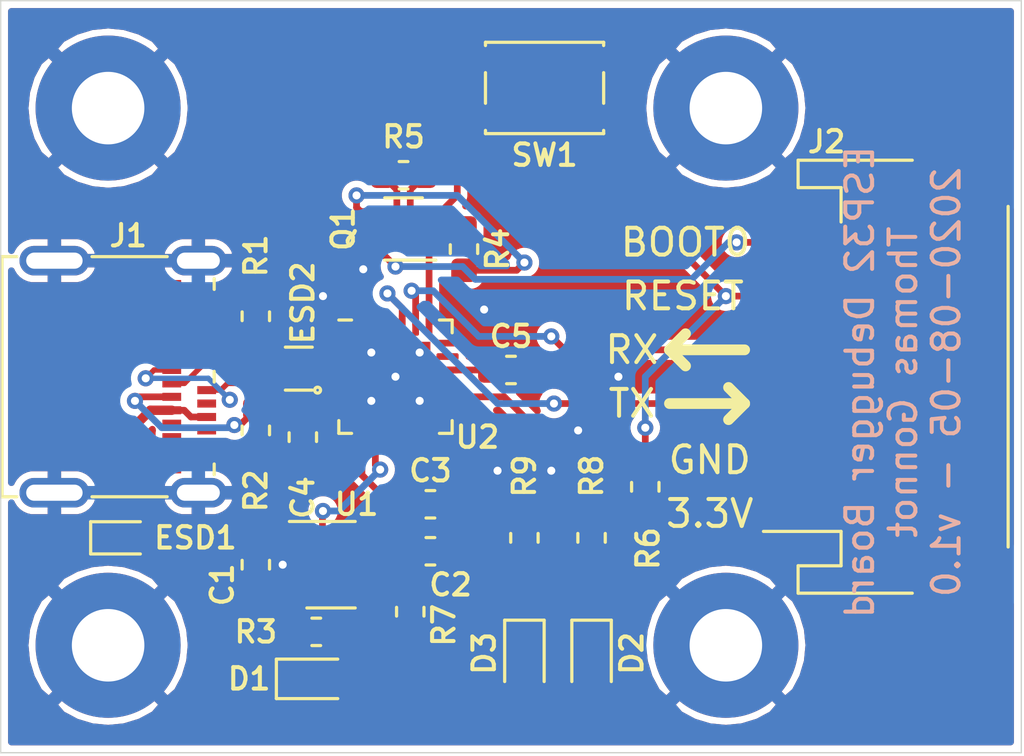
<source format=kicad_pcb>
(kicad_pcb (version 20171130) (host pcbnew "(5.1.6)-1")

  (general
    (thickness 1.6)
    (drawings 20)
    (tracks 194)
    (zones 0)
    (modules 29)
    (nets 36)
  )

  (page A4)
  (title_block
    (title "ESP32 Debugger Board")
    (date 2020-08-05)
    (rev 1.0)
    (company "Thomas Gonnot")
  )

  (layers
    (0 F.Cu signal)
    (31 B.Cu signal)
    (32 B.Adhes user hide)
    (33 F.Adhes user hide)
    (34 B.Paste user)
    (35 F.Paste user)
    (36 B.SilkS user)
    (37 F.SilkS user)
    (38 B.Mask user)
    (39 F.Mask user)
    (40 Dwgs.User user hide)
    (41 Cmts.User user hide)
    (42 Eco1.User user hide)
    (43 Eco2.User user hide)
    (44 Edge.Cuts user)
    (45 Margin user hide)
    (46 B.CrtYd user hide)
    (47 F.CrtYd user hide)
    (48 B.Fab user hide)
    (49 F.Fab user hide)
  )

  (setup
    (last_trace_width 0.25)
    (user_trace_width 0.2)
    (user_trace_width 0.35)
    (trace_clearance 0.2)
    (zone_clearance 0.508)
    (zone_45_only no)
    (trace_min 0.2)
    (via_size 0.8)
    (via_drill 0.4)
    (via_min_size 0.4)
    (via_min_drill 0.3)
    (user_via 0.6 0.3)
    (uvia_size 0.3)
    (uvia_drill 0.1)
    (uvias_allowed no)
    (uvia_min_size 0.2)
    (uvia_min_drill 0.1)
    (edge_width 0.05)
    (segment_width 0.2)
    (pcb_text_width 0.3)
    (pcb_text_size 1.5 1.5)
    (mod_edge_width 0.12)
    (mod_text_size 1 1)
    (mod_text_width 0.15)
    (pad_size 1.524 1.524)
    (pad_drill 0.762)
    (pad_to_mask_clearance 0.05)
    (aux_axis_origin 0 0)
    (visible_elements 7FFFFF7F)
    (pcbplotparams
      (layerselection 0x010fc_ffffffff)
      (usegerberextensions false)
      (usegerberattributes true)
      (usegerberadvancedattributes true)
      (creategerberjobfile true)
      (excludeedgelayer true)
      (linewidth 0.100000)
      (plotframeref false)
      (viasonmask true)
      (mode 1)
      (useauxorigin false)
      (hpglpennumber 1)
      (hpglpenspeed 20)
      (hpglpendiameter 15.000000)
      (psnegative false)
      (psa4output false)
      (plotreference true)
      (plotvalue true)
      (plotinvisibletext false)
      (padsonsilk false)
      (subtractmaskfromsilk false)
      (outputformat 1)
      (mirror false)
      (drillshape 0)
      (scaleselection 1)
      (outputdirectory ""))
  )

  (net 0 "")
  (net 1 GND)
  (net 2 VBUS)
  (net 3 +3V3)
  (net 4 "Net-(C5-Pad1)")
  (net 5 "Net-(D1-Pad2)")
  (net 6 "Net-(D2-Pad1)")
  (net 7 "Net-(D3-Pad1)")
  (net 8 "Net-(J1-PadA5)")
  (net 9 "Net-(J1-PadA8)")
  (net 10 "Net-(J1-PadB5)")
  (net 11 "Net-(J1-PadB8)")
  (net 12 /BOOT0)
  (net 13 /RESET)
  (net 14 /RX)
  (net 15 /TX)
  (net 16 /DTR)
  (net 17 "Net-(Q1-Pad2)")
  (net 18 "Net-(Q1-Pad5)")
  (net 19 /RTS)
  (net 20 "Net-(R3-Pad1)")
  (net 21 "Net-(R8-Pad1)")
  (net 22 "Net-(R9-Pad1)")
  (net 23 "Net-(U1-Pad4)")
  (net 24 "Net-(U2-Pad24)")
  (net 25 "Net-(U2-Pad22)")
  (net 26 "Net-(U2-Pad18)")
  (net 27 "Net-(U2-Pad17)")
  (net 28 "Net-(U2-Pad15)")
  (net 29 "Net-(U2-Pad12)")
  (net 30 "Net-(U2-Pad11)")
  (net 31 "Net-(U2-Pad10)")
  (net 32 "Net-(U2-Pad9)")
  (net 33 "Net-(U2-Pad1)")
  (net 34 /USB_D-)
  (net 35 /USB_D+)

  (net_class Default "This is the default net class."
    (clearance 0.2)
    (trace_width 0.25)
    (via_dia 0.8)
    (via_drill 0.4)
    (uvia_dia 0.3)
    (uvia_drill 0.1)
    (add_net +3V3)
    (add_net /BOOT0)
    (add_net /DTR)
    (add_net /RESET)
    (add_net /RTS)
    (add_net /RX)
    (add_net /TX)
    (add_net /USB_D+)
    (add_net /USB_D-)
    (add_net GND)
    (add_net "Net-(C5-Pad1)")
    (add_net "Net-(D1-Pad2)")
    (add_net "Net-(D2-Pad1)")
    (add_net "Net-(D3-Pad1)")
    (add_net "Net-(J1-PadA5)")
    (add_net "Net-(J1-PadA8)")
    (add_net "Net-(J1-PadB5)")
    (add_net "Net-(J1-PadB8)")
    (add_net "Net-(Q1-Pad2)")
    (add_net "Net-(Q1-Pad5)")
    (add_net "Net-(R3-Pad1)")
    (add_net "Net-(R8-Pad1)")
    (add_net "Net-(R9-Pad1)")
    (add_net "Net-(U1-Pad4)")
    (add_net "Net-(U2-Pad1)")
    (add_net "Net-(U2-Pad10)")
    (add_net "Net-(U2-Pad11)")
    (add_net "Net-(U2-Pad12)")
    (add_net "Net-(U2-Pad15)")
    (add_net "Net-(U2-Pad17)")
    (add_net "Net-(U2-Pad18)")
    (add_net "Net-(U2-Pad22)")
    (add_net "Net-(U2-Pad24)")
    (add_net "Net-(U2-Pad9)")
    (add_net VBUS)
  )

  (module Package_DFN_QFN:QFN-24-1EP_4x4mm_P0.5mm_EP2.6x2.6mm (layer F.Cu) (tedit 5DC5F6A3) (tstamp 5F2A2ADB)
    (at 130.7 100)
    (descr "QFN, 24 Pin (http://ww1.microchip.com/downloads/en/PackagingSpec/00000049BQ.pdf#page=278), generated with kicad-footprint-generator ipc_noLead_generator.py")
    (tags "QFN NoLead")
    (path /5F29D50C)
    (attr smd)
    (fp_text reference U2 (at 3.05 2.25) (layer F.SilkS)
      (effects (font (size 0.8 0.8) (thickness 0.15)))
    )
    (fp_text value CP2104 (at 0 3.3) (layer F.Fab)
      (effects (font (size 1 1) (thickness 0.15)))
    )
    (fp_line (start 1.635 -2.11) (end 2.11 -2.11) (layer F.SilkS) (width 0.12))
    (fp_line (start 2.11 -2.11) (end 2.11 -1.635) (layer F.SilkS) (width 0.12))
    (fp_line (start -1.635 2.11) (end -2.11 2.11) (layer F.SilkS) (width 0.12))
    (fp_line (start -2.11 2.11) (end -2.11 1.635) (layer F.SilkS) (width 0.12))
    (fp_line (start 1.635 2.11) (end 2.11 2.11) (layer F.SilkS) (width 0.12))
    (fp_line (start 2.11 2.11) (end 2.11 1.635) (layer F.SilkS) (width 0.12))
    (fp_line (start -1.635 -2.11) (end -2.11 -2.11) (layer F.SilkS) (width 0.12))
    (fp_line (start -1 -2) (end 2 -2) (layer F.Fab) (width 0.1))
    (fp_line (start 2 -2) (end 2 2) (layer F.Fab) (width 0.1))
    (fp_line (start 2 2) (end -2 2) (layer F.Fab) (width 0.1))
    (fp_line (start -2 2) (end -2 -1) (layer F.Fab) (width 0.1))
    (fp_line (start -2 -1) (end -1 -2) (layer F.Fab) (width 0.1))
    (fp_line (start -2.6 -2.6) (end -2.6 2.6) (layer F.CrtYd) (width 0.05))
    (fp_line (start -2.6 2.6) (end 2.6 2.6) (layer F.CrtYd) (width 0.05))
    (fp_line (start 2.6 2.6) (end 2.6 -2.6) (layer F.CrtYd) (width 0.05))
    (fp_line (start 2.6 -2.6) (end -2.6 -2.6) (layer F.CrtYd) (width 0.05))
    (fp_text user %R (at 0 0) (layer F.Fab)
      (effects (font (size 0.8 0.8) (thickness 0.15)))
    )
    (pad "" smd roundrect (at 0.65 0.65) (size 1.05 1.05) (layers F.Paste) (roundrect_rratio 0.238095))
    (pad "" smd roundrect (at 0.65 -0.65) (size 1.05 1.05) (layers F.Paste) (roundrect_rratio 0.238095))
    (pad "" smd roundrect (at -0.65 0.65) (size 1.05 1.05) (layers F.Paste) (roundrect_rratio 0.238095))
    (pad "" smd roundrect (at -0.65 -0.65) (size 1.05 1.05) (layers F.Paste) (roundrect_rratio 0.238095))
    (pad 25 smd rect (at 0 0) (size 2.6 2.6) (layers F.Cu F.Mask)
      (net 1 GND))
    (pad 24 smd roundrect (at -1.25 -1.9375) (size 0.25 0.825) (layers F.Cu F.Paste F.Mask) (roundrect_rratio 0.25)
      (net 24 "Net-(U2-Pad24)"))
    (pad 23 smd roundrect (at -0.75 -1.9375) (size 0.25 0.825) (layers F.Cu F.Paste F.Mask) (roundrect_rratio 0.25)
      (net 16 /DTR))
    (pad 22 smd roundrect (at -0.25 -1.9375) (size 0.25 0.825) (layers F.Cu F.Paste F.Mask) (roundrect_rratio 0.25)
      (net 25 "Net-(U2-Pad22)"))
    (pad 21 smd roundrect (at 0.25 -1.9375) (size 0.25 0.825) (layers F.Cu F.Paste F.Mask) (roundrect_rratio 0.25)
      (net 15 /TX))
    (pad 20 smd roundrect (at 0.75 -1.9375) (size 0.25 0.825) (layers F.Cu F.Paste F.Mask) (roundrect_rratio 0.25)
      (net 14 /RX))
    (pad 19 smd roundrect (at 1.25 -1.9375) (size 0.25 0.825) (layers F.Cu F.Paste F.Mask) (roundrect_rratio 0.25)
      (net 19 /RTS))
    (pad 18 smd roundrect (at 1.9375 -1.25) (size 0.825 0.25) (layers F.Cu F.Paste F.Mask) (roundrect_rratio 0.25)
      (net 26 "Net-(U2-Pad18)"))
    (pad 17 smd roundrect (at 1.9375 -0.75) (size 0.825 0.25) (layers F.Cu F.Paste F.Mask) (roundrect_rratio 0.25)
      (net 27 "Net-(U2-Pad17)"))
    (pad 16 smd roundrect (at 1.9375 -0.25) (size 0.825 0.25) (layers F.Cu F.Paste F.Mask) (roundrect_rratio 0.25)
      (net 4 "Net-(C5-Pad1)"))
    (pad 15 smd roundrect (at 1.9375 0.25) (size 0.825 0.25) (layers F.Cu F.Paste F.Mask) (roundrect_rratio 0.25)
      (net 28 "Net-(U2-Pad15)"))
    (pad 14 smd roundrect (at 1.9375 0.75) (size 0.825 0.25) (layers F.Cu F.Paste F.Mask) (roundrect_rratio 0.25)
      (net 21 "Net-(R8-Pad1)"))
    (pad 13 smd roundrect (at 1.9375 1.25) (size 0.825 0.25) (layers F.Cu F.Paste F.Mask) (roundrect_rratio 0.25)
      (net 22 "Net-(R9-Pad1)"))
    (pad 12 smd roundrect (at 1.25 1.9375) (size 0.25 0.825) (layers F.Cu F.Paste F.Mask) (roundrect_rratio 0.25)
      (net 29 "Net-(U2-Pad12)"))
    (pad 11 smd roundrect (at 0.75 1.9375) (size 0.25 0.825) (layers F.Cu F.Paste F.Mask) (roundrect_rratio 0.25)
      (net 30 "Net-(U2-Pad11)"))
    (pad 10 smd roundrect (at 0.25 1.9375) (size 0.25 0.825) (layers F.Cu F.Paste F.Mask) (roundrect_rratio 0.25)
      (net 31 "Net-(U2-Pad10)"))
    (pad 9 smd roundrect (at -0.25 1.9375) (size 0.25 0.825) (layers F.Cu F.Paste F.Mask) (roundrect_rratio 0.25)
      (net 32 "Net-(U2-Pad9)"))
    (pad 8 smd roundrect (at -0.75 1.9375) (size 0.25 0.825) (layers F.Cu F.Paste F.Mask) (roundrect_rratio 0.25)
      (net 2 VBUS))
    (pad 7 smd roundrect (at -1.25 1.9375) (size 0.25 0.825) (layers F.Cu F.Paste F.Mask) (roundrect_rratio 0.25)
      (net 3 +3V3))
    (pad 6 smd roundrect (at -1.9375 1.25) (size 0.825 0.25) (layers F.Cu F.Paste F.Mask) (roundrect_rratio 0.25)
      (net 3 +3V3))
    (pad 5 smd roundrect (at -1.9375 0.75) (size 0.825 0.25) (layers F.Cu F.Paste F.Mask) (roundrect_rratio 0.25)
      (net 3 +3V3))
    (pad 4 smd roundrect (at -1.9375 0.25) (size 0.825 0.25) (layers F.Cu F.Paste F.Mask) (roundrect_rratio 0.25)
      (net 34 /USB_D-))
    (pad 3 smd roundrect (at -1.9375 -0.25) (size 0.825 0.25) (layers F.Cu F.Paste F.Mask) (roundrect_rratio 0.25)
      (net 35 /USB_D+))
    (pad 2 smd roundrect (at -1.9375 -0.75) (size 0.825 0.25) (layers F.Cu F.Paste F.Mask) (roundrect_rratio 0.25)
      (net 1 GND))
    (pad 1 smd roundrect (at -1.9375 -1.25) (size 0.825 0.25) (layers F.Cu F.Paste F.Mask) (roundrect_rratio 0.25)
      (net 33 "Net-(U2-Pad1)"))
    (model ${KISYS3DMOD}/Package_DFN_QFN.3dshapes/QFN-24-1EP_4x4mm_P0.5mm_EP2.6x2.6mm.wrl
      (at (xyz 0 0 0))
      (scale (xyz 1 1 1))
      (rotate (xyz 0 0 0))
    )
  )

  (module Package_TO_SOT_SMD:SOT-23-5 (layer F.Cu) (tedit 5A02FF57) (tstamp 5F2B53B3)
    (at 128.3 107)
    (descr "5-pin SOT23 package")
    (tags SOT-23-5)
    (path /5F2CF8DA)
    (attr smd)
    (fp_text reference U1 (at 0.95 -2.25 180) (layer F.SilkS)
      (effects (font (size 0.8 0.8) (thickness 0.15)))
    )
    (fp_text value AP2112K-3.3 (at 0 2.9) (layer F.Fab)
      (effects (font (size 1 1) (thickness 0.15)))
    )
    (fp_line (start -0.9 1.61) (end 0.9 1.61) (layer F.SilkS) (width 0.12))
    (fp_line (start 0.9 -1.61) (end -1.55 -1.61) (layer F.SilkS) (width 0.12))
    (fp_line (start -1.9 -1.8) (end 1.9 -1.8) (layer F.CrtYd) (width 0.05))
    (fp_line (start 1.9 -1.8) (end 1.9 1.8) (layer F.CrtYd) (width 0.05))
    (fp_line (start 1.9 1.8) (end -1.9 1.8) (layer F.CrtYd) (width 0.05))
    (fp_line (start -1.9 1.8) (end -1.9 -1.8) (layer F.CrtYd) (width 0.05))
    (fp_line (start -0.9 -0.9) (end -0.25 -1.55) (layer F.Fab) (width 0.1))
    (fp_line (start 0.9 -1.55) (end -0.25 -1.55) (layer F.Fab) (width 0.1))
    (fp_line (start -0.9 -0.9) (end -0.9 1.55) (layer F.Fab) (width 0.1))
    (fp_line (start 0.9 1.55) (end -0.9 1.55) (layer F.Fab) (width 0.1))
    (fp_line (start 0.9 -1.55) (end 0.9 1.55) (layer F.Fab) (width 0.1))
    (fp_text user %R (at 0 0 90) (layer F.Fab)
      (effects (font (size 0.8 0.8) (thickness 0.075)))
    )
    (pad 5 smd rect (at 1.1 -0.95) (size 1.06 0.65) (layers F.Cu F.Paste F.Mask)
      (net 3 +3V3))
    (pad 4 smd rect (at 1.1 0.95) (size 1.06 0.65) (layers F.Cu F.Paste F.Mask)
      (net 23 "Net-(U1-Pad4)"))
    (pad 3 smd rect (at -1.1 0.95) (size 1.06 0.65) (layers F.Cu F.Paste F.Mask)
      (net 20 "Net-(R3-Pad1)"))
    (pad 2 smd rect (at -1.1 0) (size 1.06 0.65) (layers F.Cu F.Paste F.Mask)
      (net 1 GND))
    (pad 1 smd rect (at -1.1 -0.95) (size 1.06 0.65) (layers F.Cu F.Paste F.Mask)
      (net 2 VBUS))
    (model ${KISYS3DMOD}/Package_TO_SOT_SMD.3dshapes/SOT-23-5.wrl
      (at (xyz 0 0 0))
      (scale (xyz 1 1 1))
      (rotate (xyz 0 0 0))
    )
  )

  (module Button_Switch_SMD:SW_SPST_PTS810 (layer F.Cu) (tedit 5B0610A8) (tstamp 5F2A2A94)
    (at 136.25 89.25)
    (descr "C&K Components, PTS 810 Series, Microminiature SMT Top Actuated, http://www.ckswitches.com/media/1476/pts810.pdf")
    (tags "SPST Button Switch")
    (path /5F2EB6D7)
    (attr smd)
    (fp_text reference SW1 (at 0 2.5) (layer F.SilkS)
      (effects (font (size 0.8 0.8) (thickness 0.15)))
    )
    (fp_text value PTS810 (at 0 2.6) (layer F.Fab)
      (effects (font (size 1 1) (thickness 0.15)))
    )
    (fp_line (start -2.85 -1.85) (end 2.85 -1.85) (layer F.CrtYd) (width 0.05))
    (fp_line (start -2.85 1.85) (end -2.85 -1.85) (layer F.CrtYd) (width 0.05))
    (fp_line (start 2.85 1.85) (end -2.85 1.85) (layer F.CrtYd) (width 0.05))
    (fp_line (start 2.85 -1.85) (end 2.85 1.85) (layer F.CrtYd) (width 0.05))
    (fp_line (start 2.2 -1.58) (end 2.2 -1.7) (layer F.SilkS) (width 0.12))
    (fp_line (start 2.2 0.57) (end 2.2 -0.57) (layer F.SilkS) (width 0.12))
    (fp_line (start 2.2 1.7) (end 2.2 1.58) (layer F.SilkS) (width 0.12))
    (fp_line (start -2.2 1.7) (end 2.2 1.7) (layer F.SilkS) (width 0.12))
    (fp_line (start -2.2 1.58) (end -2.2 1.7) (layer F.SilkS) (width 0.12))
    (fp_line (start -2.2 -0.57) (end -2.2 0.57) (layer F.SilkS) (width 0.12))
    (fp_line (start -2.2 -1.7) (end -2.2 -1.58) (layer F.SilkS) (width 0.12))
    (fp_line (start 2.2 -1.7) (end -2.2 -1.7) (layer F.SilkS) (width 0.12))
    (fp_line (start 0.4 1.1) (end -0.4 1.1) (layer F.Fab) (width 0.1))
    (fp_line (start -0.4 -1.1) (end 0.4 -1.1) (layer F.Fab) (width 0.1))
    (fp_line (start -2.1 1.6) (end 2.1 1.6) (layer F.Fab) (width 0.1))
    (fp_line (start -2.1 -1.6) (end -2.1 1.6) (layer F.Fab) (width 0.1))
    (fp_line (start 2.1 -1.6) (end -2.1 -1.6) (layer F.Fab) (width 0.1))
    (fp_line (start 2.1 1.6) (end 2.1 -1.6) (layer F.Fab) (width 0.1))
    (fp_arc (start 0.4 0) (end 0.4 -1.1) (angle 180) (layer F.Fab) (width 0.1))
    (fp_arc (start -0.4 0) (end -0.4 1.1) (angle 180) (layer F.Fab) (width 0.1))
    (fp_text user %R (at 0 0) (layer F.Fab)
      (effects (font (size 0.8 0.8) (thickness 0.09)))
    )
    (pad 2 smd rect (at 2.075 1.075) (size 1.05 0.65) (layers F.Cu F.Paste F.Mask)
      (net 13 /RESET))
    (pad 2 smd rect (at -2.075 1.075) (size 1.05 0.65) (layers F.Cu F.Paste F.Mask)
      (net 13 /RESET))
    (pad 1 smd rect (at 2.075 -1.075) (size 1.05 0.65) (layers F.Cu F.Paste F.Mask)
      (net 1 GND))
    (pad 1 smd rect (at -2.075 -1.075) (size 1.05 0.65) (layers F.Cu F.Paste F.Mask)
      (net 1 GND))
    (model ${KISYS3DMOD}/Button_Switch_SMD.3dshapes/SW_SPST_PTS810.wrl
      (at (xyz 0 0 0))
      (scale (xyz 1 1 1))
      (rotate (xyz 0 0 0))
    )
  )

  (module Resistor_SMD:R_0603_1608Metric (layer F.Cu) (tedit 5B301BBD) (tstamp 5F2A2A77)
    (at 135.5 106 270)
    (descr "Resistor SMD 0603 (1608 Metric), square (rectangular) end terminal, IPC_7351 nominal, (Body size source: http://www.tortai-tech.com/upload/download/2011102023233369053.pdf), generated with kicad-footprint-generator")
    (tags resistor)
    (path /5F2BA7D1)
    (attr smd)
    (fp_text reference R9 (at -2.3 0 90) (layer F.SilkS)
      (effects (font (size 0.8 0.8) (thickness 0.15)))
    )
    (fp_text value 91 (at 0 1.43 90) (layer F.Fab)
      (effects (font (size 1 1) (thickness 0.15)))
    )
    (fp_line (start -0.8 0.4) (end -0.8 -0.4) (layer F.Fab) (width 0.1))
    (fp_line (start -0.8 -0.4) (end 0.8 -0.4) (layer F.Fab) (width 0.1))
    (fp_line (start 0.8 -0.4) (end 0.8 0.4) (layer F.Fab) (width 0.1))
    (fp_line (start 0.8 0.4) (end -0.8 0.4) (layer F.Fab) (width 0.1))
    (fp_line (start -0.162779 -0.51) (end 0.162779 -0.51) (layer F.SilkS) (width 0.12))
    (fp_line (start -0.162779 0.51) (end 0.162779 0.51) (layer F.SilkS) (width 0.12))
    (fp_line (start -1.48 0.73) (end -1.48 -0.73) (layer F.CrtYd) (width 0.05))
    (fp_line (start -1.48 -0.73) (end 1.48 -0.73) (layer F.CrtYd) (width 0.05))
    (fp_line (start 1.48 -0.73) (end 1.48 0.73) (layer F.CrtYd) (width 0.05))
    (fp_line (start 1.48 0.73) (end -1.48 0.73) (layer F.CrtYd) (width 0.05))
    (fp_text user %R (at 0 0 90) (layer F.Fab)
      (effects (font (size 0.8 0.8) (thickness 0.06)))
    )
    (pad 2 smd roundrect (at 0.7875 0 270) (size 0.875 0.95) (layers F.Cu F.Paste F.Mask) (roundrect_rratio 0.25)
      (net 7 "Net-(D3-Pad1)"))
    (pad 1 smd roundrect (at -0.7875 0 270) (size 0.875 0.95) (layers F.Cu F.Paste F.Mask) (roundrect_rratio 0.25)
      (net 22 "Net-(R9-Pad1)"))
    (model ${KISYS3DMOD}/Resistor_SMD.3dshapes/R_0603_1608Metric.wrl
      (at (xyz 0 0 0))
      (scale (xyz 1 1 1))
      (rotate (xyz 0 0 0))
    )
  )

  (module Resistor_SMD:R_0603_1608Metric (layer F.Cu) (tedit 5B301BBD) (tstamp 5F2A2A66)
    (at 138 106 270)
    (descr "Resistor SMD 0603 (1608 Metric), square (rectangular) end terminal, IPC_7351 nominal, (Body size source: http://www.tortai-tech.com/upload/download/2011102023233369053.pdf), generated with kicad-footprint-generator")
    (tags resistor)
    (path /5F2BA0DD)
    (attr smd)
    (fp_text reference R8 (at -2.3 0 90) (layer F.SilkS)
      (effects (font (size 0.8 0.8) (thickness 0.15)))
    )
    (fp_text value 120 (at 0 1.43 90) (layer F.Fab)
      (effects (font (size 1 1) (thickness 0.15)))
    )
    (fp_line (start -0.8 0.4) (end -0.8 -0.4) (layer F.Fab) (width 0.1))
    (fp_line (start -0.8 -0.4) (end 0.8 -0.4) (layer F.Fab) (width 0.1))
    (fp_line (start 0.8 -0.4) (end 0.8 0.4) (layer F.Fab) (width 0.1))
    (fp_line (start 0.8 0.4) (end -0.8 0.4) (layer F.Fab) (width 0.1))
    (fp_line (start -0.162779 -0.51) (end 0.162779 -0.51) (layer F.SilkS) (width 0.12))
    (fp_line (start -0.162779 0.51) (end 0.162779 0.51) (layer F.SilkS) (width 0.12))
    (fp_line (start -1.48 0.73) (end -1.48 -0.73) (layer F.CrtYd) (width 0.05))
    (fp_line (start -1.48 -0.73) (end 1.48 -0.73) (layer F.CrtYd) (width 0.05))
    (fp_line (start 1.48 -0.73) (end 1.48 0.73) (layer F.CrtYd) (width 0.05))
    (fp_line (start 1.48 0.73) (end -1.48 0.73) (layer F.CrtYd) (width 0.05))
    (fp_text user %R (at 0 0 90) (layer F.Fab)
      (effects (font (size 0.8 0.8) (thickness 0.06)))
    )
    (pad 2 smd roundrect (at 0.7875 0 270) (size 0.875 0.95) (layers F.Cu F.Paste F.Mask) (roundrect_rratio 0.25)
      (net 6 "Net-(D2-Pad1)"))
    (pad 1 smd roundrect (at -0.7875 0 270) (size 0.875 0.95) (layers F.Cu F.Paste F.Mask) (roundrect_rratio 0.25)
      (net 21 "Net-(R8-Pad1)"))
    (model ${KISYS3DMOD}/Resistor_SMD.3dshapes/R_0603_1608Metric.wrl
      (at (xyz 0 0 0))
      (scale (xyz 1 1 1))
      (rotate (xyz 0 0 0))
    )
  )

  (module Resistor_SMD:R_0603_1608Metric (layer F.Cu) (tedit 5B301BBD) (tstamp 5F2A2A55)
    (at 131.25 108.75 90)
    (descr "Resistor SMD 0603 (1608 Metric), square (rectangular) end terminal, IPC_7351 nominal, (Body size source: http://www.tortai-tech.com/upload/download/2011102023233369053.pdf), generated with kicad-footprint-generator")
    (tags resistor)
    (path /5F2B9ABB)
    (attr smd)
    (fp_text reference R7 (at -0.5 1.25 90) (layer F.SilkS)
      (effects (font (size 0.8 0.8) (thickness 0.15)))
    )
    (fp_text value 330 (at 0 1.43 90) (layer F.Fab)
      (effects (font (size 1 1) (thickness 0.15)))
    )
    (fp_line (start -0.8 0.4) (end -0.8 -0.4) (layer F.Fab) (width 0.1))
    (fp_line (start -0.8 -0.4) (end 0.8 -0.4) (layer F.Fab) (width 0.1))
    (fp_line (start 0.8 -0.4) (end 0.8 0.4) (layer F.Fab) (width 0.1))
    (fp_line (start 0.8 0.4) (end -0.8 0.4) (layer F.Fab) (width 0.1))
    (fp_line (start -0.162779 -0.51) (end 0.162779 -0.51) (layer F.SilkS) (width 0.12))
    (fp_line (start -0.162779 0.51) (end 0.162779 0.51) (layer F.SilkS) (width 0.12))
    (fp_line (start -1.48 0.73) (end -1.48 -0.73) (layer F.CrtYd) (width 0.05))
    (fp_line (start -1.48 -0.73) (end 1.48 -0.73) (layer F.CrtYd) (width 0.05))
    (fp_line (start 1.48 -0.73) (end 1.48 0.73) (layer F.CrtYd) (width 0.05))
    (fp_line (start 1.48 0.73) (end -1.48 0.73) (layer F.CrtYd) (width 0.05))
    (fp_text user %R (at 0 0 90) (layer F.Fab)
      (effects (font (size 0.8 0.8) (thickness 0.06)))
    )
    (pad 2 smd roundrect (at 0.7875 0 90) (size 0.875 0.95) (layers F.Cu F.Paste F.Mask) (roundrect_rratio 0.25)
      (net 3 +3V3))
    (pad 1 smd roundrect (at -0.7875 0 90) (size 0.875 0.95) (layers F.Cu F.Paste F.Mask) (roundrect_rratio 0.25)
      (net 5 "Net-(D1-Pad2)"))
    (model ${KISYS3DMOD}/Resistor_SMD.3dshapes/R_0603_1608Metric.wrl
      (at (xyz 0 0 0))
      (scale (xyz 1 1 1))
      (rotate (xyz 0 0 0))
    )
  )

  (module Resistor_SMD:R_0603_1608Metric (layer F.Cu) (tedit 5B301BBD) (tstamp 5F2A2A44)
    (at 140 104.1 90)
    (descr "Resistor SMD 0603 (1608 Metric), square (rectangular) end terminal, IPC_7351 nominal, (Body size source: http://www.tortai-tech.com/upload/download/2011102023233369053.pdf), generated with kicad-footprint-generator")
    (tags resistor)
    (path /5F2F8FD0)
    (attr smd)
    (fp_text reference R6 (at -2.3 0.1 90) (layer F.SilkS)
      (effects (font (size 0.8 0.8) (thickness 0.15)))
    )
    (fp_text value 10k (at 0 1.43 90) (layer F.Fab)
      (effects (font (size 1 1) (thickness 0.15)))
    )
    (fp_line (start -0.8 0.4) (end -0.8 -0.4) (layer F.Fab) (width 0.1))
    (fp_line (start -0.8 -0.4) (end 0.8 -0.4) (layer F.Fab) (width 0.1))
    (fp_line (start 0.8 -0.4) (end 0.8 0.4) (layer F.Fab) (width 0.1))
    (fp_line (start 0.8 0.4) (end -0.8 0.4) (layer F.Fab) (width 0.1))
    (fp_line (start -0.162779 -0.51) (end 0.162779 -0.51) (layer F.SilkS) (width 0.12))
    (fp_line (start -0.162779 0.51) (end 0.162779 0.51) (layer F.SilkS) (width 0.12))
    (fp_line (start -1.48 0.73) (end -1.48 -0.73) (layer F.CrtYd) (width 0.05))
    (fp_line (start -1.48 -0.73) (end 1.48 -0.73) (layer F.CrtYd) (width 0.05))
    (fp_line (start 1.48 -0.73) (end 1.48 0.73) (layer F.CrtYd) (width 0.05))
    (fp_line (start 1.48 0.73) (end -1.48 0.73) (layer F.CrtYd) (width 0.05))
    (fp_text user %R (at 0 0 90) (layer F.Fab)
      (effects (font (size 0.8 0.8) (thickness 0.06)))
    )
    (pad 2 smd roundrect (at 0.7875 0 90) (size 0.875 0.95) (layers F.Cu F.Paste F.Mask) (roundrect_rratio 0.25)
      (net 13 /RESET))
    (pad 1 smd roundrect (at -0.7875 0 90) (size 0.875 0.95) (layers F.Cu F.Paste F.Mask) (roundrect_rratio 0.25)
      (net 3 +3V3))
    (model ${KISYS3DMOD}/Resistor_SMD.3dshapes/R_0603_1608Metric.wrl
      (at (xyz 0 0 0))
      (scale (xyz 1 1 1))
      (rotate (xyz 0 0 0))
    )
  )

  (module Resistor_SMD:R_0603_1608Metric (layer F.Cu) (tedit 5B301BBD) (tstamp 5F2A2A33)
    (at 131 92.5)
    (descr "Resistor SMD 0603 (1608 Metric), square (rectangular) end terminal, IPC_7351 nominal, (Body size source: http://www.tortai-tech.com/upload/download/2011102023233369053.pdf), generated with kicad-footprint-generator")
    (tags resistor)
    (path /5F2A7776)
    (attr smd)
    (fp_text reference R5 (at 0 -1.43) (layer F.SilkS)
      (effects (font (size 0.8 0.8) (thickness 0.15)))
    )
    (fp_text value 10k (at 0 1.43) (layer F.Fab)
      (effects (font (size 1 1) (thickness 0.15)))
    )
    (fp_line (start -0.8 0.4) (end -0.8 -0.4) (layer F.Fab) (width 0.1))
    (fp_line (start -0.8 -0.4) (end 0.8 -0.4) (layer F.Fab) (width 0.1))
    (fp_line (start 0.8 -0.4) (end 0.8 0.4) (layer F.Fab) (width 0.1))
    (fp_line (start 0.8 0.4) (end -0.8 0.4) (layer F.Fab) (width 0.1))
    (fp_line (start -0.162779 -0.51) (end 0.162779 -0.51) (layer F.SilkS) (width 0.12))
    (fp_line (start -0.162779 0.51) (end 0.162779 0.51) (layer F.SilkS) (width 0.12))
    (fp_line (start -1.48 0.73) (end -1.48 -0.73) (layer F.CrtYd) (width 0.05))
    (fp_line (start -1.48 -0.73) (end 1.48 -0.73) (layer F.CrtYd) (width 0.05))
    (fp_line (start 1.48 -0.73) (end 1.48 0.73) (layer F.CrtYd) (width 0.05))
    (fp_line (start 1.48 0.73) (end -1.48 0.73) (layer F.CrtYd) (width 0.05))
    (fp_text user %R (at 0 0) (layer F.Fab)
      (effects (font (size 0.8 0.8) (thickness 0.06)))
    )
    (pad 2 smd roundrect (at 0.7875 0) (size 0.875 0.95) (layers F.Cu F.Paste F.Mask) (roundrect_rratio 0.25)
      (net 19 /RTS))
    (pad 1 smd roundrect (at -0.7875 0) (size 0.875 0.95) (layers F.Cu F.Paste F.Mask) (roundrect_rratio 0.25)
      (net 18 "Net-(Q1-Pad5)"))
    (model ${KISYS3DMOD}/Resistor_SMD.3dshapes/R_0603_1608Metric.wrl
      (at (xyz 0 0 0))
      (scale (xyz 1 1 1))
      (rotate (xyz 0 0 0))
    )
  )

  (module Resistor_SMD:R_0603_1608Metric (layer F.Cu) (tedit 5B301BBD) (tstamp 5F2A2A22)
    (at 133.25 95.25 270)
    (descr "Resistor SMD 0603 (1608 Metric), square (rectangular) end terminal, IPC_7351 nominal, (Body size source: http://www.tortai-tech.com/upload/download/2011102023233369053.pdf), generated with kicad-footprint-generator")
    (tags resistor)
    (path /5F2A6BB6)
    (attr smd)
    (fp_text reference R4 (at 0 -1.25 90) (layer F.SilkS)
      (effects (font (size 0.8 0.8) (thickness 0.15)))
    )
    (fp_text value 10k (at 0 1.43 90) (layer F.Fab)
      (effects (font (size 1 1) (thickness 0.15)))
    )
    (fp_line (start -0.8 0.4) (end -0.8 -0.4) (layer F.Fab) (width 0.1))
    (fp_line (start -0.8 -0.4) (end 0.8 -0.4) (layer F.Fab) (width 0.1))
    (fp_line (start 0.8 -0.4) (end 0.8 0.4) (layer F.Fab) (width 0.1))
    (fp_line (start 0.8 0.4) (end -0.8 0.4) (layer F.Fab) (width 0.1))
    (fp_line (start -0.162779 -0.51) (end 0.162779 -0.51) (layer F.SilkS) (width 0.12))
    (fp_line (start -0.162779 0.51) (end 0.162779 0.51) (layer F.SilkS) (width 0.12))
    (fp_line (start -1.48 0.73) (end -1.48 -0.73) (layer F.CrtYd) (width 0.05))
    (fp_line (start -1.48 -0.73) (end 1.48 -0.73) (layer F.CrtYd) (width 0.05))
    (fp_line (start 1.48 -0.73) (end 1.48 0.73) (layer F.CrtYd) (width 0.05))
    (fp_line (start 1.48 0.73) (end -1.48 0.73) (layer F.CrtYd) (width 0.05))
    (fp_text user %R (at 0 0 90) (layer F.Fab)
      (effects (font (size 0.8 0.8) (thickness 0.06)))
    )
    (pad 2 smd roundrect (at 0.7875 0 270) (size 0.875 0.95) (layers F.Cu F.Paste F.Mask) (roundrect_rratio 0.25)
      (net 16 /DTR))
    (pad 1 smd roundrect (at -0.7875 0 270) (size 0.875 0.95) (layers F.Cu F.Paste F.Mask) (roundrect_rratio 0.25)
      (net 17 "Net-(Q1-Pad2)"))
    (model ${KISYS3DMOD}/Resistor_SMD.3dshapes/R_0603_1608Metric.wrl
      (at (xyz 0 0 0))
      (scale (xyz 1 1 1))
      (rotate (xyz 0 0 0))
    )
  )

  (module Resistor_SMD:R_0603_1608Metric (layer F.Cu) (tedit 5B301BBD) (tstamp 5F2A2A11)
    (at 127.75 109.5)
    (descr "Resistor SMD 0603 (1608 Metric), square (rectangular) end terminal, IPC_7351 nominal, (Body size source: http://www.tortai-tech.com/upload/download/2011102023233369053.pdf), generated with kicad-footprint-generator")
    (tags resistor)
    (path /5F2E29F5)
    (attr smd)
    (fp_text reference R3 (at -2.25 0) (layer F.SilkS)
      (effects (font (size 0.8 0.8) (thickness 0.15)))
    )
    (fp_text value 100k (at 0 1.43) (layer F.Fab)
      (effects (font (size 1 1) (thickness 0.15)))
    )
    (fp_line (start -0.8 0.4) (end -0.8 -0.4) (layer F.Fab) (width 0.1))
    (fp_line (start -0.8 -0.4) (end 0.8 -0.4) (layer F.Fab) (width 0.1))
    (fp_line (start 0.8 -0.4) (end 0.8 0.4) (layer F.Fab) (width 0.1))
    (fp_line (start 0.8 0.4) (end -0.8 0.4) (layer F.Fab) (width 0.1))
    (fp_line (start -0.162779 -0.51) (end 0.162779 -0.51) (layer F.SilkS) (width 0.12))
    (fp_line (start -0.162779 0.51) (end 0.162779 0.51) (layer F.SilkS) (width 0.12))
    (fp_line (start -1.48 0.73) (end -1.48 -0.73) (layer F.CrtYd) (width 0.05))
    (fp_line (start -1.48 -0.73) (end 1.48 -0.73) (layer F.CrtYd) (width 0.05))
    (fp_line (start 1.48 -0.73) (end 1.48 0.73) (layer F.CrtYd) (width 0.05))
    (fp_line (start 1.48 0.73) (end -1.48 0.73) (layer F.CrtYd) (width 0.05))
    (fp_text user %R (at 0 0) (layer F.Fab)
      (effects (font (size 0.8 0.8) (thickness 0.06)))
    )
    (pad 2 smd roundrect (at 0.7875 0) (size 0.875 0.95) (layers F.Cu F.Paste F.Mask) (roundrect_rratio 0.25)
      (net 2 VBUS))
    (pad 1 smd roundrect (at -0.7875 0) (size 0.875 0.95) (layers F.Cu F.Paste F.Mask) (roundrect_rratio 0.25)
      (net 20 "Net-(R3-Pad1)"))
    (model ${KISYS3DMOD}/Resistor_SMD.3dshapes/R_0603_1608Metric.wrl
      (at (xyz 0 0 0))
      (scale (xyz 1 1 1))
      (rotate (xyz 0 0 0))
    )
  )

  (module Resistor_SMD:R_0603_1608Metric (layer F.Cu) (tedit 5B301BBD) (tstamp 5F2A2A00)
    (at 125.5 102 90)
    (descr "Resistor SMD 0603 (1608 Metric), square (rectangular) end terminal, IPC_7351 nominal, (Body size source: http://www.tortai-tech.com/upload/download/2011102023233369053.pdf), generated with kicad-footprint-generator")
    (tags resistor)
    (path /5F2BD00B)
    (attr smd)
    (fp_text reference R2 (at -2.25 0 90) (layer F.SilkS)
      (effects (font (size 0.8 0.8) (thickness 0.15)))
    )
    (fp_text value 5.1k (at 0 1.43 90) (layer F.Fab)
      (effects (font (size 1 1) (thickness 0.15)))
    )
    (fp_line (start -0.8 0.4) (end -0.8 -0.4) (layer F.Fab) (width 0.1))
    (fp_line (start -0.8 -0.4) (end 0.8 -0.4) (layer F.Fab) (width 0.1))
    (fp_line (start 0.8 -0.4) (end 0.8 0.4) (layer F.Fab) (width 0.1))
    (fp_line (start 0.8 0.4) (end -0.8 0.4) (layer F.Fab) (width 0.1))
    (fp_line (start -0.162779 -0.51) (end 0.162779 -0.51) (layer F.SilkS) (width 0.12))
    (fp_line (start -0.162779 0.51) (end 0.162779 0.51) (layer F.SilkS) (width 0.12))
    (fp_line (start -1.48 0.73) (end -1.48 -0.73) (layer F.CrtYd) (width 0.05))
    (fp_line (start -1.48 -0.73) (end 1.48 -0.73) (layer F.CrtYd) (width 0.05))
    (fp_line (start 1.48 -0.73) (end 1.48 0.73) (layer F.CrtYd) (width 0.05))
    (fp_line (start 1.48 0.73) (end -1.48 0.73) (layer F.CrtYd) (width 0.05))
    (fp_text user %R (at 0 0 90) (layer F.Fab)
      (effects (font (size 0.8 0.8) (thickness 0.06)))
    )
    (pad 2 smd roundrect (at 0.7875 0 90) (size 0.875 0.95) (layers F.Cu F.Paste F.Mask) (roundrect_rratio 0.25)
      (net 10 "Net-(J1-PadB5)"))
    (pad 1 smd roundrect (at -0.7875 0 90) (size 0.875 0.95) (layers F.Cu F.Paste F.Mask) (roundrect_rratio 0.25)
      (net 1 GND))
    (model ${KISYS3DMOD}/Resistor_SMD.3dshapes/R_0603_1608Metric.wrl
      (at (xyz 0 0 0))
      (scale (xyz 1 1 1))
      (rotate (xyz 0 0 0))
    )
  )

  (module Resistor_SMD:R_0603_1608Metric (layer F.Cu) (tedit 5B301BBD) (tstamp 5F2A29EF)
    (at 125.5 97.75 270)
    (descr "Resistor SMD 0603 (1608 Metric), square (rectangular) end terminal, IPC_7351 nominal, (Body size source: http://www.tortai-tech.com/upload/download/2011102023233369053.pdf), generated with kicad-footprint-generator")
    (tags resistor)
    (path /5F2BCBDF)
    (attr smd)
    (fp_text reference R1 (at -2.25 0 270) (layer F.SilkS)
      (effects (font (size 0.8 0.8) (thickness 0.15)))
    )
    (fp_text value 5.1k (at 0 1.43 90) (layer F.Fab)
      (effects (font (size 1 1) (thickness 0.15)))
    )
    (fp_line (start -0.8 0.4) (end -0.8 -0.4) (layer F.Fab) (width 0.1))
    (fp_line (start -0.8 -0.4) (end 0.8 -0.4) (layer F.Fab) (width 0.1))
    (fp_line (start 0.8 -0.4) (end 0.8 0.4) (layer F.Fab) (width 0.1))
    (fp_line (start 0.8 0.4) (end -0.8 0.4) (layer F.Fab) (width 0.1))
    (fp_line (start -0.162779 -0.51) (end 0.162779 -0.51) (layer F.SilkS) (width 0.12))
    (fp_line (start -0.162779 0.51) (end 0.162779 0.51) (layer F.SilkS) (width 0.12))
    (fp_line (start -1.48 0.73) (end -1.48 -0.73) (layer F.CrtYd) (width 0.05))
    (fp_line (start -1.48 -0.73) (end 1.48 -0.73) (layer F.CrtYd) (width 0.05))
    (fp_line (start 1.48 -0.73) (end 1.48 0.73) (layer F.CrtYd) (width 0.05))
    (fp_line (start 1.48 0.73) (end -1.48 0.73) (layer F.CrtYd) (width 0.05))
    (fp_text user %R (at 0 0 90) (layer F.Fab)
      (effects (font (size 0.8 0.8) (thickness 0.06)))
    )
    (pad 2 smd roundrect (at 0.7875 0 270) (size 0.875 0.95) (layers F.Cu F.Paste F.Mask) (roundrect_rratio 0.25)
      (net 8 "Net-(J1-PadA5)"))
    (pad 1 smd roundrect (at -0.7875 0 270) (size 0.875 0.95) (layers F.Cu F.Paste F.Mask) (roundrect_rratio 0.25)
      (net 1 GND))
    (model ${KISYS3DMOD}/Resistor_SMD.3dshapes/R_0603_1608Metric.wrl
      (at (xyz 0 0 0))
      (scale (xyz 1 1 1))
      (rotate (xyz 0 0 0))
    )
  )

  (module Package_TO_SOT_SMD:SOT-363_SC-70-6 (layer F.Cu) (tedit 5A02FF57) (tstamp 5F2A29DE)
    (at 131 94.5 180)
    (descr "SOT-363, SC-70-6")
    (tags "SOT-363 SC-70-6")
    (path /5F2A2FDE)
    (attr smd)
    (fp_text reference Q1 (at 2.25 0 90) (layer F.SilkS)
      (effects (font (size 0.8 0.8) (thickness 0.15)))
    )
    (fp_text value MMDT2222A (at 0 2 180) (layer F.Fab)
      (effects (font (size 1 1) (thickness 0.15)))
    )
    (fp_line (start 0.7 -1.16) (end -1.2 -1.16) (layer F.SilkS) (width 0.12))
    (fp_line (start -0.7 1.16) (end 0.7 1.16) (layer F.SilkS) (width 0.12))
    (fp_line (start 1.6 1.4) (end 1.6 -1.4) (layer F.CrtYd) (width 0.05))
    (fp_line (start -1.6 -1.4) (end -1.6 1.4) (layer F.CrtYd) (width 0.05))
    (fp_line (start -1.6 -1.4) (end 1.6 -1.4) (layer F.CrtYd) (width 0.05))
    (fp_line (start 0.675 -1.1) (end -0.175 -1.1) (layer F.Fab) (width 0.1))
    (fp_line (start -0.675 -0.6) (end -0.675 1.1) (layer F.Fab) (width 0.1))
    (fp_line (start -1.6 1.4) (end 1.6 1.4) (layer F.CrtYd) (width 0.05))
    (fp_line (start 0.675 -1.1) (end 0.675 1.1) (layer F.Fab) (width 0.1))
    (fp_line (start 0.675 1.1) (end -0.675 1.1) (layer F.Fab) (width 0.1))
    (fp_line (start -0.175 -1.1) (end -0.675 -0.6) (layer F.Fab) (width 0.1))
    (fp_text user %R (at 0 0 90) (layer F.Fab)
      (effects (font (size 0.8 0.8) (thickness 0.075)))
    )
    (pad 6 smd rect (at 0.95 -0.65 180) (size 0.65 0.4) (layers F.Cu F.Paste F.Mask)
      (net 12 /BOOT0))
    (pad 4 smd rect (at 0.95 0.65 180) (size 0.65 0.4) (layers F.Cu F.Paste F.Mask)
      (net 16 /DTR))
    (pad 2 smd rect (at -0.95 0 180) (size 0.65 0.4) (layers F.Cu F.Paste F.Mask)
      (net 17 "Net-(Q1-Pad2)"))
    (pad 5 smd rect (at 0.95 0 180) (size 0.65 0.4) (layers F.Cu F.Paste F.Mask)
      (net 18 "Net-(Q1-Pad5)"))
    (pad 3 smd rect (at -0.95 0.65 180) (size 0.65 0.4) (layers F.Cu F.Paste F.Mask)
      (net 13 /RESET))
    (pad 1 smd rect (at -0.95 -0.65 180) (size 0.65 0.4) (layers F.Cu F.Paste F.Mask)
      (net 19 /RTS))
    (model ${KISYS3DMOD}/Package_TO_SOT_SMD.3dshapes/SOT-363_SC-70-6.wrl
      (at (xyz 0 0 0))
      (scale (xyz 1 1 1))
      (rotate (xyz 0 0 0))
    )
  )

  (module Connector_JST:JST_PH_S6B-PH-SM4-TB_1x06-1MP_P2.00mm_Horizontal (layer F.Cu) (tedit 5B78AD87) (tstamp 5F2A29C8)
    (at 149 100 90)
    (descr "JST PH series connector, S6B-PH-SM4-TB (http://www.jst-mfg.com/product/pdf/eng/ePH.pdf), generated with kicad-footprint-generator")
    (tags "connector JST PH top entry")
    (path /5F2FE35D)
    (attr smd)
    (fp_text reference J2 (at 8.75 -2.25 180) (layer F.SilkS)
      (effects (font (size 0.8 0.8) (thickness 0.15)))
    )
    (fp_text value S6B-PH-SM4-TB (at 0 5.8 90) (layer F.Fab)
      (effects (font (size 1 1) (thickness 0.15)))
    )
    (fp_line (start -7.95 -3.2) (end -7.15 -3.2) (layer F.Fab) (width 0.1))
    (fp_line (start -7.15 -3.2) (end -7.15 -1.6) (layer F.Fab) (width 0.1))
    (fp_line (start -7.15 -1.6) (end 7.15 -1.6) (layer F.Fab) (width 0.1))
    (fp_line (start 7.15 -1.6) (end 7.15 -3.2) (layer F.Fab) (width 0.1))
    (fp_line (start 7.15 -3.2) (end 7.95 -3.2) (layer F.Fab) (width 0.1))
    (fp_line (start -8.06 0.94) (end -8.06 -3.31) (layer F.SilkS) (width 0.12))
    (fp_line (start -8.06 -3.31) (end -7.04 -3.31) (layer F.SilkS) (width 0.12))
    (fp_line (start -7.04 -3.31) (end -7.04 -1.71) (layer F.SilkS) (width 0.12))
    (fp_line (start -7.04 -1.71) (end -5.76 -1.71) (layer F.SilkS) (width 0.12))
    (fp_line (start -5.76 -1.71) (end -5.76 -4.6) (layer F.SilkS) (width 0.12))
    (fp_line (start 8.06 0.94) (end 8.06 -3.31) (layer F.SilkS) (width 0.12))
    (fp_line (start 8.06 -3.31) (end 7.04 -3.31) (layer F.SilkS) (width 0.12))
    (fp_line (start 7.04 -3.31) (end 7.04 -1.71) (layer F.SilkS) (width 0.12))
    (fp_line (start 7.04 -1.71) (end 5.76 -1.71) (layer F.SilkS) (width 0.12))
    (fp_line (start -6.34 4.51) (end 6.34 4.51) (layer F.SilkS) (width 0.12))
    (fp_line (start -7.95 4.4) (end 7.95 4.4) (layer F.Fab) (width 0.1))
    (fp_line (start -7.95 -3.2) (end -7.95 4.4) (layer F.Fab) (width 0.1))
    (fp_line (start 7.95 -3.2) (end 7.95 4.4) (layer F.Fab) (width 0.1))
    (fp_line (start -8.6 -5.1) (end -8.6 5.1) (layer F.CrtYd) (width 0.05))
    (fp_line (start -8.6 5.1) (end 8.6 5.1) (layer F.CrtYd) (width 0.05))
    (fp_line (start 8.6 5.1) (end 8.6 -5.1) (layer F.CrtYd) (width 0.05))
    (fp_line (start 8.6 -5.1) (end -8.6 -5.1) (layer F.CrtYd) (width 0.05))
    (fp_line (start -5.5 -1.6) (end -5 -0.892893) (layer F.Fab) (width 0.1))
    (fp_line (start -5 -0.892893) (end -4.5 -1.6) (layer F.Fab) (width 0.1))
    (fp_text user %R (at 0 1.5 90) (layer F.Fab)
      (effects (font (size 0.8 0.8) (thickness 0.15)))
    )
    (pad MP smd roundrect (at 7.35 2.9 90) (size 1.5 3.4) (layers F.Cu F.Paste F.Mask) (roundrect_rratio 0.166667)
      (net 1 GND))
    (pad MP smd roundrect (at -7.35 2.9 90) (size 1.5 3.4) (layers F.Cu F.Paste F.Mask) (roundrect_rratio 0.166667)
      (net 1 GND))
    (pad 6 smd roundrect (at 5 -2.85 90) (size 1 3.5) (layers F.Cu F.Paste F.Mask) (roundrect_rratio 0.25)
      (net 12 /BOOT0))
    (pad 5 smd roundrect (at 3 -2.85 90) (size 1 3.5) (layers F.Cu F.Paste F.Mask) (roundrect_rratio 0.25)
      (net 13 /RESET))
    (pad 4 smd roundrect (at 1 -2.85 90) (size 1 3.5) (layers F.Cu F.Paste F.Mask) (roundrect_rratio 0.25)
      (net 14 /RX))
    (pad 3 smd roundrect (at -1 -2.85 90) (size 1 3.5) (layers F.Cu F.Paste F.Mask) (roundrect_rratio 0.25)
      (net 15 /TX))
    (pad 2 smd roundrect (at -3 -2.85 90) (size 1 3.5) (layers F.Cu F.Paste F.Mask) (roundrect_rratio 0.25)
      (net 1 GND))
    (pad 1 smd roundrect (at -5 -2.85 90) (size 1 3.5) (layers F.Cu F.Paste F.Mask) (roundrect_rratio 0.25)
      (net 3 +3V3))
    (model ${KISYS3DMOD}/Connector_JST.3dshapes/JST_PH_S6B-PH-SM4-TB_1x06-1MP_P2.00mm_Horizontal.wrl
      (at (xyz 0 0 0))
      (scale (xyz 1 1 1))
      (rotate (xyz 0 0 0))
    )
  )

  (module Molex:105450-0101 (layer F.Cu) (tedit 5ED3F3C0) (tstamp 5F2A29A3)
    (at 120 100 270)
    (path /5F29BD16)
    (fp_text reference J1 (at -5.25 -0.75) (layer F.SilkS)
      (effects (font (size 0.8 0.8) (thickness 0.15)))
    )
    (fp_text value 105450-0101 (at 0 5 90) (layer F.Fab)
      (effects (font (size 1 1) (thickness 0.15)))
    )
    (fp_line (start -3.65 -3.95) (end -3.25 -3.95) (layer F.SilkS) (width 0.12))
    (fp_line (start -0.2 -3.95) (end 0.2 -3.95) (layer F.SilkS) (width 0.12))
    (fp_line (start 3.65 -3.95) (end 3.25 -3.95) (layer F.SilkS) (width 0.12))
    (fp_line (start -4.47 -2.2) (end -4.47 0.6) (layer F.SilkS) (width 0.12))
    (fp_line (start 4.47 -2.2) (end 4.47 0.6) (layer F.SilkS) (width 0.12))
    (fp_line (start -4.47 3.95) (end 4.47 3.95) (layer F.SilkS) (width 0.12))
    (fp_line (start -4.47 3.95) (end -4.47 3.4) (layer F.SilkS) (width 0.12))
    (fp_line (start 4.47 3.95) (end 4.47 3.4) (layer F.SilkS) (width 0.12))
    (pad S1 thru_hole oval (at 4.32 2 270) (size 1.1 2.6) (drill oval 0.6 2.1) (layers *.Cu *.Mask)
      (net 1 GND))
    (pad S1 thru_hole oval (at -4.32 2 270) (size 1.1 2.6) (drill oval 0.6 2.1) (layers *.Cu *.Mask)
      (net 1 GND))
    (pad S1 thru_hole oval (at 4.32 -3.36 270) (size 1.1 2.1) (drill oval 0.6 1.6) (layers *.Cu *.Mask)
      (net 1 GND))
    (pad S1 thru_hole oval (at -4.32 -3.36 270) (size 1.1 2.1) (drill oval 0.6 1.6) (layers *.Cu *.Mask)
      (net 1 GND))
    (pad B12 smd rect (at -3.1 -2.37 270) (size 1 0.7) (layers F.Cu F.Paste F.Mask)
      (net 1 GND))
    (pad A1 smd rect (at -3 -3.67 270) (size 0.3 0.7) (layers F.Cu F.Paste F.Mask)
      (net 1 GND))
    (pad A2 smd rect (at -2.5 -3.67 270) (size 0.3 0.7) (layers F.Cu F.Paste F.Mask))
    (pad A3 smd rect (at -2 -3.67 270) (size 0.3 0.7) (layers F.Cu F.Paste F.Mask))
    (pad A4 smd rect (at -1.5 -3.67 270) (size 0.3 0.7) (layers F.Cu F.Paste F.Mask)
      (net 2 VBUS))
    (pad A5 smd rect (at -1 -3.67 270) (size 0.3 0.7) (layers F.Cu F.Paste F.Mask)
      (net 8 "Net-(J1-PadA5)"))
    (pad A6 smd rect (at -0.5 -3.67 270) (size 0.3 0.7) (layers F.Cu F.Paste F.Mask)
      (net 35 /USB_D+))
    (pad A7 smd rect (at 0.5 -3.67 270) (size 0.3 0.7) (layers F.Cu F.Paste F.Mask)
      (net 34 /USB_D-))
    (pad A8 smd rect (at 1 -3.67 270) (size 0.3 0.7) (layers F.Cu F.Paste F.Mask)
      (net 9 "Net-(J1-PadA8)"))
    (pad A9 smd rect (at 1.5 -3.67 270) (size 0.3 0.7) (layers F.Cu F.Paste F.Mask)
      (net 2 VBUS))
    (pad A10 smd rect (at 2 -3.67 270) (size 0.3 0.7) (layers F.Cu F.Paste F.Mask))
    (pad A11 smd rect (at 2.5 -3.67 270) (size 0.3 0.7) (layers F.Cu F.Paste F.Mask))
    (pad A12 smd rect (at 3 -3.67 270) (size 0.3 0.7) (layers F.Cu F.Paste F.Mask)
      (net 1 GND))
    (pad B2 smd rect (at 2.25 -2.37 270) (size 0.3 0.7) (layers F.Cu F.Paste F.Mask))
    (pad B3 smd rect (at 1.75 -2.37 270) (size 0.3 0.7) (layers F.Cu F.Paste F.Mask))
    (pad B4 smd rect (at 1.25 -2.37 270) (size 0.3 0.7) (layers F.Cu F.Paste F.Mask)
      (net 2 VBUS))
    (pad B5 smd rect (at 0.75 -2.37 270) (size 0.3 0.7) (layers F.Cu F.Paste F.Mask)
      (net 10 "Net-(J1-PadB5)"))
    (pad B6 smd rect (at 0.25 -2.37 270) (size 0.3 0.7) (layers F.Cu F.Paste F.Mask)
      (net 35 /USB_D+))
    (pad B7 smd rect (at -0.25 -2.37 270) (size 0.3 0.7) (layers F.Cu F.Paste F.Mask)
      (net 34 /USB_D-))
    (pad B8 smd rect (at -0.75 -2.37 270) (size 0.3 0.7) (layers F.Cu F.Paste F.Mask)
      (net 11 "Net-(J1-PadB8)"))
    (pad B9 smd rect (at -1.25 -2.37 270) (size 0.3 0.7) (layers F.Cu F.Paste F.Mask)
      (net 2 VBUS))
    (pad B10 smd rect (at -1.75 -2.37 270) (size 0.3 0.7) (layers F.Cu F.Paste F.Mask))
    (pad B11 smd rect (at -2.25 -2.37 270) (size 0.3 0.7) (layers F.Cu F.Paste F.Mask))
    (pad B1 smd rect (at 3.1 -2.37 270) (size 1 0.7) (layers F.Cu F.Paste F.Mask)
      (net 1 GND))
    (model ${KIPRJMOD}/Molex.pretty/105450-0101.step
      (offset (xyz 0 0.75 1.65))
      (scale (xyz 1 1 1))
      (rotate (xyz 0 0 180))
    )
  )

  (module MountingHole:MountingHole_2.7mm_M2.5_Pad (layer F.Cu) (tedit 56D1B4CB) (tstamp 5F2A297B)
    (at 143 90)
    (descr "Mounting Hole 2.7mm, M2.5")
    (tags "mounting hole 2.7mm m2.5")
    (path /5F2EF501)
    (attr virtual)
    (fp_text reference H4 (at -2.25 3.25) (layer F.SilkS) hide
      (effects (font (size 0.8 0.8) (thickness 0.15)))
    )
    (fp_text value MountingHole_Pad (at 0 3.7) (layer F.Fab)
      (effects (font (size 1 1) (thickness 0.15)))
    )
    (fp_circle (center 0 0) (end 2.7 0) (layer Cmts.User) (width 0.15))
    (fp_circle (center 0 0) (end 2.95 0) (layer F.CrtYd) (width 0.05))
    (fp_text user %R (at 0.3 0) (layer F.Fab)
      (effects (font (size 0.8 0.8) (thickness 0.15)))
    )
    (pad 1 thru_hole circle (at 0 0) (size 5.4 5.4) (drill 2.7) (layers *.Cu *.Mask)
      (net 1 GND))
  )

  (module MountingHole:MountingHole_2.7mm_M2.5_Pad (layer F.Cu) (tedit 56D1B4CB) (tstamp 5F2A2973)
    (at 143 110)
    (descr "Mounting Hole 2.7mm, M2.5")
    (tags "mounting hole 2.7mm m2.5")
    (path /5F2EF223)
    (attr virtual)
    (fp_text reference H3 (at -3.75 1.75) (layer F.SilkS) hide
      (effects (font (size 0.8 0.8) (thickness 0.15)))
    )
    (fp_text value MountingHole_Pad (at 0 3.7) (layer F.Fab)
      (effects (font (size 1 1) (thickness 0.15)))
    )
    (fp_circle (center 0 0) (end 2.7 0) (layer Cmts.User) (width 0.15))
    (fp_circle (center 0 0) (end 2.95 0) (layer F.CrtYd) (width 0.05))
    (fp_text user %R (at 0.3 0) (layer F.Fab)
      (effects (font (size 0.8 0.8) (thickness 0.15)))
    )
    (pad 1 thru_hole circle (at 0 0) (size 5.4 5.4) (drill 2.7) (layers *.Cu *.Mask)
      (net 1 GND))
  )

  (module MountingHole:MountingHole_2.7mm_M2.5_Pad (layer F.Cu) (tedit 56D1B4CB) (tstamp 5F2A296B)
    (at 120 110)
    (descr "Mounting Hole 2.7mm, M2.5")
    (tags "mounting hole 2.7mm m2.5")
    (path /5F2EF02A)
    (attr virtual)
    (fp_text reference H2 (at -2.5 -3) (layer F.SilkS) hide
      (effects (font (size 0.8 0.8) (thickness 0.15)))
    )
    (fp_text value MountingHole_Pad (at 0 3.7) (layer F.Fab)
      (effects (font (size 1 1) (thickness 0.15)))
    )
    (fp_circle (center 0 0) (end 2.7 0) (layer Cmts.User) (width 0.15))
    (fp_circle (center 0 0) (end 2.95 0) (layer F.CrtYd) (width 0.05))
    (fp_text user %R (at 0.3 0) (layer F.Fab)
      (effects (font (size 0.8 0.8) (thickness 0.15)))
    )
    (pad 1 thru_hole circle (at 0 0) (size 5.4 5.4) (drill 2.7) (layers *.Cu *.Mask)
      (net 1 GND))
  )

  (module MountingHole:MountingHole_2.7mm_M2.5_Pad (layer F.Cu) (tedit 56D1B4CB) (tstamp 5F2A2963)
    (at 120 90)
    (descr "Mounting Hole 2.7mm, M2.5")
    (tags "mounting hole 2.7mm m2.5")
    (path /5F2EEDEE)
    (attr virtual)
    (fp_text reference H1 (at 2.25 3.5) (layer F.SilkS) hide
      (effects (font (size 0.8 0.8) (thickness 0.15)))
    )
    (fp_text value MountingHole_Pad (at 0 3.7) (layer F.Fab)
      (effects (font (size 1 1) (thickness 0.15)))
    )
    (fp_circle (center 0 0) (end 2.7 0) (layer Cmts.User) (width 0.15))
    (fp_circle (center 0 0) (end 2.95 0) (layer F.CrtYd) (width 0.05))
    (fp_text user %R (at 0.3 0) (layer F.Fab)
      (effects (font (size 0.8 0.8) (thickness 0.15)))
    )
    (pad 1 thru_hole circle (at 0 0) (size 5.4 5.4) (drill 2.7) (layers *.Cu *.Mask)
      (net 1 GND))
  )

  (module LittelFuse:SP3401 (layer F.Cu) (tedit 5ED6AA56) (tstamp 5F2A295B)
    (at 127.1 99.7 90)
    (path /5F2B5D60)
    (fp_text reference ESD2 (at 2.45 0.15 90) (layer F.SilkS)
      (effects (font (size 0.8 0.8) (thickness 0.15)))
    )
    (fp_text value SP3401 (at 0 -1.2 90) (layer F.Fab)
      (effects (font (size 1 1) (thickness 0.15)))
    )
    (fp_line (start -0.8 -0.5) (end -0.8 0.5) (layer F.SilkS) (width 0.12))
    (fp_line (start 0.8 -0.5) (end 0.8 0.5) (layer F.SilkS) (width 0.12))
    (fp_circle (center -0.8 0.7) (end -0.75 0.7) (layer F.SilkS) (width 0.12))
    (pad 6 smd rect (at -0.55 -0.31 90) (size 0.2 0.48) (layers F.Cu F.Paste F.Mask)
      (net 34 /USB_D-))
    (pad 5 smd rect (at -0.05 -0.31 90) (size 0.2 0.48) (layers F.Cu F.Paste F.Mask)
      (net 35 /USB_D+))
    (pad 4 smd rect (at 0.45 -0.34 90) (size 0.4 0.42) (layers F.Cu F.Paste F.Mask)
      (net 1 GND))
    (pad 3 smd rect (at 0.45 0.275 90) (size 0.4 0.55) (layers F.Cu F.Paste F.Mask)
      (net 1 GND))
    (pad 2 smd rect (at -0.05 0.31 90) (size 0.2 0.48) (layers F.Cu F.Paste F.Mask)
      (net 35 /USB_D+))
    (pad 1 smd rect (at -0.55 0.31 90) (size 0.2 0.48) (layers F.Cu F.Paste F.Mask)
      (net 34 /USB_D-))
    (model ${KIPRJMOD}/LittelFuse.pretty/SP3401.step
      (at (xyz 0 0 0))
      (scale (xyz 1 1 1))
      (rotate (xyz -90 0 0))
    )
  )

  (module Diode_SMD:D_SOD-523 (layer F.Cu) (tedit 586419F0) (tstamp 5F2A294E)
    (at 120.5 106)
    (descr "http://www.diodes.com/datasheets/ap02001.pdf p.144")
    (tags "Diode SOD523")
    (path /5F2A4472)
    (attr smd)
    (fp_text reference ESD1 (at 2.75 0) (layer F.SilkS)
      (effects (font (size 0.8 0.8) (thickness 0.15)))
    )
    (fp_text value ESD5B5.0ST1G (at 0 1.4) (layer F.Fab)
      (effects (font (size 1 1) (thickness 0.15)))
    )
    (fp_line (start -1.15 -0.6) (end -1.15 0.6) (layer F.SilkS) (width 0.12))
    (fp_line (start 1.25 -0.7) (end 1.25 0.7) (layer F.CrtYd) (width 0.05))
    (fp_line (start -1.25 -0.7) (end 1.25 -0.7) (layer F.CrtYd) (width 0.05))
    (fp_line (start -1.25 0.7) (end -1.25 -0.7) (layer F.CrtYd) (width 0.05))
    (fp_line (start 1.25 0.7) (end -1.25 0.7) (layer F.CrtYd) (width 0.05))
    (fp_line (start 0.1 0) (end 0.25 0) (layer F.Fab) (width 0.1))
    (fp_line (start 0.1 -0.2) (end -0.2 0) (layer F.Fab) (width 0.1))
    (fp_line (start 0.1 0.2) (end 0.1 -0.2) (layer F.Fab) (width 0.1))
    (fp_line (start -0.2 0) (end 0.1 0.2) (layer F.Fab) (width 0.1))
    (fp_line (start -0.2 0) (end -0.35 0) (layer F.Fab) (width 0.1))
    (fp_line (start -0.2 0.2) (end -0.2 -0.2) (layer F.Fab) (width 0.1))
    (fp_line (start 0.65 -0.45) (end 0.65 0.45) (layer F.Fab) (width 0.1))
    (fp_line (start -0.65 -0.45) (end 0.65 -0.45) (layer F.Fab) (width 0.1))
    (fp_line (start -0.65 0.45) (end -0.65 -0.45) (layer F.Fab) (width 0.1))
    (fp_line (start 0.65 0.45) (end -0.65 0.45) (layer F.Fab) (width 0.1))
    (fp_line (start 0.7 -0.6) (end -1.15 -0.6) (layer F.SilkS) (width 0.12))
    (fp_line (start 0.7 0.6) (end -1.15 0.6) (layer F.SilkS) (width 0.12))
    (fp_text user %R (at 0 -1.3) (layer F.Fab)
      (effects (font (size 0.8 0.8) (thickness 0.15)))
    )
    (pad 1 smd rect (at -0.7 0 180) (size 0.6 0.7) (layers F.Cu F.Paste F.Mask)
      (net 1 GND))
    (pad 2 smd rect (at 0.7 0 180) (size 0.6 0.7) (layers F.Cu F.Paste F.Mask)
      (net 2 VBUS))
    (model ${KISYS3DMOD}/Diode_SMD.3dshapes/D_SOD-523.wrl
      (at (xyz 0 0 0))
      (scale (xyz 1 1 1))
      (rotate (xyz 0 0 0))
    )
  )

  (module LED_SMD:LED_0603_1608Metric (layer F.Cu) (tedit 5B301BBE) (tstamp 5F2A2936)
    (at 135.5 110.55 270)
    (descr "LED SMD 0603 (1608 Metric), square (rectangular) end terminal, IPC_7351 nominal, (Body size source: http://www.tortai-tech.com/upload/download/2011102023233369053.pdf), generated with kicad-footprint-generator")
    (tags diode)
    (path /5F2DB7FA)
    (attr smd)
    (fp_text reference D3 (at -0.25 1.5 90) (layer F.SilkS)
      (effects (font (size 0.8 0.8) (thickness 0.15)))
    )
    (fp_text value 150060BS75000 (at 0 1.43 90) (layer F.Fab)
      (effects (font (size 1 1) (thickness 0.15)))
    )
    (fp_line (start 0.8 -0.4) (end -0.5 -0.4) (layer F.Fab) (width 0.1))
    (fp_line (start -0.5 -0.4) (end -0.8 -0.1) (layer F.Fab) (width 0.1))
    (fp_line (start -0.8 -0.1) (end -0.8 0.4) (layer F.Fab) (width 0.1))
    (fp_line (start -0.8 0.4) (end 0.8 0.4) (layer F.Fab) (width 0.1))
    (fp_line (start 0.8 0.4) (end 0.8 -0.4) (layer F.Fab) (width 0.1))
    (fp_line (start 0.8 -0.735) (end -1.485 -0.735) (layer F.SilkS) (width 0.12))
    (fp_line (start -1.485 -0.735) (end -1.485 0.735) (layer F.SilkS) (width 0.12))
    (fp_line (start -1.485 0.735) (end 0.8 0.735) (layer F.SilkS) (width 0.12))
    (fp_line (start -1.48 0.73) (end -1.48 -0.73) (layer F.CrtYd) (width 0.05))
    (fp_line (start -1.48 -0.73) (end 1.48 -0.73) (layer F.CrtYd) (width 0.05))
    (fp_line (start 1.48 -0.73) (end 1.48 0.73) (layer F.CrtYd) (width 0.05))
    (fp_line (start 1.48 0.73) (end -1.48 0.73) (layer F.CrtYd) (width 0.05))
    (fp_text user %R (at 0 0 90) (layer F.Fab)
      (effects (font (size 0.8 0.8) (thickness 0.06)))
    )
    (pad 2 smd roundrect (at 0.7875 0 270) (size 0.875 0.95) (layers F.Cu F.Paste F.Mask) (roundrect_rratio 0.25)
      (net 3 +3V3))
    (pad 1 smd roundrect (at -0.7875 0 270) (size 0.875 0.95) (layers F.Cu F.Paste F.Mask) (roundrect_rratio 0.25)
      (net 7 "Net-(D3-Pad1)"))
    (model ${KISYS3DMOD}/LED_SMD.3dshapes/LED_0603_1608Metric.wrl
      (at (xyz 0 0 0))
      (scale (xyz 1 1 1))
      (rotate (xyz 0 0 0))
    )
  )

  (module LED_SMD:LED_0603_1608Metric (layer F.Cu) (tedit 5B301BBE) (tstamp 5F2A2923)
    (at 138 110.55 270)
    (descr "LED SMD 0603 (1608 Metric), square (rectangular) end terminal, IPC_7351 nominal, (Body size source: http://www.tortai-tech.com/upload/download/2011102023233369053.pdf), generated with kicad-footprint-generator")
    (tags diode)
    (path /5F2DAF7D)
    (attr smd)
    (fp_text reference D2 (at -0.25 -1.5 90) (layer F.SilkS)
      (effects (font (size 0.8 0.8) (thickness 0.15)))
    )
    (fp_text value 150060GS75000 (at 0 1.43 90) (layer F.Fab)
      (effects (font (size 1 1) (thickness 0.15)))
    )
    (fp_line (start 0.8 -0.4) (end -0.5 -0.4) (layer F.Fab) (width 0.1))
    (fp_line (start -0.5 -0.4) (end -0.8 -0.1) (layer F.Fab) (width 0.1))
    (fp_line (start -0.8 -0.1) (end -0.8 0.4) (layer F.Fab) (width 0.1))
    (fp_line (start -0.8 0.4) (end 0.8 0.4) (layer F.Fab) (width 0.1))
    (fp_line (start 0.8 0.4) (end 0.8 -0.4) (layer F.Fab) (width 0.1))
    (fp_line (start 0.8 -0.735) (end -1.485 -0.735) (layer F.SilkS) (width 0.12))
    (fp_line (start -1.485 -0.735) (end -1.485 0.735) (layer F.SilkS) (width 0.12))
    (fp_line (start -1.485 0.735) (end 0.8 0.735) (layer F.SilkS) (width 0.12))
    (fp_line (start -1.48 0.73) (end -1.48 -0.73) (layer F.CrtYd) (width 0.05))
    (fp_line (start -1.48 -0.73) (end 1.48 -0.73) (layer F.CrtYd) (width 0.05))
    (fp_line (start 1.48 -0.73) (end 1.48 0.73) (layer F.CrtYd) (width 0.05))
    (fp_line (start 1.48 0.73) (end -1.48 0.73) (layer F.CrtYd) (width 0.05))
    (fp_text user %R (at 0 0 90) (layer F.Fab)
      (effects (font (size 0.8 0.8) (thickness 0.06)))
    )
    (pad 2 smd roundrect (at 0.7875 0 270) (size 0.875 0.95) (layers F.Cu F.Paste F.Mask) (roundrect_rratio 0.25)
      (net 3 +3V3))
    (pad 1 smd roundrect (at -0.7875 0 270) (size 0.875 0.95) (layers F.Cu F.Paste F.Mask) (roundrect_rratio 0.25)
      (net 6 "Net-(D2-Pad1)"))
    (model ${KISYS3DMOD}/LED_SMD.3dshapes/LED_0603_1608Metric.wrl
      (at (xyz 0 0 0))
      (scale (xyz 1 1 1))
      (rotate (xyz 0 0 0))
    )
  )

  (module LED_SMD:LED_0603_1608Metric (layer F.Cu) (tedit 5B301BBE) (tstamp 5F2A2910)
    (at 127.75 111.25)
    (descr "LED SMD 0603 (1608 Metric), square (rectangular) end terminal, IPC_7351 nominal, (Body size source: http://www.tortai-tech.com/upload/download/2011102023233369053.pdf), generated with kicad-footprint-generator")
    (tags diode)
    (path /5F2C4AFE)
    (attr smd)
    (fp_text reference D1 (at -2.5 0) (layer F.SilkS)
      (effects (font (size 0.8 0.8) (thickness 0.15)))
    )
    (fp_text value 150060RS75000 (at 0 1.43) (layer F.Fab)
      (effects (font (size 1 1) (thickness 0.15)))
    )
    (fp_line (start 0.8 -0.4) (end -0.5 -0.4) (layer F.Fab) (width 0.1))
    (fp_line (start -0.5 -0.4) (end -0.8 -0.1) (layer F.Fab) (width 0.1))
    (fp_line (start -0.8 -0.1) (end -0.8 0.4) (layer F.Fab) (width 0.1))
    (fp_line (start -0.8 0.4) (end 0.8 0.4) (layer F.Fab) (width 0.1))
    (fp_line (start 0.8 0.4) (end 0.8 -0.4) (layer F.Fab) (width 0.1))
    (fp_line (start 0.8 -0.735) (end -1.485 -0.735) (layer F.SilkS) (width 0.12))
    (fp_line (start -1.485 -0.735) (end -1.485 0.735) (layer F.SilkS) (width 0.12))
    (fp_line (start -1.485 0.735) (end 0.8 0.735) (layer F.SilkS) (width 0.12))
    (fp_line (start -1.48 0.73) (end -1.48 -0.73) (layer F.CrtYd) (width 0.05))
    (fp_line (start -1.48 -0.73) (end 1.48 -0.73) (layer F.CrtYd) (width 0.05))
    (fp_line (start 1.48 -0.73) (end 1.48 0.73) (layer F.CrtYd) (width 0.05))
    (fp_line (start 1.48 0.73) (end -1.48 0.73) (layer F.CrtYd) (width 0.05))
    (fp_text user %R (at 0 0) (layer F.Fab)
      (effects (font (size 0.8 0.8) (thickness 0.06)))
    )
    (pad 2 smd roundrect (at 0.7875 0) (size 0.875 0.95) (layers F.Cu F.Paste F.Mask) (roundrect_rratio 0.25)
      (net 5 "Net-(D1-Pad2)"))
    (pad 1 smd roundrect (at -0.7875 0) (size 0.875 0.95) (layers F.Cu F.Paste F.Mask) (roundrect_rratio 0.25)
      (net 1 GND))
    (model ${KISYS3DMOD}/LED_SMD.3dshapes/LED_0603_1608Metric.wrl
      (at (xyz 0 0 0))
      (scale (xyz 1 1 1))
      (rotate (xyz 0 0 0))
    )
  )

  (module Resistor_SMD:R_0603_1608Metric (layer F.Cu) (tedit 5B301BBD) (tstamp 5F2A28FD)
    (at 135 99.75)
    (descr "Resistor SMD 0603 (1608 Metric), square (rectangular) end terminal, IPC_7351 nominal, (Body size source: http://www.tortai-tech.com/upload/download/2011102023233369053.pdf), generated with kicad-footprint-generator")
    (tags resistor)
    (path /5F2F6677)
    (attr smd)
    (fp_text reference C5 (at 0 -1.25) (layer F.SilkS)
      (effects (font (size 0.8 0.8) (thickness 0.15)))
    )
    (fp_text value 4.7uF (at 0 1.43) (layer F.Fab)
      (effects (font (size 1 1) (thickness 0.15)))
    )
    (fp_line (start -0.8 0.4) (end -0.8 -0.4) (layer F.Fab) (width 0.1))
    (fp_line (start -0.8 -0.4) (end 0.8 -0.4) (layer F.Fab) (width 0.1))
    (fp_line (start 0.8 -0.4) (end 0.8 0.4) (layer F.Fab) (width 0.1))
    (fp_line (start 0.8 0.4) (end -0.8 0.4) (layer F.Fab) (width 0.1))
    (fp_line (start -0.162779 -0.51) (end 0.162779 -0.51) (layer F.SilkS) (width 0.12))
    (fp_line (start -0.162779 0.51) (end 0.162779 0.51) (layer F.SilkS) (width 0.12))
    (fp_line (start -1.48 0.73) (end -1.48 -0.73) (layer F.CrtYd) (width 0.05))
    (fp_line (start -1.48 -0.73) (end 1.48 -0.73) (layer F.CrtYd) (width 0.05))
    (fp_line (start 1.48 -0.73) (end 1.48 0.73) (layer F.CrtYd) (width 0.05))
    (fp_line (start 1.48 0.73) (end -1.48 0.73) (layer F.CrtYd) (width 0.05))
    (fp_text user %R (at 0 0) (layer F.Fab)
      (effects (font (size 0.8 0.8) (thickness 0.06)))
    )
    (pad 2 smd roundrect (at 0.7875 0) (size 0.875 0.95) (layers F.Cu F.Paste F.Mask) (roundrect_rratio 0.25)
      (net 1 GND))
    (pad 1 smd roundrect (at -0.7875 0) (size 0.875 0.95) (layers F.Cu F.Paste F.Mask) (roundrect_rratio 0.25)
      (net 4 "Net-(C5-Pad1)"))
    (model ${KISYS3DMOD}/Resistor_SMD.3dshapes/R_0603_1608Metric.wrl
      (at (xyz 0 0 0))
      (scale (xyz 1 1 1))
      (rotate (xyz 0 0 0))
    )
  )

  (module Resistor_SMD:R_0603_1608Metric (layer F.Cu) (tedit 5B301BBD) (tstamp 5F2A28EC)
    (at 127.25 102.25 270)
    (descr "Resistor SMD 0603 (1608 Metric), square (rectangular) end terminal, IPC_7351 nominal, (Body size source: http://www.tortai-tech.com/upload/download/2011102023233369053.pdf), generated with kicad-footprint-generator")
    (tags resistor)
    (path /5F2B6E8C)
    (attr smd)
    (fp_text reference C4 (at 2.25 0 90) (layer F.SilkS)
      (effects (font (size 0.8 0.8) (thickness 0.15)))
    )
    (fp_text value 10uF (at 0 1.43 90) (layer F.Fab)
      (effects (font (size 1 1) (thickness 0.15)))
    )
    (fp_line (start -0.8 0.4) (end -0.8 -0.4) (layer F.Fab) (width 0.1))
    (fp_line (start -0.8 -0.4) (end 0.8 -0.4) (layer F.Fab) (width 0.1))
    (fp_line (start 0.8 -0.4) (end 0.8 0.4) (layer F.Fab) (width 0.1))
    (fp_line (start 0.8 0.4) (end -0.8 0.4) (layer F.Fab) (width 0.1))
    (fp_line (start -0.162779 -0.51) (end 0.162779 -0.51) (layer F.SilkS) (width 0.12))
    (fp_line (start -0.162779 0.51) (end 0.162779 0.51) (layer F.SilkS) (width 0.12))
    (fp_line (start -1.48 0.73) (end -1.48 -0.73) (layer F.CrtYd) (width 0.05))
    (fp_line (start -1.48 -0.73) (end 1.48 -0.73) (layer F.CrtYd) (width 0.05))
    (fp_line (start 1.48 -0.73) (end 1.48 0.73) (layer F.CrtYd) (width 0.05))
    (fp_line (start 1.48 0.73) (end -1.48 0.73) (layer F.CrtYd) (width 0.05))
    (fp_text user %R (at 0 0 90) (layer F.Fab)
      (effects (font (size 0.8 0.8) (thickness 0.06)))
    )
    (pad 2 smd roundrect (at 0.7875 0 270) (size 0.875 0.95) (layers F.Cu F.Paste F.Mask) (roundrect_rratio 0.25)
      (net 1 GND))
    (pad 1 smd roundrect (at -0.7875 0 270) (size 0.875 0.95) (layers F.Cu F.Paste F.Mask) (roundrect_rratio 0.25)
      (net 3 +3V3))
    (model ${KISYS3DMOD}/Resistor_SMD.3dshapes/R_0603_1608Metric.wrl
      (at (xyz 0 0 0))
      (scale (xyz 1 1 1))
      (rotate (xyz 0 0 0))
    )
  )

  (module Resistor_SMD:R_0603_1608Metric (layer F.Cu) (tedit 5B301BBD) (tstamp 5F2A28DB)
    (at 132 104.75)
    (descr "Resistor SMD 0603 (1608 Metric), square (rectangular) end terminal, IPC_7351 nominal, (Body size source: http://www.tortai-tech.com/upload/download/2011102023233369053.pdf), generated with kicad-footprint-generator")
    (tags resistor)
    (path /5F2DF5A8)
    (attr smd)
    (fp_text reference C3 (at 0 -1.25) (layer F.SilkS)
      (effects (font (size 0.8 0.8) (thickness 0.15)))
    )
    (fp_text value 1uF (at 0 1.43) (layer F.Fab)
      (effects (font (size 1 1) (thickness 0.15)))
    )
    (fp_line (start -0.8 0.4) (end -0.8 -0.4) (layer F.Fab) (width 0.1))
    (fp_line (start -0.8 -0.4) (end 0.8 -0.4) (layer F.Fab) (width 0.1))
    (fp_line (start 0.8 -0.4) (end 0.8 0.4) (layer F.Fab) (width 0.1))
    (fp_line (start 0.8 0.4) (end -0.8 0.4) (layer F.Fab) (width 0.1))
    (fp_line (start -0.162779 -0.51) (end 0.162779 -0.51) (layer F.SilkS) (width 0.12))
    (fp_line (start -0.162779 0.51) (end 0.162779 0.51) (layer F.SilkS) (width 0.12))
    (fp_line (start -1.48 0.73) (end -1.48 -0.73) (layer F.CrtYd) (width 0.05))
    (fp_line (start -1.48 -0.73) (end 1.48 -0.73) (layer F.CrtYd) (width 0.05))
    (fp_line (start 1.48 -0.73) (end 1.48 0.73) (layer F.CrtYd) (width 0.05))
    (fp_line (start 1.48 0.73) (end -1.48 0.73) (layer F.CrtYd) (width 0.05))
    (fp_text user %R (at 0 0) (layer F.Fab)
      (effects (font (size 0.8 0.8) (thickness 0.06)))
    )
    (pad 2 smd roundrect (at 0.7875 0) (size 0.875 0.95) (layers F.Cu F.Paste F.Mask) (roundrect_rratio 0.25)
      (net 1 GND))
    (pad 1 smd roundrect (at -0.7875 0) (size 0.875 0.95) (layers F.Cu F.Paste F.Mask) (roundrect_rratio 0.25)
      (net 3 +3V3))
    (model ${KISYS3DMOD}/Resistor_SMD.3dshapes/R_0603_1608Metric.wrl
      (at (xyz 0 0 0))
      (scale (xyz 1 1 1))
      (rotate (xyz 0 0 0))
    )
  )

  (module Resistor_SMD:R_0603_1608Metric (layer F.Cu) (tedit 5B301BBD) (tstamp 5F2A28CA)
    (at 132 106.5)
    (descr "Resistor SMD 0603 (1608 Metric), square (rectangular) end terminal, IPC_7351 nominal, (Body size source: http://www.tortai-tech.com/upload/download/2011102023233369053.pdf), generated with kicad-footprint-generator")
    (tags resistor)
    (path /5F2DC4EC)
    (attr smd)
    (fp_text reference C2 (at 0.75 1.25) (layer F.SilkS)
      (effects (font (size 0.8 0.8) (thickness 0.15)))
    )
    (fp_text value 10uF (at 0 1.43) (layer F.Fab)
      (effects (font (size 1 1) (thickness 0.15)))
    )
    (fp_line (start -0.8 0.4) (end -0.8 -0.4) (layer F.Fab) (width 0.1))
    (fp_line (start -0.8 -0.4) (end 0.8 -0.4) (layer F.Fab) (width 0.1))
    (fp_line (start 0.8 -0.4) (end 0.8 0.4) (layer F.Fab) (width 0.1))
    (fp_line (start 0.8 0.4) (end -0.8 0.4) (layer F.Fab) (width 0.1))
    (fp_line (start -0.162779 -0.51) (end 0.162779 -0.51) (layer F.SilkS) (width 0.12))
    (fp_line (start -0.162779 0.51) (end 0.162779 0.51) (layer F.SilkS) (width 0.12))
    (fp_line (start -1.48 0.73) (end -1.48 -0.73) (layer F.CrtYd) (width 0.05))
    (fp_line (start -1.48 -0.73) (end 1.48 -0.73) (layer F.CrtYd) (width 0.05))
    (fp_line (start 1.48 -0.73) (end 1.48 0.73) (layer F.CrtYd) (width 0.05))
    (fp_line (start 1.48 0.73) (end -1.48 0.73) (layer F.CrtYd) (width 0.05))
    (fp_text user %R (at 0 0) (layer F.Fab)
      (effects (font (size 0.8 0.8) (thickness 0.06)))
    )
    (pad 2 smd roundrect (at 0.7875 0) (size 0.875 0.95) (layers F.Cu F.Paste F.Mask) (roundrect_rratio 0.25)
      (net 1 GND))
    (pad 1 smd roundrect (at -0.7875 0) (size 0.875 0.95) (layers F.Cu F.Paste F.Mask) (roundrect_rratio 0.25)
      (net 3 +3V3))
    (model ${KISYS3DMOD}/Resistor_SMD.3dshapes/R_0603_1608Metric.wrl
      (at (xyz 0 0 0))
      (scale (xyz 1 1 1))
      (rotate (xyz 0 0 0))
    )
  )

  (module Resistor_SMD:R_0603_1608Metric (layer F.Cu) (tedit 5B301BBD) (tstamp 5F2B531A)
    (at 125.5 107 270)
    (descr "Resistor SMD 0603 (1608 Metric), square (rectangular) end terminal, IPC_7351 nominal, (Body size source: http://www.tortai-tech.com/upload/download/2011102023233369053.pdf), generated with kicad-footprint-generator")
    (tags resistor)
    (path /5F2D98D6)
    (attr smd)
    (fp_text reference C1 (at 0.75 1.25 90) (layer F.SilkS)
      (effects (font (size 0.8 0.8) (thickness 0.15)))
    )
    (fp_text value 10uF (at 0 1.43 90) (layer F.Fab)
      (effects (font (size 1 1) (thickness 0.15)))
    )
    (fp_line (start -0.8 0.4) (end -0.8 -0.4) (layer F.Fab) (width 0.1))
    (fp_line (start -0.8 -0.4) (end 0.8 -0.4) (layer F.Fab) (width 0.1))
    (fp_line (start 0.8 -0.4) (end 0.8 0.4) (layer F.Fab) (width 0.1))
    (fp_line (start 0.8 0.4) (end -0.8 0.4) (layer F.Fab) (width 0.1))
    (fp_line (start -0.162779 -0.51) (end 0.162779 -0.51) (layer F.SilkS) (width 0.12))
    (fp_line (start -0.162779 0.51) (end 0.162779 0.51) (layer F.SilkS) (width 0.12))
    (fp_line (start -1.48 0.73) (end -1.48 -0.73) (layer F.CrtYd) (width 0.05))
    (fp_line (start -1.48 -0.73) (end 1.48 -0.73) (layer F.CrtYd) (width 0.05))
    (fp_line (start 1.48 -0.73) (end 1.48 0.73) (layer F.CrtYd) (width 0.05))
    (fp_line (start 1.48 0.73) (end -1.48 0.73) (layer F.CrtYd) (width 0.05))
    (fp_text user %R (at 0 0 90) (layer F.Fab)
      (effects (font (size 0.8 0.8) (thickness 0.06)))
    )
    (pad 2 smd roundrect (at 0.7875 0 270) (size 0.875 0.95) (layers F.Cu F.Paste F.Mask) (roundrect_rratio 0.25)
      (net 1 GND))
    (pad 1 smd roundrect (at -0.7875 0 270) (size 0.875 0.95) (layers F.Cu F.Paste F.Mask) (roundrect_rratio 0.25)
      (net 2 VBUS))
    (model ${KISYS3DMOD}/Resistor_SMD.3dshapes/R_0603_1608Metric.wrl
      (at (xyz 0 0 0))
      (scale (xyz 1 1 1))
      (rotate (xyz 0 0 0))
    )
  )

  (gr_text TX (at 139.5 101) (layer F.SilkS)
    (effects (font (size 1 1) (thickness 0.15)))
  )
  (gr_text RX (at 139.5 99) (layer F.SilkS)
    (effects (font (size 1 1) (thickness 0.15)))
  )
  (gr_line (start 140.9 99) (end 141.5 99.6) (layer F.SilkS) (width 0.4) (tstamp 5F2B71FF))
  (gr_line (start 143.7 99) (end 140.9 99) (layer F.SilkS) (width 0.4) (tstamp 5F2B71FE))
  (gr_line (start 140.9 99) (end 141.5 98.4) (layer F.SilkS) (width 0.4) (tstamp 5F2B71FD))
  (gr_line (start 143.7 101) (end 143.1 101.6) (layer F.SilkS) (width 0.4))
  (gr_line (start 143.7 101) (end 143.1 100.4) (layer F.SilkS) (width 0.4))
  (gr_line (start 140.9 101) (end 143.7 101) (layer F.SilkS) (width 0.4))
  (gr_text GND (at 142.4 103.1) (layer F.SilkS)
    (effects (font (size 1 1) (thickness 0.15)))
  )
  (gr_text 3.3V (at 142.4 105.1) (layer F.SilkS)
    (effects (font (size 1 1) (thickness 0.15)))
  )
  (gr_text RESET (at 141.4 97) (layer F.SilkS)
    (effects (font (size 1 1) (thickness 0.15)))
  )
  (gr_text BOOT0 (at 141.5 95) (layer F.SilkS)
    (effects (font (size 1 1) (thickness 0.15)))
  )
  (gr_text "ESP32 Debugger Board\nThomas Gonnot\n2020-08-05 - v1.0" (at 149.6 100.2 90) (layer B.SilkS)
    (effects (font (size 1 1) (thickness 0.15)) (justify mirror))
  )
  (gr_text TX (at 138.2 112.9) (layer F.Mask)
    (effects (font (size 1.2 1.2) (thickness 0.3)))
  )
  (gr_text RX (at 135.3 112.9) (layer F.Mask)
    (effects (font (size 1.2 1.2) (thickness 0.3)))
  )
  (gr_text PWR (at 127.8 112.9) (layer F.Mask)
    (effects (font (size 1.2 1.2) (thickness 0.3)))
  )
  (gr_line (start 154 86) (end 116 86) (layer Edge.Cuts) (width 0.05))
  (gr_line (start 154 114) (end 154 86) (layer Edge.Cuts) (width 0.05))
  (gr_line (start 116 114) (end 154 114) (layer Edge.Cuts) (width 0.05))
  (gr_line (start 116 86) (end 116 114) (layer Edge.Cuts) (width 0.05))

  (via (at 129.8 99.1) (size 0.6) (drill 0.3) (layers F.Cu B.Cu) (net 1))
  (via (at 129.8 100.9) (size 0.6) (drill 0.3) (layers F.Cu B.Cu) (net 1))
  (via (at 131.6 100.9) (size 0.6) (drill 0.3) (layers F.Cu B.Cu) (net 1))
  (via (at 131.6 99.1) (size 0.6) (drill 0.3) (layers F.Cu B.Cu) (net 1))
  (via (at 130.7 100) (size 0.6) (drill 0.3) (layers F.Cu B.Cu) (net 1))
  (segment (start 127.375 99.25) (end 128.7625 99.25) (width 0.25) (layer F.Cu) (net 1))
  (segment (start 129.65 99.25) (end 129.8 99.1) (width 0.25) (layer F.Cu) (net 1))
  (segment (start 128.7625 99.25) (end 129.65 99.25) (width 0.25) (layer F.Cu) (net 1))
  (via (at 136.5 103.5) (size 0.6) (drill 0.3) (layers F.Cu B.Cu) (net 1))
  (via (at 134.5 103.5) (size 0.6) (drill 0.3) (layers F.Cu B.Cu) (net 1))
  (via (at 137.5 102) (size 0.6) (drill 0.3) (layers F.Cu B.Cu) (net 1))
  (via (at 139 100) (size 0.6) (drill 0.3) (layers F.Cu B.Cu) (net 1))
  (via (at 134 97.5) (size 0.6) (drill 0.3) (layers F.Cu B.Cu) (net 1))
  (via (at 129.5 96) (size 0.6) (drill 0.3) (layers F.Cu B.Cu) (net 1))
  (via (at 128 97) (size 0.6) (drill 0.3) (layers F.Cu B.Cu) (net 1))
  (via (at 126.5 107) (size 0.6) (drill 0.3) (layers F.Cu B.Cu) (net 1))
  (segment (start 126.2875 107) (end 125.5 107.7875) (width 0.25) (layer F.Cu) (net 1))
  (segment (start 127.2 107) (end 126.2875 107) (width 0.25) (layer F.Cu) (net 1))
  (segment (start 122.47 103) (end 122.37 103.1) (width 0.25) (layer F.Cu) (net 1))
  (segment (start 123.67 103) (end 122.47 103) (width 0.25) (layer F.Cu) (net 1))
  (segment (start 122.47 97) (end 122.37 96.9) (width 0.25) (layer F.Cu) (net 1))
  (segment (start 123.67 97) (end 122.47 97) (width 0.25) (layer F.Cu) (net 1))
  (segment (start 123.084998 98.5) (end 123.67 98.5) (width 0.25) (layer F.Cu) (net 2))
  (segment (start 122.37 98.75) (end 122.834998 98.75) (width 0.25) (layer F.Cu) (net 2))
  (segment (start 122.834998 98.75) (end 123.084998 98.5) (width 0.25) (layer F.Cu) (net 2))
  (segment (start 122.834998 101.25) (end 122.37 101.25) (width 0.25) (layer F.Cu) (net 2))
  (segment (start 123.67 101.5) (end 123.084998 101.5) (width 0.25) (layer F.Cu) (net 2))
  (segment (start 123.084998 101.5) (end 122.834998 101.25) (width 0.25) (layer F.Cu) (net 2))
  (segment (start 121.2 106) (end 124.25 106) (width 0.35) (layer F.Cu) (net 2))
  (segment (start 124.4625 106.2125) (end 125.5 106.2125) (width 0.35) (layer F.Cu) (net 2))
  (segment (start 124.25 106) (end 124.4625 106.2125) (width 0.35) (layer F.Cu) (net 2))
  (segment (start 125.5 106.2125) (end 126.0375 106.2125) (width 0.35) (layer F.Cu) (net 2))
  (segment (start 126.2 106.05) (end 127.2 106.05) (width 0.35) (layer F.Cu) (net 2))
  (segment (start 126.0375 106.2125) (end 126.2 106.05) (width 0.35) (layer F.Cu) (net 2))
  (segment (start 127.98 106.05) (end 128.25 106.32) (width 0.25) (layer F.Cu) (net 2))
  (segment (start 127.2 106.05) (end 127.98 106.05) (width 0.25) (layer F.Cu) (net 2))
  (segment (start 128.25 109.2125) (end 128.5375 109.5) (width 0.25) (layer F.Cu) (net 2))
  (segment (start 128.25 106.32) (end 128.25 109.2125) (width 0.25) (layer F.Cu) (net 2))
  (segment (start 121.2 105.2) (end 121.2 106) (width 0.35) (layer F.Cu) (net 2))
  (segment (start 120.1 104.1) (end 121.2 105.2) (width 0.35) (layer F.Cu) (net 2))
  (segment (start 120.1 102.934998) (end 120.1 104.1) (width 0.35) (layer F.Cu) (net 2))
  (segment (start 122.37 98.75) (end 121.65 98.75) (width 0.35) (layer F.Cu) (net 2))
  (segment (start 121.65 98.75) (end 120.1 100.3) (width 0.35) (layer F.Cu) (net 2))
  (via (at 128 105) (size 0.6) (drill 0.3) (layers F.Cu B.Cu) (net 2))
  (segment (start 127.98 106.05) (end 127.98 105.02) (width 0.25) (layer F.Cu) (net 2))
  (segment (start 127.98 105.02) (end 128 105) (width 0.35) (layer F.Cu) (net 2))
  (via (at 130.129288 103.457903) (size 0.6) (drill 0.3) (layers F.Cu B.Cu) (net 2))
  (segment (start 128 105) (end 128.587191 105) (width 0.25) (layer B.Cu) (net 2))
  (segment (start 128.587191 105) (end 130.129288 103.457903) (width 0.25) (layer B.Cu) (net 2))
  (segment (start 129.95 103.278615) (end 129.95 101.9375) (width 0.25) (layer F.Cu) (net 2))
  (segment (start 130.129288 103.457903) (end 129.95 103.278615) (width 0.25) (layer F.Cu) (net 2))
  (segment (start 121.575002 101.25) (end 120.1 102.725002) (width 0.35) (layer F.Cu) (net 2))
  (segment (start 122.37 101.25) (end 121.575002 101.25) (width 0.35) (layer F.Cu) (net 2))
  (segment (start 120.1 102.725002) (end 120.1 102.8) (width 0.25) (layer F.Cu) (net 2))
  (segment (start 120.1 100.3) (end 120.1 102.8) (width 0.35) (layer F.Cu) (net 2))
  (segment (start 120.1 102.8) (end 120.1 102.934998) (width 0.35) (layer F.Cu) (net 2))
  (segment (start 129.4 106.05) (end 130.05 106.05) (width 0.35) (layer F.Cu) (net 3))
  (segment (start 130.5 106.5) (end 131.2125 106.5) (width 0.35) (layer F.Cu) (net 3))
  (segment (start 130.05 106.05) (end 130.5 106.5) (width 0.35) (layer F.Cu) (net 3))
  (segment (start 131.2125 106.5) (end 131.2125 104.75) (width 0.25) (layer F.Cu) (net 3))
  (segment (start 131.2125 104.75) (end 130.5375 104.75) (width 0.25) (layer F.Cu) (net 3))
  (segment (start 127.4625 101.25) (end 127.25 101.4625) (width 0.25) (layer F.Cu) (net 3))
  (segment (start 128.7625 101.25) (end 127.4625 101.25) (width 0.25) (layer F.Cu) (net 3))
  (segment (start 129.45 103.6625) (end 129.51875 103.73125) (width 0.25) (layer F.Cu) (net 3))
  (segment (start 129.45 101.9375) (end 129.45 103.6625) (width 0.25) (layer F.Cu) (net 3))
  (segment (start 130.5375 104.75) (end 129.51875 103.73125) (width 0.25) (layer F.Cu) (net 3))
  (segment (start 131.2125 107.925) (end 131.25 107.9625) (width 0.25) (layer F.Cu) (net 3))
  (segment (start 131.2125 106.5) (end 131.2125 107.925) (width 0.35) (layer F.Cu) (net 3))
  (segment (start 128.7625 100.75) (end 127.9625 100.75) (width 0.25) (layer F.Cu) (net 3))
  (segment (start 129.51875 103.73125) (end 127.25 101.4625) (width 0.25) (layer F.Cu) (net 3))
  (segment (start 127.9625 100.75) (end 127.25 101.4625) (width 0.25) (layer F.Cu) (net 3))
  (segment (start 131.25 107.9625) (end 131.9625 107.9625) (width 0.35) (layer F.Cu) (net 3))
  (segment (start 131.9625 107.9625) (end 134 110) (width 0.35) (layer F.Cu) (net 3))
  (segment (start 134 110) (end 134 110.6) (width 0.35) (layer F.Cu) (net 3))
  (segment (start 134.7375 111.3375) (end 138 111.3375) (width 0.35) (layer F.Cu) (net 3))
  (segment (start 134 110.6) (end 134.7375 111.3375) (width 0.35) (layer F.Cu) (net 3))
  (segment (start 138 111.3375) (end 138.3625 111.3375) (width 0.35) (layer F.Cu) (net 3))
  (segment (start 138.3625 111.3375) (end 139.4 110.3) (width 0.35) (layer F.Cu) (net 3))
  (segment (start 139.4 110.3) (end 139.4 107.9) (width 0.35) (layer F.Cu) (net 3))
  (segment (start 142.3 105) (end 146.15 105) (width 0.35) (layer F.Cu) (net 3))
  (segment (start 140 107.3) (end 139.95 107.35) (width 0.35) (layer F.Cu) (net 3))
  (segment (start 140 104.8875) (end 140 107.3) (width 0.25) (layer F.Cu) (net 3))
  (segment (start 139.4 107.9) (end 139.95 107.35) (width 0.35) (layer F.Cu) (net 3))
  (segment (start 139.95 107.35) (end 142.3 105) (width 0.35) (layer F.Cu) (net 3))
  (segment (start 138 110.0375) (end 138.2625 110.0375) (width 0.25) (layer F.Cu) (net 6))
  (segment (start 132.6375 99.75) (end 134.2125 99.75) (width 0.25) (layer F.Cu) (net 4))
  (segment (start 128.55 111.25) (end 128.5375 111.25) (width 0.25) (layer F.Cu) (net 5))
  (segment (start 131.25 109.5375) (end 130.2625 109.5375) (width 0.25) (layer F.Cu) (net 5))
  (segment (start 130.2625 109.5375) (end 128.55 111.25) (width 0.25) (layer F.Cu) (net 5))
  (segment (start 138 106.7875) (end 138 109.7625) (width 0.25) (layer F.Cu) (net 6))
  (segment (start 135.5 106.7875) (end 135.5 109.7625) (width 0.25) (layer F.Cu) (net 7))
  (segment (start 123.67 99) (end 125.0375 99) (width 0.25) (layer F.Cu) (net 8))
  (segment (start 125.0375 99) (end 125.5 98.5375) (width 0.25) (layer F.Cu) (net 8))
  (via (at 121 100.9) (size 0.6) (drill 0.3) (layers F.Cu B.Cu) (net 10))
  (segment (start 122.37 100.75) (end 121.15 100.75) (width 0.25) (layer F.Cu) (net 10))
  (segment (start 121.15 100.75) (end 121 100.9) (width 0.25) (layer F.Cu) (net 10))
  (segment (start 121 100.9) (end 122 101.9) (width 0.25) (layer B.Cu) (net 10))
  (via (at 124.7 101.8) (size 0.6) (drill 0.3) (layers F.Cu B.Cu) (net 10))
  (segment (start 122 101.9) (end 124.6 101.9) (width 0.25) (layer B.Cu) (net 10))
  (segment (start 124.6 101.9) (end 124.7 101.8) (width 0.25) (layer B.Cu) (net 10))
  (segment (start 124.9125 101.8) (end 125.5 101.2125) (width 0.25) (layer F.Cu) (net 10))
  (segment (start 124.7 101.8) (end 124.9125 101.8) (width 0.25) (layer F.Cu) (net 10))
  (via (at 130.7 95.9) (size 0.6) (drill 0.3) (layers F.Cu B.Cu) (net 12))
  (segment (start 130.05 95.15) (end 130.05 95.25) (width 0.25) (layer F.Cu) (net 12))
  (segment (start 130.05 95.25) (end 130.7 95.9) (width 0.25) (layer F.Cu) (net 12))
  (segment (start 130.7 95.9) (end 133.2 95.9) (width 0.25) (layer B.Cu) (net 12))
  (segment (start 133.675001 96.375001) (end 141.724999 96.375001) (width 0.25) (layer B.Cu) (net 12))
  (segment (start 133.2 95.9) (end 133.675001 96.375001) (width 0.25) (layer B.Cu) (net 12))
  (via (at 143.4 95) (size 0.6) (drill 0.3) (layers F.Cu B.Cu) (net 12))
  (segment (start 141.724999 96.375001) (end 143.1 95) (width 0.25) (layer B.Cu) (net 12))
  (segment (start 143.1 95) (end 143.4 95) (width 0.25) (layer B.Cu) (net 12))
  (segment (start 143.4 95) (end 146.15 95) (width 0.25) (layer F.Cu) (net 12))
  (segment (start 134.175 90.325) (end 138.325 90.325) (width 0.25) (layer F.Cu) (net 13))
  (segment (start 138.325 90.325) (end 138.325 92.325) (width 0.25) (layer F.Cu) (net 13))
  (segment (start 143 97) (end 143 97) (width 0.25) (layer F.Cu) (net 13))
  (segment (start 138.325 92.325) (end 143 97) (width 0.25) (layer F.Cu) (net 13))
  (segment (start 133 90.75) (end 133.425 90.325) (width 0.25) (layer F.Cu) (net 13))
  (segment (start 133 93.25) (end 133 90.75) (width 0.25) (layer F.Cu) (net 13))
  (segment (start 133.425 90.325) (end 134.175 90.325) (width 0.25) (layer F.Cu) (net 13))
  (segment (start 131.95 93.85) (end 132.4 93.85) (width 0.25) (layer F.Cu) (net 13))
  (segment (start 132.4 93.85) (end 133 93.25) (width 0.25) (layer F.Cu) (net 13))
  (segment (start 143 97) (end 146.15 97) (width 0.25) (layer F.Cu) (net 13) (tstamp 5F2B94FF))
  (via (at 143 97) (size 0.6) (drill 0.3) (layers F.Cu B.Cu) (net 13))
  (via (at 140 101.9) (size 0.6) (drill 0.3) (layers F.Cu B.Cu) (net 13))
  (segment (start 140 103.3125) (end 140 101.9) (width 0.25) (layer F.Cu) (net 13))
  (segment (start 140 100) (end 140 101.9) (width 0.25) (layer B.Cu) (net 13))
  (segment (start 143 97) (end 140 100) (width 0.25) (layer B.Cu) (net 13))
  (via (at 131.3 96.8) (size 0.6) (drill 0.3) (layers F.Cu B.Cu) (net 14))
  (segment (start 131.45 98.0625) (end 131.45 96.95) (width 0.25) (layer F.Cu) (net 14))
  (segment (start 131.45 96.95) (end 131.3 96.8) (width 0.25) (layer F.Cu) (net 14))
  (segment (start 133.8 98.5) (end 136.5 98.5) (width 0.25) (layer B.Cu) (net 14))
  (via (at 136.5 98.5) (size 0.6) (drill 0.3) (layers F.Cu B.Cu) (net 14))
  (segment (start 132.1 96.8) (end 133.8 98.5) (width 0.25) (layer B.Cu) (net 14))
  (segment (start 131.3 96.8) (end 132.1 96.8) (width 0.25) (layer B.Cu) (net 14))
  (segment (start 136.5 98.5) (end 137 99) (width 0.25) (layer F.Cu) (net 14))
  (segment (start 137 99) (end 146.15 99) (width 0.25) (layer F.Cu) (net 14))
  (segment (start 130.95 98.0625) (end 130.95 97.45) (width 0.25) (layer F.Cu) (net 15))
  (via (at 130.4 96.9) (size 0.6) (drill 0.3) (layers F.Cu B.Cu) (net 15))
  (segment (start 130.95 97.45) (end 130.4 96.9) (width 0.25) (layer F.Cu) (net 15))
  (segment (start 130.4 96.9) (end 134.5 101) (width 0.25) (layer B.Cu) (net 15))
  (via (at 136.6 101) (size 0.6) (drill 0.3) (layers F.Cu B.Cu) (net 15))
  (segment (start 136.6 101) (end 146.15 101) (width 0.25) (layer F.Cu) (net 15))
  (segment (start 134.5 101) (end 136.6 101) (width 0.25) (layer B.Cu) (net 15))
  (segment (start 129.95 98.0625) (end 129.95 97.45) (width 0.25) (layer F.Cu) (net 16))
  (segment (start 129.95 97.45) (end 128.5 96) (width 0.25) (layer F.Cu) (net 16))
  (segment (start 128.5 96) (end 128.5 94.75) (width 0.25) (layer F.Cu) (net 16))
  (segment (start 129.4 93.85) (end 130.05 93.85) (width 0.25) (layer F.Cu) (net 16))
  (segment (start 128.5 94.75) (end 129.4 93.85) (width 0.25) (layer F.Cu) (net 16))
  (segment (start 133.25 96.0375) (end 135.2125 96.0375) (width 0.25) (layer F.Cu) (net 16))
  (via (at 135.5 95.75) (size 0.6) (drill 0.3) (layers F.Cu B.Cu) (net 16) (tstamp 5F2B8019))
  (segment (start 135.2125 96.0375) (end 135.5 95.75) (width 0.25) (layer F.Cu) (net 16))
  (segment (start 135.5 95.75) (end 133 93.25) (width 0.25) (layer B.Cu) (net 16))
  (via (at 129.25 93.25) (size 0.6) (drill 0.3) (layers F.Cu B.Cu) (net 16))
  (segment (start 133 93.25) (end 129.25 93.25) (width 0.25) (layer B.Cu) (net 16))
  (segment (start 129.25 93.7) (end 129.4 93.85) (width 0.25) (layer F.Cu) (net 16))
  (segment (start 129.25 93.25) (end 129.25 93.7) (width 0.25) (layer F.Cu) (net 16))
  (segment (start 133.2125 94.5) (end 133.25 94.4625) (width 0.25) (layer F.Cu) (net 17))
  (segment (start 131.95 94.5) (end 133.2125 94.5) (width 0.25) (layer F.Cu) (net 17))
  (segment (start 130.05 94.5) (end 130.5 94.5) (width 0.25) (layer F.Cu) (net 18))
  (segment (start 130.5 94.5) (end 130.75 94.25) (width 0.25) (layer F.Cu) (net 18))
  (segment (start 130.75 93.0375) (end 130.2125 92.5) (width 0.25) (layer F.Cu) (net 18))
  (segment (start 130.75 94.25) (end 130.75 93.0375) (width 0.25) (layer F.Cu) (net 18))
  (segment (start 131.95 98.0625) (end 131.95 95.15) (width 0.25) (layer F.Cu) (net 19))
  (segment (start 131.375 95.15) (end 131.25 95.025) (width 0.25) (layer F.Cu) (net 19))
  (segment (start 131.95 95.15) (end 131.375 95.15) (width 0.25) (layer F.Cu) (net 19))
  (segment (start 131.25 93.0375) (end 131.7875 92.5) (width 0.25) (layer F.Cu) (net 19))
  (segment (start 131.25 95.025) (end 131.25 93.0375) (width 0.25) (layer F.Cu) (net 19))
  (segment (start 126.9625 109.5) (end 126.9625 109.0375) (width 0.25) (layer F.Cu) (net 20))
  (segment (start 127.2 108.8) (end 127.2 107.95) (width 0.25) (layer F.Cu) (net 20))
  (segment (start 126.9625 109.0375) (end 127.2 108.8) (width 0.25) (layer F.Cu) (net 20))
  (segment (start 138 105.2125) (end 138 104) (width 0.25) (layer F.Cu) (net 21))
  (segment (start 134.75 100.75) (end 132.6375 100.75) (width 0.25) (layer F.Cu) (net 21))
  (segment (start 138 104) (end 134.75 100.75) (width 0.25) (layer F.Cu) (net 21))
  (segment (start 132.6375 101.25) (end 133.75 101.25) (width 0.25) (layer F.Cu) (net 22))
  (segment (start 135.5 103) (end 135.5 105.2125) (width 0.25) (layer F.Cu) (net 22))
  (segment (start 133.75 101.25) (end 135.5 103) (width 0.25) (layer F.Cu) (net 22))
  (via (at 121.4 100.06) (size 0.6) (drill 0.3) (layers F.Cu B.Cu) (net 34))
  (segment (start 122.37 99.75) (end 121.71 99.75) (width 0.2) (layer F.Cu) (net 34))
  (segment (start 121.71 99.75) (end 121.4 100.06) (width 0.2) (layer F.Cu) (net 34))
  (segment (start 123.67 100.5) (end 124.195001 100.5) (width 0.2) (layer F.Cu) (net 34))
  (segment (start 124.195001 100.5) (end 124.445001 100.25) (width 0.2) (layer F.Cu) (net 34))
  (segment (start 124.445001 100.25) (end 124.82 100.25) (width 0.2) (layer F.Cu) (net 34))
  (segment (start 124.82 100.25) (end 128.7625 100.25) (width 0.2) (layer F.Cu) (net 34))
  (via (at 124.53 100.86) (size 0.6) (drill 0.3) (layers F.Cu B.Cu) (net 34))
  (segment (start 123.73 100.06) (end 124.53 100.86) (width 0.2) (layer B.Cu) (net 34))
  (segment (start 121.4 100.06) (end 123.73 100.06) (width 0.2) (layer B.Cu) (net 34))
  (segment (start 124.195001 100.525001) (end 124.195001 100.5) (width 0.2) (layer F.Cu) (net 34))
  (segment (start 124.53 100.86) (end 124.195001 100.525001) (width 0.2) (layer F.Cu) (net 34))
  (segment (start 123.59 99.5) (end 123.67 99.5) (width 0.2) (layer F.Cu) (net 35))
  (segment (start 122.37 100.25) (end 122.84 100.25) (width 0.2) (layer F.Cu) (net 35))
  (segment (start 122.84 100.25) (end 123.59 99.5) (width 0.2) (layer F.Cu) (net 35))
  (segment (start 123.67 99.5) (end 124.195001 99.5) (width 0.2) (layer F.Cu) (net 35))
  (segment (start 124.195001 99.5) (end 124.445001 99.75) (width 0.2) (layer F.Cu) (net 35))
  (segment (start 124.445001 99.75) (end 128.7625 99.75) (width 0.2) (layer F.Cu) (net 35))

  (zone (net 1) (net_name GND) (layer F.Cu) (tstamp 5F2B7522) (hatch edge 0.508)
    (connect_pads (clearance 0.25))
    (min_thickness 0.25)
    (fill yes (arc_segments 32) (thermal_gap 0.25) (thermal_bridge_width 0.5))
    (polygon
      (pts
        (xy 154 114) (xy 116 114) (xy 116 86) (xy 154 86)
      )
    )
    (filled_polygon
      (pts
        (xy 153.600001 91.523186) (xy 153.6 91.523186) (xy 152.11875 91.525) (xy 152.025 91.61875) (xy 152.025 92.525)
        (xy 152.045 92.525) (xy 152.045 92.775) (xy 152.025 92.775) (xy 152.025 93.68125) (xy 152.11875 93.775)
        (xy 153.6 93.776814) (xy 153.600001 93.776814) (xy 153.6 106.223186) (xy 152.11875 106.225) (xy 152.025 106.31875)
        (xy 152.025 107.225) (xy 152.045 107.225) (xy 152.045 107.475) (xy 152.025 107.475) (xy 152.025 108.38125)
        (xy 152.11875 108.475) (xy 153.6 108.476814) (xy 153.6 113.6) (xy 116.4 113.6) (xy 116.4 112.205127)
        (xy 117.97165 112.205127) (xy 118.286429 112.571192) (xy 118.820969 112.856088) (xy 119.400818 113.031226) (xy 120.003695 113.089876)
        (xy 120.606429 113.029784) (xy 121.185858 112.853259) (xy 121.713571 112.571192) (xy 122.02835 112.205127) (xy 140.97165 112.205127)
        (xy 141.286429 112.571192) (xy 141.820969 112.856088) (xy 142.400818 113.031226) (xy 143.003695 113.089876) (xy 143.606429 113.029784)
        (xy 144.185858 112.853259) (xy 144.713571 112.571192) (xy 145.02835 112.205127) (xy 143 110.176777) (xy 140.97165 112.205127)
        (xy 122.02835 112.205127) (xy 120 110.176777) (xy 117.97165 112.205127) (xy 116.4 112.205127) (xy 116.4 110.003695)
        (xy 116.910124 110.003695) (xy 116.970216 110.606429) (xy 117.146741 111.185858) (xy 117.428808 111.713571) (xy 117.794873 112.02835)
        (xy 119.823223 110) (xy 120.176777 110) (xy 122.205127 112.02835) (xy 122.5579 111.725) (xy 126.148186 111.725)
        (xy 126.155426 111.798513) (xy 126.176869 111.8692) (xy 126.211691 111.934347) (xy 126.258552 111.991448) (xy 126.315653 112.038309)
        (xy 126.3808 112.073131) (xy 126.451487 112.094574) (xy 126.525 112.101814) (xy 126.74375 112.1) (xy 126.8375 112.00625)
        (xy 126.8375 111.375) (xy 126.24375 111.375) (xy 126.15 111.46875) (xy 126.148186 111.725) (xy 122.5579 111.725)
        (xy 122.571192 111.713571) (xy 122.856088 111.179031) (xy 122.978121 110.775) (xy 126.148186 110.775) (xy 126.15 111.03125)
        (xy 126.24375 111.125) (xy 126.8375 111.125) (xy 126.8375 110.49375) (xy 126.74375 110.4) (xy 126.525 110.398186)
        (xy 126.451487 110.405426) (xy 126.3808 110.426869) (xy 126.315653 110.461691) (xy 126.258552 110.508552) (xy 126.211691 110.565653)
        (xy 126.176869 110.6308) (xy 126.155426 110.701487) (xy 126.148186 110.775) (xy 122.978121 110.775) (xy 123.031226 110.599182)
        (xy 123.089876 109.996305) (xy 123.029784 109.393571) (xy 122.853259 108.814142) (xy 122.571192 108.286429) (xy 122.499755 108.225)
        (xy 124.648186 108.225) (xy 124.655426 108.298513) (xy 124.676869 108.3692) (xy 124.711691 108.434347) (xy 124.758552 108.491448)
        (xy 124.815653 108.538309) (xy 124.8808 108.573131) (xy 124.951487 108.594574) (xy 125.025 108.601814) (xy 125.28125 108.6)
        (xy 125.375 108.50625) (xy 125.375 107.9125) (xy 124.74375 107.9125) (xy 124.65 108.00625) (xy 124.648186 108.225)
        (xy 122.499755 108.225) (xy 122.205127 107.97165) (xy 120.176777 110) (xy 119.823223 110) (xy 117.794873 107.97165)
        (xy 117.428808 108.286429) (xy 117.143912 108.820969) (xy 116.968774 109.400818) (xy 116.910124 110.003695) (xy 116.4 110.003695)
        (xy 116.4 107.794873) (xy 117.97165 107.794873) (xy 120 109.823223) (xy 122.02835 107.794873) (xy 121.713571 107.428808)
        (xy 121.179031 107.143912) (xy 120.599182 106.968774) (xy 119.996305 106.910124) (xy 119.393571 106.970216) (xy 118.814142 107.146741)
        (xy 118.286429 107.428808) (xy 117.97165 107.794873) (xy 116.4 107.794873) (xy 116.4 106.35) (xy 119.123186 106.35)
        (xy 119.130426 106.423513) (xy 119.151869 106.4942) (xy 119.186691 106.559347) (xy 119.233552 106.616448) (xy 119.290653 106.663309)
        (xy 119.3558 106.698131) (xy 119.426487 106.719574) (xy 119.5 106.726814) (xy 119.58125 106.725) (xy 119.675 106.63125)
        (xy 119.675 106.125) (xy 119.925 106.125) (xy 119.925 106.63125) (xy 120.01875 106.725) (xy 120.1 106.726814)
        (xy 120.173513 106.719574) (xy 120.2442 106.698131) (xy 120.309347 106.663309) (xy 120.366448 106.616448) (xy 120.413309 106.559347)
        (xy 120.448131 106.4942) (xy 120.469574 106.423513) (xy 120.476814 106.35) (xy 120.475 106.21875) (xy 120.38125 106.125)
        (xy 119.925 106.125) (xy 119.675 106.125) (xy 119.21875 106.125) (xy 119.125 106.21875) (xy 119.123186 106.35)
        (xy 116.4 106.35) (xy 116.4 105.65) (xy 119.123186 105.65) (xy 119.125 105.78125) (xy 119.21875 105.875)
        (xy 119.675 105.875) (xy 119.675 105.36875) (xy 119.925 105.36875) (xy 119.925 105.875) (xy 120.38125 105.875)
        (xy 120.475 105.78125) (xy 120.476814 105.65) (xy 120.469574 105.576487) (xy 120.448131 105.5058) (xy 120.413309 105.440653)
        (xy 120.366448 105.383552) (xy 120.309347 105.336691) (xy 120.2442 105.301869) (xy 120.173513 105.280426) (xy 120.1 105.273186)
        (xy 120.01875 105.275) (xy 119.925 105.36875) (xy 119.675 105.36875) (xy 119.58125 105.275) (xy 119.5 105.273186)
        (xy 119.426487 105.280426) (xy 119.3558 105.301869) (xy 119.290653 105.336691) (xy 119.233552 105.383552) (xy 119.186691 105.440653)
        (xy 119.151869 105.5058) (xy 119.130426 105.576487) (xy 119.123186 105.65) (xy 116.4 105.65) (xy 116.4 104.695204)
        (xy 116.411445 104.729968) (xy 116.507538 104.885685) (xy 116.632164 105.019663) (xy 116.780533 105.126753) (xy 116.946943 105.20284)
        (xy 117.125 105.245) (xy 117.875 105.245) (xy 117.875 104.445) (xy 117.855 104.445) (xy 117.855 104.195)
        (xy 117.875 104.195) (xy 117.875 103.395) (xy 118.125 103.395) (xy 118.125 104.195) (xy 118.145 104.195)
        (xy 118.145 104.445) (xy 118.125 104.445) (xy 118.125 105.245) (xy 118.875 105.245) (xy 119.053057 105.20284)
        (xy 119.219467 105.126753) (xy 119.367836 105.019663) (xy 119.492462 104.885685) (xy 119.588555 104.729968) (xy 119.635677 104.586836)
        (xy 119.571799 104.445002) (xy 119.671632 104.445002) (xy 119.691987 104.469804) (xy 119.691993 104.46981) (xy 119.709211 104.49079)
        (xy 119.730191 104.508008) (xy 120.621013 105.398831) (xy 120.586691 105.440653) (xy 120.551869 105.5058) (xy 120.530426 105.576487)
        (xy 120.523186 105.65) (xy 120.523186 106.35) (xy 120.530426 106.423513) (xy 120.551869 106.4942) (xy 120.586691 106.559347)
        (xy 120.633552 106.616448) (xy 120.690653 106.663309) (xy 120.7558 106.698131) (xy 120.826487 106.719574) (xy 120.9 106.726814)
        (xy 121.5 106.726814) (xy 121.573513 106.719574) (xy 121.6442 106.698131) (xy 121.709347 106.663309) (xy 121.766448 106.616448)
        (xy 121.813309 106.559347) (xy 121.818305 106.55) (xy 124.022183 106.55) (xy 124.054487 106.582304) (xy 124.07171 106.60329)
        (xy 124.155458 106.672021) (xy 124.251006 106.723092) (xy 124.354681 106.754542) (xy 124.435482 106.7625) (xy 124.435491 106.7625)
        (xy 124.462499 106.76516) (xy 124.489507 106.7625) (xy 124.748862 106.7625) (xy 124.822623 106.852377) (xy 124.912872 106.926443)
        (xy 125.004162 106.975238) (xy 124.951487 106.980426) (xy 124.8808 107.001869) (xy 124.815653 107.036691) (xy 124.758552 107.083552)
        (xy 124.711691 107.140653) (xy 124.676869 107.2058) (xy 124.655426 107.276487) (xy 124.648186 107.35) (xy 124.65 107.56875)
        (xy 124.74375 107.6625) (xy 125.375 107.6625) (xy 125.375 107.6425) (xy 125.625 107.6425) (xy 125.625 107.6625)
        (xy 125.645 107.6625) (xy 125.645 107.9125) (xy 125.625 107.9125) (xy 125.625 108.50625) (xy 125.71875 108.6)
        (xy 125.975 108.601814) (xy 126.048513 108.594574) (xy 126.1192 108.573131) (xy 126.184347 108.538309) (xy 126.241448 108.491448)
        (xy 126.288309 108.434347) (xy 126.31265 108.388809) (xy 126.321869 108.4192) (xy 126.356691 108.484347) (xy 126.403552 108.541448)
        (xy 126.460653 108.588309) (xy 126.5258 108.623131) (xy 126.596487 108.644574) (xy 126.643674 108.649221) (xy 126.633888 108.659007)
        (xy 126.627561 108.65963) (xy 126.515838 108.693521) (xy 126.412872 108.748557) (xy 126.322623 108.822623) (xy 126.248557 108.912872)
        (xy 126.193521 109.015838) (xy 126.15963 109.127561) (xy 126.148186 109.24375) (xy 126.148186 109.75625) (xy 126.15963 109.872439)
        (xy 126.193521 109.984162) (xy 126.248557 110.087128) (xy 126.322623 110.177377) (xy 126.412872 110.251443) (xy 126.515838 110.306479)
        (xy 126.627561 110.34037) (xy 126.74375 110.351814) (xy 127.18125 110.351814) (xy 127.297439 110.34037) (xy 127.409162 110.306479)
        (xy 127.512128 110.251443) (xy 127.602377 110.177377) (xy 127.676443 110.087128) (xy 127.731479 109.984162) (xy 127.75 109.923107)
        (xy 127.768521 109.984162) (xy 127.823557 110.087128) (xy 127.897623 110.177377) (xy 127.987872 110.251443) (xy 128.090838 110.306479)
        (xy 128.202561 110.34037) (xy 128.31875 110.351814) (xy 128.74108 110.351814) (xy 128.694708 110.398186) (xy 128.31875 110.398186)
        (xy 128.202561 110.40963) (xy 128.090838 110.443521) (xy 127.987872 110.498557) (xy 127.897623 110.572623) (xy 127.823557 110.662872)
        (xy 127.774762 110.754162) (xy 127.769574 110.701487) (xy 127.748131 110.6308) (xy 127.713309 110.565653) (xy 127.666448 110.508552)
        (xy 127.609347 110.461691) (xy 127.5442 110.426869) (xy 127.473513 110.405426) (xy 127.4 110.398186) (xy 127.18125 110.4)
        (xy 127.0875 110.49375) (xy 127.0875 111.125) (xy 127.1075 111.125) (xy 127.1075 111.375) (xy 127.0875 111.375)
        (xy 127.0875 112.00625) (xy 127.18125 112.1) (xy 127.4 112.101814) (xy 127.473513 112.094574) (xy 127.5442 112.073131)
        (xy 127.609347 112.038309) (xy 127.666448 111.991448) (xy 127.713309 111.934347) (xy 127.748131 111.8692) (xy 127.769574 111.798513)
        (xy 127.774762 111.745838) (xy 127.823557 111.837128) (xy 127.897623 111.927377) (xy 127.987872 112.001443) (xy 128.090838 112.056479)
        (xy 128.202561 112.09037) (xy 128.31875 112.101814) (xy 128.75625 112.101814) (xy 128.872439 112.09037) (xy 128.984162 112.056479)
        (xy 129.087128 112.001443) (xy 129.177377 111.927377) (xy 129.251443 111.837128) (xy 129.306479 111.734162) (xy 129.34037 111.622439)
        (xy 129.351814 111.50625) (xy 129.351814 111.155292) (xy 130.469607 110.0375) (xy 130.472031 110.0375) (xy 130.498557 110.087128)
        (xy 130.572623 110.177377) (xy 130.662872 110.251443) (xy 130.765838 110.306479) (xy 130.877561 110.34037) (xy 130.99375 110.351814)
        (xy 131.50625 110.351814) (xy 131.622439 110.34037) (xy 131.734162 110.306479) (xy 131.837128 110.251443) (xy 131.927377 110.177377)
        (xy 132.001443 110.087128) (xy 132.056479 109.984162) (xy 132.09037 109.872439) (xy 132.101814 109.75625) (xy 132.101814 109.31875)
        (xy 132.09037 109.202561) (xy 132.056479 109.090838) (xy 132.001443 108.987872) (xy 131.927377 108.897623) (xy 131.837128 108.823557)
        (xy 131.734162 108.768521) (xy 131.673107 108.75) (xy 131.734162 108.731479) (xy 131.837128 108.676443) (xy 131.870905 108.648722)
        (xy 133.45 110.227818) (xy 133.45 110.572992) (xy 133.44734 110.6) (xy 133.45 110.627008) (xy 133.45 110.627018)
        (xy 133.457958 110.707819) (xy 133.481622 110.785825) (xy 133.489409 110.811494) (xy 133.540479 110.907042) (xy 133.591987 110.969804)
        (xy 133.591993 110.96981) (xy 133.609211 110.99079) (xy 133.630191 111.008008) (xy 134.329487 111.707304) (xy 134.34671 111.72829)
        (xy 134.430458 111.797021) (xy 134.526006 111.848092) (xy 134.629681 111.879542) (xy 134.710482 111.8875) (xy 134.710489 111.8875)
        (xy 134.7375 111.89016) (xy 134.750032 111.888926) (xy 134.822623 111.977377) (xy 134.912872 112.051443) (xy 135.015838 112.106479)
        (xy 135.127561 112.14037) (xy 135.24375 112.151814) (xy 135.75625 112.151814) (xy 135.872439 112.14037) (xy 135.984162 112.106479)
        (xy 136.087128 112.051443) (xy 136.177377 111.977377) (xy 136.251138 111.8875) (xy 137.248862 111.8875) (xy 137.322623 111.977377)
        (xy 137.412872 112.051443) (xy 137.515838 112.106479) (xy 137.627561 112.14037) (xy 137.74375 112.151814) (xy 138.25625 112.151814)
        (xy 138.372439 112.14037) (xy 138.484162 112.106479) (xy 138.587128 112.051443) (xy 138.677377 111.977377) (xy 138.751443 111.887128)
        (xy 138.806479 111.784162) (xy 138.84037 111.672439) (xy 138.844193 111.633624) (xy 139.769804 110.708013) (xy 139.79079 110.69079)
        (xy 139.859521 110.607042) (xy 139.910592 110.511494) (xy 139.942042 110.407819) (xy 139.946203 110.365572) (xy 139.970216 110.606429)
        (xy 140.146741 111.185858) (xy 140.428808 111.713571) (xy 140.794873 112.02835) (xy 142.823223 110) (xy 143.176777 110)
        (xy 145.205127 112.02835) (xy 145.571192 111.713571) (xy 145.856088 111.179031) (xy 146.031226 110.599182) (xy 146.089876 109.996305)
        (xy 146.029784 109.393571) (xy 145.853259 108.814142) (xy 145.571192 108.286429) (xy 145.354389 108.1) (xy 149.823186 108.1)
        (xy 149.830426 108.173513) (xy 149.851869 108.2442) (xy 149.886691 108.309347) (xy 149.933552 108.366448) (xy 149.990653 108.413309)
        (xy 150.0558 108.448131) (xy 150.126487 108.469574) (xy 150.2 108.476814) (xy 151.68125 108.475) (xy 151.775 108.38125)
        (xy 151.775 107.475) (xy 149.91875 107.475) (xy 149.825 107.56875) (xy 149.823186 108.1) (xy 145.354389 108.1)
        (xy 145.205127 107.97165) (xy 143.176777 110) (xy 142.823223 110) (xy 140.794873 107.97165) (xy 140.428808 108.286429)
        (xy 140.143912 108.820969) (xy 139.968774 109.400818) (xy 139.95 109.5938) (xy 139.95 108.127817) (xy 140.282944 107.794873)
        (xy 140.97165 107.794873) (xy 143 109.823223) (xy 145.02835 107.794873) (xy 144.713571 107.428808) (xy 144.179031 107.143912)
        (xy 143.599182 106.968774) (xy 142.996305 106.910124) (xy 142.393571 106.970216) (xy 141.814142 107.146741) (xy 141.286429 107.428808)
        (xy 140.97165 107.794873) (xy 140.282944 107.794873) (xy 140.358013 107.719805) (xy 140.35802 107.719797) (xy 140.360071 107.717746)
        (xy 141.477817 106.6) (xy 149.823186 106.6) (xy 149.825 107.13125) (xy 149.91875 107.225) (xy 151.775 107.225)
        (xy 151.775 106.31875) (xy 151.68125 106.225) (xy 150.2 106.223186) (xy 150.126487 106.230426) (xy 150.0558 106.251869)
        (xy 149.990653 106.286691) (xy 149.933552 106.333552) (xy 149.886691 106.390653) (xy 149.851869 106.4558) (xy 149.830426 106.526487)
        (xy 149.823186 106.6) (xy 141.477817 106.6) (xy 142.527818 105.55) (xy 144.103039 105.55) (xy 144.128823 105.598239)
        (xy 144.206776 105.693224) (xy 144.301761 105.771177) (xy 144.410129 105.829101) (xy 144.527715 105.86477) (xy 144.65 105.876814)
        (xy 147.65 105.876814) (xy 147.772285 105.86477) (xy 147.889871 105.829101) (xy 147.998239 105.771177) (xy 148.093224 105.693224)
        (xy 148.171177 105.598239) (xy 148.229101 105.489871) (xy 148.26477 105.372285) (xy 148.276814 105.25) (xy 148.276814 104.75)
        (xy 148.26477 104.627715) (xy 148.229101 104.510129) (xy 148.171177 104.401761) (xy 148.093224 104.306776) (xy 147.998239 104.228823)
        (xy 147.889871 104.170899) (xy 147.772285 104.13523) (xy 147.65 104.123186) (xy 144.65 104.123186) (xy 144.527715 104.13523)
        (xy 144.410129 104.170899) (xy 144.301761 104.228823) (xy 144.206776 104.306776) (xy 144.128823 104.401761) (xy 144.103039 104.45)
        (xy 142.327008 104.45) (xy 142.3 104.44734) (xy 142.272992 104.45) (xy 142.272982 104.45) (xy 142.192181 104.457958)
        (xy 142.088506 104.489408) (xy 142.00838 104.532236) (xy 141.992958 104.540479) (xy 141.930195 104.591987) (xy 141.93019 104.591992)
        (xy 141.90921 104.60921) (xy 141.891992 104.63019) (xy 140.5 106.022183) (xy 140.5 105.648013) (xy 140.587128 105.601443)
        (xy 140.677377 105.527377) (xy 140.751443 105.437128) (xy 140.806479 105.334162) (xy 140.84037 105.222439) (xy 140.851814 105.10625)
        (xy 140.851814 104.66875) (xy 140.84037 104.552561) (xy 140.806479 104.440838) (xy 140.751443 104.337872) (xy 140.677377 104.247623)
        (xy 140.587128 104.173557) (xy 140.484162 104.118521) (xy 140.423107 104.1) (xy 140.484162 104.081479) (xy 140.587128 104.026443)
        (xy 140.677377 103.952377) (xy 140.751443 103.862128) (xy 140.806479 103.759162) (xy 140.84037 103.647439) (xy 140.851814 103.53125)
        (xy 140.851814 103.5) (xy 144.023186 103.5) (xy 144.030426 103.573513) (xy 144.051869 103.6442) (xy 144.086691 103.709347)
        (xy 144.133552 103.766448) (xy 144.190653 103.813309) (xy 144.2558 103.848131) (xy 144.326487 103.869574) (xy 144.4 103.876814)
        (xy 145.93125 103.875) (xy 146.025 103.78125) (xy 146.025 103.125) (xy 146.275 103.125) (xy 146.275 103.78125)
        (xy 146.36875 103.875) (xy 147.9 103.876814) (xy 147.973513 103.869574) (xy 148.0442 103.848131) (xy 148.109347 103.813309)
        (xy 148.166448 103.766448) (xy 148.213309 103.709347) (xy 148.248131 103.6442) (xy 148.269574 103.573513) (xy 148.276814 103.5)
        (xy 148.275 103.21875) (xy 148.18125 103.125) (xy 146.275 103.125) (xy 146.025 103.125) (xy 144.11875 103.125)
        (xy 144.025 103.21875) (xy 144.023186 103.5) (xy 140.851814 103.5) (xy 140.851814 103.09375) (xy 140.84037 102.977561)
        (xy 140.806479 102.865838) (xy 140.751443 102.762872) (xy 140.677377 102.672623) (xy 140.587128 102.598557) (xy 140.5 102.551987)
        (xy 140.5 102.5) (xy 144.023186 102.5) (xy 144.025 102.78125) (xy 144.11875 102.875) (xy 146.025 102.875)
        (xy 146.025 102.21875) (xy 146.275 102.21875) (xy 146.275 102.875) (xy 148.18125 102.875) (xy 148.275 102.78125)
        (xy 148.276814 102.5) (xy 148.269574 102.426487) (xy 148.248131 102.3558) (xy 148.213309 102.290653) (xy 148.166448 102.233552)
        (xy 148.109347 102.186691) (xy 148.0442 102.151869) (xy 147.973513 102.130426) (xy 147.9 102.123186) (xy 146.36875 102.125)
        (xy 146.275 102.21875) (xy 146.025 102.21875) (xy 145.93125 102.125) (xy 144.4 102.123186) (xy 144.326487 102.130426)
        (xy 144.2558 102.151869) (xy 144.190653 102.186691) (xy 144.133552 102.233552) (xy 144.086691 102.290653) (xy 144.051869 102.3558)
        (xy 144.030426 102.426487) (xy 144.023186 102.5) (xy 140.5 102.5) (xy 140.5 102.354594) (xy 140.524307 102.330287)
        (xy 140.598177 102.219732) (xy 140.64906 102.09689) (xy 140.675 101.966482) (xy 140.675 101.833518) (xy 140.64906 101.70311)
        (xy 140.598177 101.580268) (xy 140.544544 101.5) (xy 144.076313 101.5) (xy 144.128823 101.598239) (xy 144.206776 101.693224)
        (xy 144.301761 101.771177) (xy 144.410129 101.829101) (xy 144.527715 101.86477) (xy 144.65 101.876814) (xy 147.65 101.876814)
        (xy 147.772285 101.86477) (xy 147.889871 101.829101) (xy 147.998239 101.771177) (xy 148.093224 101.693224) (xy 148.171177 101.598239)
        (xy 148.229101 101.489871) (xy 148.26477 101.372285) (xy 148.276814 101.25) (xy 148.276814 100.75) (xy 148.26477 100.627715)
        (xy 148.229101 100.510129) (xy 148.171177 100.401761) (xy 148.093224 100.306776) (xy 147.998239 100.228823) (xy 147.889871 100.170899)
        (xy 147.772285 100.13523) (xy 147.65 100.123186) (xy 144.65 100.123186) (xy 144.527715 100.13523) (xy 144.410129 100.170899)
        (xy 144.301761 100.228823) (xy 144.206776 100.306776) (xy 144.128823 100.401761) (xy 144.076313 100.5) (xy 137.054594 100.5)
        (xy 137.030287 100.475693) (xy 136.919732 100.401823) (xy 136.79689 100.35094) (xy 136.666482 100.325) (xy 136.586539 100.325)
        (xy 136.594574 100.298513) (xy 136.601814 100.225) (xy 136.6 99.96875) (xy 136.50625 99.875) (xy 135.9125 99.875)
        (xy 135.9125 100.50625) (xy 136.00625 100.6) (xy 136.055185 100.600406) (xy 136.001823 100.680268) (xy 135.95094 100.80311)
        (xy 135.925 100.933518) (xy 135.925 101.066482) (xy 135.95094 101.19689) (xy 135.984135 101.27703) (xy 135.304431 100.597326)
        (xy 135.35 100.601814) (xy 135.56875 100.6) (xy 135.6625 100.50625) (xy 135.6625 99.875) (xy 135.6425 99.875)
        (xy 135.6425 99.625) (xy 135.6625 99.625) (xy 135.6625 98.99375) (xy 135.56875 98.9) (xy 135.35 98.898186)
        (xy 135.276487 98.905426) (xy 135.2058 98.926869) (xy 135.140653 98.961691) (xy 135.083552 99.008552) (xy 135.036691 99.065653)
        (xy 135.001869 99.1308) (xy 134.980426 99.201487) (xy 134.975238 99.254162) (xy 134.926443 99.162872) (xy 134.852377 99.072623)
        (xy 134.762128 98.998557) (xy 134.659162 98.943521) (xy 134.547439 98.90963) (xy 134.43125 98.898186) (xy 133.99375 98.898186)
        (xy 133.877561 98.90963) (xy 133.765838 98.943521) (xy 133.662872 98.998557) (xy 133.572623 99.072623) (xy 133.498557 99.162872)
        (xy 133.451987 99.25) (xy 133.426814 99.25) (xy 133.426814 99.1875) (xy 133.418373 99.101794) (xy 133.393373 99.019382)
        (xy 133.383013 99) (xy 133.393373 98.980618) (xy 133.418373 98.898206) (xy 133.426814 98.8125) (xy 133.426814 98.6875)
        (xy 133.418373 98.601794) (xy 133.393373 98.519382) (xy 133.352776 98.44343) (xy 133.344642 98.433518) (xy 135.825 98.433518)
        (xy 135.825 98.566482) (xy 135.85094 98.69689) (xy 135.901823 98.819732) (xy 135.975693 98.930287) (xy 135.975828 98.930422)
        (xy 135.9125 98.99375) (xy 135.9125 99.625) (xy 136.50625 99.625) (xy 136.6 99.53125) (xy 136.601576 99.308682)
        (xy 136.629079 99.336186) (xy 136.644736 99.355264) (xy 136.720871 99.417746) (xy 136.807733 99.464175) (xy 136.875815 99.484827)
        (xy 136.901983 99.492765) (xy 137 99.502419) (xy 137.02456 99.5) (xy 144.076313 99.5) (xy 144.128823 99.598239)
        (xy 144.206776 99.693224) (xy 144.301761 99.771177) (xy 144.410129 99.829101) (xy 144.527715 99.86477) (xy 144.65 99.876814)
        (xy 147.65 99.876814) (xy 147.772285 99.86477) (xy 147.889871 99.829101) (xy 147.998239 99.771177) (xy 148.093224 99.693224)
        (xy 148.171177 99.598239) (xy 148.229101 99.489871) (xy 148.26477 99.372285) (xy 148.276814 99.25) (xy 148.276814 98.75)
        (xy 148.26477 98.627715) (xy 148.229101 98.510129) (xy 148.171177 98.401761) (xy 148.093224 98.306776) (xy 147.998239 98.228823)
        (xy 147.889871 98.170899) (xy 147.772285 98.13523) (xy 147.65 98.123186) (xy 144.65 98.123186) (xy 144.527715 98.13523)
        (xy 144.410129 98.170899) (xy 144.301761 98.228823) (xy 144.206776 98.306776) (xy 144.128823 98.401761) (xy 144.076313 98.5)
        (xy 137.207106 98.5) (xy 137.175 98.467894) (xy 137.175 98.433518) (xy 137.14906 98.30311) (xy 137.098177 98.180268)
        (xy 137.024307 98.069713) (xy 136.930287 97.975693) (xy 136.819732 97.901823) (xy 136.69689 97.85094) (xy 136.566482 97.825)
        (xy 136.433518 97.825) (xy 136.30311 97.85094) (xy 136.180268 97.901823) (xy 136.069713 97.975693) (xy 135.975693 98.069713)
        (xy 135.901823 98.180268) (xy 135.85094 98.30311) (xy 135.825 98.433518) (xy 133.344642 98.433518) (xy 133.298142 98.376858)
        (xy 133.23157 98.322224) (xy 133.155618 98.281627) (xy 133.073206 98.256627) (xy 132.9875 98.248186) (xy 132.451814 98.248186)
        (xy 132.451814 97.7125) (xy 132.45 97.694081) (xy 132.45 96.496283) (xy 132.498557 96.587128) (xy 132.572623 96.677377)
        (xy 132.662872 96.751443) (xy 132.765838 96.806479) (xy 132.877561 96.84037) (xy 132.99375 96.851814) (xy 133.50625 96.851814)
        (xy 133.622439 96.84037) (xy 133.734162 96.806479) (xy 133.837128 96.751443) (xy 133.927377 96.677377) (xy 134.001443 96.587128)
        (xy 134.027969 96.5375) (xy 135.18794 96.5375) (xy 135.2125 96.539919) (xy 135.23706 96.5375) (xy 135.310517 96.530265)
        (xy 135.404767 96.501675) (xy 135.491629 96.455246) (xy 135.528484 96.425) (xy 135.566482 96.425) (xy 135.69689 96.39906)
        (xy 135.819732 96.348177) (xy 135.930287 96.274307) (xy 136.024307 96.180287) (xy 136.098177 96.069732) (xy 136.14906 95.94689)
        (xy 136.175 95.816482) (xy 136.175 95.683518) (xy 136.14906 95.55311) (xy 136.098177 95.430268) (xy 136.024307 95.319713)
        (xy 135.930287 95.225693) (xy 135.819732 95.151823) (xy 135.69689 95.10094) (xy 135.566482 95.075) (xy 135.433518 95.075)
        (xy 135.30311 95.10094) (xy 135.180268 95.151823) (xy 135.069713 95.225693) (xy 134.975693 95.319713) (xy 134.901823 95.430268)
        (xy 134.857406 95.5375) (xy 134.027969 95.5375) (xy 134.001443 95.487872) (xy 133.927377 95.397623) (xy 133.837128 95.323557)
        (xy 133.734162 95.268521) (xy 133.673107 95.25) (xy 133.734162 95.231479) (xy 133.837128 95.176443) (xy 133.927377 95.102377)
        (xy 134.001443 95.012128) (xy 134.056479 94.909162) (xy 134.09037 94.797439) (xy 134.101814 94.68125) (xy 134.101814 94.24375)
        (xy 134.09037 94.127561) (xy 134.056479 94.015838) (xy 134.001443 93.912872) (xy 133.927377 93.822623) (xy 133.837128 93.748557)
        (xy 133.734162 93.693521) (xy 133.622439 93.65963) (xy 133.50625 93.648186) (xy 133.30892 93.648186) (xy 133.336181 93.620925)
        (xy 133.355264 93.605264) (xy 133.417746 93.529129) (xy 133.464175 93.442267) (xy 133.492765 93.348017) (xy 133.5 93.27456)
        (xy 133.5 93.274559) (xy 133.502419 93.250001) (xy 133.5 93.22544) (xy 133.5 90.995031) (xy 133.5058 90.998131)
        (xy 133.576487 91.019574) (xy 133.65 91.026814) (xy 134.7 91.026814) (xy 134.773513 91.019574) (xy 134.8442 90.998131)
        (xy 134.909347 90.963309) (xy 134.966448 90.916448) (xy 135.013309 90.859347) (xy 135.031668 90.825) (xy 137.468332 90.825)
        (xy 137.486691 90.859347) (xy 137.533552 90.916448) (xy 137.590653 90.963309) (xy 137.6558 90.998131) (xy 137.726487 91.019574)
        (xy 137.8 91.026814) (xy 137.825 91.026814) (xy 137.825001 92.30043) (xy 137.822581 92.325) (xy 137.832235 92.423017)
        (xy 137.834733 92.43125) (xy 137.860826 92.517267) (xy 137.907255 92.604129) (xy 137.969737 92.680264) (xy 137.988819 92.695924)
        (xy 142.325 97.032107) (xy 142.325 97.066482) (xy 142.35094 97.19689) (xy 142.401823 97.319732) (xy 142.475693 97.430287)
        (xy 142.569713 97.524307) (xy 142.680268 97.598177) (xy 142.80311 97.64906) (xy 142.933518 97.675) (xy 143.066482 97.675)
        (xy 143.19689 97.64906) (xy 143.319732 97.598177) (xy 143.430287 97.524307) (xy 143.454594 97.5) (xy 144.076313 97.5)
        (xy 144.128823 97.598239) (xy 144.206776 97.693224) (xy 144.301761 97.771177) (xy 144.410129 97.829101) (xy 144.527715 97.86477)
        (xy 144.65 97.876814) (xy 147.65 97.876814) (xy 147.772285 97.86477) (xy 147.889871 97.829101) (xy 147.998239 97.771177)
        (xy 148.093224 97.693224) (xy 148.171177 97.598239) (xy 148.229101 97.489871) (xy 148.26477 97.372285) (xy 148.276814 97.25)
        (xy 148.276814 96.75) (xy 148.26477 96.627715) (xy 148.229101 96.510129) (xy 148.171177 96.401761) (xy 148.093224 96.306776)
        (xy 147.998239 96.228823) (xy 147.889871 96.170899) (xy 147.772285 96.13523) (xy 147.65 96.123186) (xy 144.65 96.123186)
        (xy 144.527715 96.13523) (xy 144.410129 96.170899) (xy 144.301761 96.228823) (xy 144.206776 96.306776) (xy 144.128823 96.401761)
        (xy 144.076313 96.5) (xy 143.454594 96.5) (xy 143.430287 96.475693) (xy 143.319732 96.401823) (xy 143.19689 96.35094)
        (xy 143.066482 96.325) (xy 143.032107 96.325) (xy 141.640625 94.933518) (xy 142.725 94.933518) (xy 142.725 95.066482)
        (xy 142.75094 95.19689) (xy 142.801823 95.319732) (xy 142.875693 95.430287) (xy 142.969713 95.524307) (xy 143.080268 95.598177)
        (xy 143.20311 95.64906) (xy 143.333518 95.675) (xy 143.466482 95.675) (xy 143.59689 95.64906) (xy 143.719732 95.598177)
        (xy 143.830287 95.524307) (xy 143.854594 95.5) (xy 144.076313 95.5) (xy 144.128823 95.598239) (xy 144.206776 95.693224)
        (xy 144.301761 95.771177) (xy 144.410129 95.829101) (xy 144.527715 95.86477) (xy 144.65 95.876814) (xy 147.65 95.876814)
        (xy 147.772285 95.86477) (xy 147.889871 95.829101) (xy 147.998239 95.771177) (xy 148.093224 95.693224) (xy 148.171177 95.598239)
        (xy 148.229101 95.489871) (xy 148.26477 95.372285) (xy 148.276814 95.25) (xy 148.276814 94.75) (xy 148.26477 94.627715)
        (xy 148.229101 94.510129) (xy 148.171177 94.401761) (xy 148.093224 94.306776) (xy 147.998239 94.228823) (xy 147.889871 94.170899)
        (xy 147.772285 94.13523) (xy 147.65 94.123186) (xy 144.65 94.123186) (xy 144.527715 94.13523) (xy 144.410129 94.170899)
        (xy 144.301761 94.228823) (xy 144.206776 94.306776) (xy 144.128823 94.401761) (xy 144.076313 94.5) (xy 143.854594 94.5)
        (xy 143.830287 94.475693) (xy 143.719732 94.401823) (xy 143.59689 94.35094) (xy 143.466482 94.325) (xy 143.333518 94.325)
        (xy 143.20311 94.35094) (xy 143.080268 94.401823) (xy 142.969713 94.475693) (xy 142.875693 94.569713) (xy 142.801823 94.680268)
        (xy 142.75094 94.80311) (xy 142.725 94.933518) (xy 141.640625 94.933518) (xy 140.107107 93.4) (xy 149.823186 93.4)
        (xy 149.830426 93.473513) (xy 149.851869 93.5442) (xy 149.886691 93.609347) (xy 149.933552 93.666448) (xy 149.990653 93.713309)
        (xy 150.0558 93.748131) (xy 150.126487 93.769574) (xy 150.2 93.776814) (xy 151.68125 93.775) (xy 151.775 93.68125)
        (xy 151.775 92.775) (xy 149.91875 92.775) (xy 149.825 92.86875) (xy 149.823186 93.4) (xy 140.107107 93.4)
        (xy 138.912233 92.205127) (xy 140.97165 92.205127) (xy 141.286429 92.571192) (xy 141.820969 92.856088) (xy 142.400818 93.031226)
        (xy 143.003695 93.089876) (xy 143.606429 93.029784) (xy 144.185858 92.853259) (xy 144.713571 92.571192) (xy 145.02835 92.205127)
        (xy 143 90.176777) (xy 140.97165 92.205127) (xy 138.912233 92.205127) (xy 138.825 92.117895) (xy 138.825 91.026814)
        (xy 138.85 91.026814) (xy 138.923513 91.019574) (xy 138.9942 90.998131) (xy 139.059347 90.963309) (xy 139.116448 90.916448)
        (xy 139.163309 90.859347) (xy 139.198131 90.7942) (xy 139.219574 90.723513) (xy 139.226814 90.65) (xy 139.226814 90.003695)
        (xy 139.910124 90.003695) (xy 139.970216 90.606429) (xy 140.146741 91.185858) (xy 140.428808 91.713571) (xy 140.794873 92.02835)
        (xy 142.823223 90) (xy 143.176777 90) (xy 145.205127 92.02835) (xy 145.354388 91.9) (xy 149.823186 91.9)
        (xy 149.825 92.43125) (xy 149.91875 92.525) (xy 151.775 92.525) (xy 151.775 91.61875) (xy 151.68125 91.525)
        (xy 150.2 91.523186) (xy 150.126487 91.530426) (xy 150.0558 91.551869) (xy 149.990653 91.586691) (xy 149.933552 91.633552)
        (xy 149.886691 91.690653) (xy 149.851869 91.7558) (xy 149.830426 91.826487) (xy 149.823186 91.9) (xy 145.354388 91.9)
        (xy 145.571192 91.713571) (xy 145.856088 91.179031) (xy 146.031226 90.599182) (xy 146.089876 89.996305) (xy 146.029784 89.393571)
        (xy 145.853259 88.814142) (xy 145.571192 88.286429) (xy 145.205127 87.97165) (xy 143.176777 90) (xy 142.823223 90)
        (xy 140.794873 87.97165) (xy 140.428808 88.286429) (xy 140.143912 88.820969) (xy 139.968774 89.400818) (xy 139.910124 90.003695)
        (xy 139.226814 90.003695) (xy 139.226814 90) (xy 139.219574 89.926487) (xy 139.198131 89.8558) (xy 139.163309 89.790653)
        (xy 139.116448 89.733552) (xy 139.059347 89.686691) (xy 138.9942 89.651869) (xy 138.923513 89.630426) (xy 138.85 89.623186)
        (xy 137.8 89.623186) (xy 137.726487 89.630426) (xy 137.6558 89.651869) (xy 137.590653 89.686691) (xy 137.533552 89.733552)
        (xy 137.486691 89.790653) (xy 137.468332 89.825) (xy 135.031668 89.825) (xy 135.013309 89.790653) (xy 134.966448 89.733552)
        (xy 134.909347 89.686691) (xy 134.8442 89.651869) (xy 134.773513 89.630426) (xy 134.7 89.623186) (xy 133.65 89.623186)
        (xy 133.576487 89.630426) (xy 133.5058 89.651869) (xy 133.440653 89.686691) (xy 133.383552 89.733552) (xy 133.336691 89.790653)
        (xy 133.312042 89.836767) (xy 133.232733 89.860825) (xy 133.145871 89.907254) (xy 133.069736 89.969736) (xy 133.054079 89.988814)
        (xy 132.663819 90.379076) (xy 132.644737 90.394736) (xy 132.582255 90.470871) (xy 132.557456 90.517267) (xy 132.535826 90.557733)
        (xy 132.507235 90.651983) (xy 132.497581 90.75) (xy 132.500001 90.77457) (xy 132.500001 91.911114) (xy 132.427377 91.822623)
        (xy 132.337128 91.748557) (xy 132.234162 91.693521) (xy 132.122439 91.65963) (xy 132.00625 91.648186) (xy 131.56875 91.648186)
        (xy 131.452561 91.65963) (xy 131.340838 91.693521) (xy 131.237872 91.748557) (xy 131.147623 91.822623) (xy 131.073557 91.912872)
        (xy 131.018521 92.015838) (xy 131 92.076893) (xy 130.981479 92.015838) (xy 130.926443 91.912872) (xy 130.852377 91.822623)
        (xy 130.762128 91.748557) (xy 130.659162 91.693521) (xy 130.547439 91.65963) (xy 130.43125 91.648186) (xy 129.99375 91.648186)
        (xy 129.877561 91.65963) (xy 129.765838 91.693521) (xy 129.662872 91.748557) (xy 129.572623 91.822623) (xy 129.498557 91.912872)
        (xy 129.443521 92.015838) (xy 129.40963 92.127561) (xy 129.398186 92.24375) (xy 129.398186 92.591252) (xy 129.316482 92.575)
        (xy 129.183518 92.575) (xy 129.05311 92.60094) (xy 128.930268 92.651823) (xy 128.819713 92.725693) (xy 128.725693 92.819713)
        (xy 128.651823 92.930268) (xy 128.60094 93.05311) (xy 128.575 93.183518) (xy 128.575 93.316482) (xy 128.60094 93.44689)
        (xy 128.651823 93.569732) (xy 128.725693 93.680287) (xy 128.747819 93.702413) (xy 128.756127 93.786767) (xy 128.163819 94.379076)
        (xy 128.144737 94.394736) (xy 128.082255 94.470871) (xy 128.079678 94.475693) (xy 128.035826 94.557733) (xy 128.007235 94.651983)
        (xy 127.997581 94.75) (xy 128.000001 94.77457) (xy 128 95.97544) (xy 127.997581 96) (xy 128.006442 96.089968)
        (xy 128.007235 96.098016) (xy 128.035825 96.192266) (xy 128.082254 96.279129) (xy 128.144736 96.355264) (xy 128.163824 96.370929)
        (xy 129.141611 97.348717) (xy 129.076858 97.401858) (xy 129.022224 97.46843) (xy 128.981627 97.544382) (xy 128.956627 97.626794)
        (xy 128.948186 97.7125) (xy 128.948186 98.248186) (xy 128.4125 98.248186) (xy 128.326794 98.256627) (xy 128.244382 98.281627)
        (xy 128.16843 98.322224) (xy 128.101858 98.376858) (xy 128.047224 98.44343) (xy 128.006627 98.519382) (xy 127.981627 98.601794)
        (xy 127.973186 98.6875) (xy 127.973186 98.8125) (xy 127.978816 98.869664) (xy 127.963309 98.840653) (xy 127.916448 98.783552)
        (xy 127.859347 98.736691) (xy 127.7942 98.701869) (xy 127.723513 98.680426) (xy 127.65 98.673186) (xy 127.59375 98.675)
        (xy 127.5 98.76875) (xy 127.5 99.175) (xy 127.93125 99.175) (xy 127.973628 99.132622) (xy 127.975 99.15625)
        (xy 128.06875 99.25) (xy 128.04375 99.275) (xy 127.668419 99.275) (xy 127.65 99.273186) (xy 127.17 99.273186)
        (xy 127.151581 99.275) (xy 127.048419 99.275) (xy 127.03 99.273186) (xy 126.55 99.273186) (xy 126.531581 99.275)
        (xy 126.043056 99.275) (xy 126.087128 99.251443) (xy 126.177377 99.177377) (xy 126.219635 99.125885) (xy 126.26875 99.175)
        (xy 126.675 99.175) (xy 126.675 99.05) (xy 126.723186 99.05) (xy 126.725 99.08125) (xy 126.81875 99.175)
        (xy 127.25125 99.175) (xy 127.345 99.08125) (xy 127.346814 99.05) (xy 127.339574 98.976487) (xy 127.318131 98.9058)
        (xy 127.283309 98.840653) (xy 127.25 98.800065) (xy 127.25 98.76875) (xy 127.15625 98.675) (xy 127.1 98.673186)
        (xy 127.035 98.679588) (xy 126.97 98.673186) (xy 126.93875 98.675) (xy 126.845 98.76875) (xy 126.845 98.774157)
        (xy 126.833552 98.783552) (xy 126.786691 98.840653) (xy 126.751869 98.9058) (xy 126.730426 98.976487) (xy 126.723186 99.05)
        (xy 126.675 99.05) (xy 126.675 98.76875) (xy 126.58125 98.675) (xy 126.55 98.673186) (xy 126.476487 98.680426)
        (xy 126.4058 98.701869) (xy 126.351814 98.730725) (xy 126.351814 98.31875) (xy 126.34037 98.202561) (xy 126.306479 98.090838)
        (xy 126.251443 97.987872) (xy 126.177377 97.897623) (xy 126.087128 97.823557) (xy 125.995838 97.774762) (xy 126.048513 97.769574)
        (xy 126.1192 97.748131) (xy 126.184347 97.713309) (xy 126.241448 97.666448) (xy 126.288309 97.609347) (xy 126.323131 97.5442)
        (xy 126.344574 97.473513) (xy 126.351814 97.4) (xy 126.35 97.18125) (xy 126.25625 97.0875) (xy 125.625 97.0875)
        (xy 125.625 97.1075) (xy 125.375 97.1075) (xy 125.375 97.0875) (xy 124.74375 97.0875) (xy 124.65 97.18125)
        (xy 124.648186 97.4) (xy 124.655426 97.473513) (xy 124.676869 97.5442) (xy 124.711691 97.609347) (xy 124.758552 97.666448)
        (xy 124.815653 97.713309) (xy 124.8808 97.748131) (xy 124.951487 97.769574) (xy 125.004162 97.774762) (xy 124.912872 97.823557)
        (xy 124.822623 97.897623) (xy 124.748557 97.987872) (xy 124.693521 98.090838) (xy 124.65963 98.202561) (xy 124.648186 98.31875)
        (xy 124.648186 98.5) (xy 124.396814 98.5) (xy 124.396814 98.35) (xy 124.389574 98.276487) (xy 124.381539 98.25)
        (xy 124.389574 98.223513) (xy 124.396814 98.15) (xy 124.396814 97.85) (xy 124.389574 97.776487) (xy 124.381539 97.75)
        (xy 124.389574 97.723513) (xy 124.396814 97.65) (xy 124.396814 97.35) (xy 124.389574 97.276487) (xy 124.381539 97.25)
        (xy 124.389574 97.223513) (xy 124.396814 97.15) (xy 124.395 97.11875) (xy 124.30125 97.025) (xy 124.207475 97.025)
        (xy 124.1642 97.001869) (xy 124.093513 96.980426) (xy 124.038419 96.975) (xy 124.30125 96.975) (xy 124.395 96.88125)
        (xy 124.396814 96.85) (xy 124.389574 96.776487) (xy 124.368131 96.7058) (xy 124.333309 96.640653) (xy 124.286448 96.583552)
        (xy 124.229347 96.536691) (xy 124.225152 96.534449) (xy 124.245817 96.525) (xy 124.648186 96.525) (xy 124.65 96.74375)
        (xy 124.74375 96.8375) (xy 125.375 96.8375) (xy 125.375 96.24375) (xy 125.625 96.24375) (xy 125.625 96.8375)
        (xy 126.25625 96.8375) (xy 126.35 96.74375) (xy 126.351814 96.525) (xy 126.344574 96.451487) (xy 126.323131 96.3808)
        (xy 126.288309 96.315653) (xy 126.241448 96.258552) (xy 126.184347 96.211691) (xy 126.1192 96.176869) (xy 126.048513 96.155426)
        (xy 125.975 96.148186) (xy 125.71875 96.15) (xy 125.625 96.24375) (xy 125.375 96.24375) (xy 125.28125 96.15)
        (xy 125.025 96.148186) (xy 124.951487 96.155426) (xy 124.8808 96.176869) (xy 124.815653 96.211691) (xy 124.758552 96.258552)
        (xy 124.711691 96.315653) (xy 124.676869 96.3808) (xy 124.655426 96.451487) (xy 124.648186 96.525) (xy 124.245817 96.525)
        (xy 124.329467 96.486753) (xy 124.477836 96.379663) (xy 124.602462 96.245685) (xy 124.698555 96.089968) (xy 124.745677 95.946836)
        (xy 124.681798 95.805) (xy 123.485 95.805) (xy 123.485 95.825) (xy 123.235 95.825) (xy 123.235 95.805)
        (xy 122.038202 95.805) (xy 121.974323 95.946836) (xy 122.000104 96.025145) (xy 121.946487 96.030426) (xy 121.8758 96.051869)
        (xy 121.810653 96.086691) (xy 121.753552 96.133552) (xy 121.706691 96.190653) (xy 121.671869 96.2558) (xy 121.650426 96.326487)
        (xy 121.643186 96.4) (xy 121.645 96.68125) (xy 121.73875 96.775) (xy 122.245 96.775) (xy 122.245 96.755)
        (xy 122.495 96.755) (xy 122.495 96.775) (xy 122.515 96.775) (xy 122.515 97.025) (xy 122.495 97.025)
        (xy 122.495 97.045) (xy 122.245 97.045) (xy 122.245 97.025) (xy 121.73875 97.025) (xy 121.645 97.11875)
        (xy 121.643186 97.4) (xy 121.650426 97.473513) (xy 121.658461 97.5) (xy 121.650426 97.526487) (xy 121.643186 97.6)
        (xy 121.643186 97.9) (xy 121.650426 97.973513) (xy 121.658461 98) (xy 121.650426 98.026487) (xy 121.643186 98.1)
        (xy 121.643186 98.198011) (xy 121.622991 98.2) (xy 121.622982 98.2) (xy 121.542181 98.207958) (xy 121.438506 98.239408)
        (xy 121.394028 98.263182) (xy 121.342957 98.290479) (xy 121.280195 98.341987) (xy 121.28019 98.341992) (xy 121.25921 98.35921)
        (xy 121.241992 98.38019) (xy 119.730196 99.891987) (xy 119.70921 99.90921) (xy 119.691987 99.930196) (xy 119.660346 99.96875)
        (xy 119.640479 99.992958) (xy 119.589408 100.088507) (xy 119.557958 100.192182) (xy 119.55 100.272983) (xy 119.55 100.272992)
        (xy 119.54734 100.3) (xy 119.55 100.327008) (xy 119.550001 102.697985) (xy 119.54734 102.725002) (xy 119.550001 102.75202)
        (xy 119.550001 102.772973) (xy 119.55 102.772983) (xy 119.55 102.907981) (xy 119.550001 103.847556) (xy 119.492462 103.754315)
        (xy 119.367836 103.620337) (xy 119.219467 103.513247) (xy 119.053057 103.43716) (xy 118.875 103.395) (xy 118.125 103.395)
        (xy 117.875 103.395) (xy 117.125 103.395) (xy 116.946943 103.43716) (xy 116.780533 103.513247) (xy 116.632164 103.620337)
        (xy 116.507538 103.754315) (xy 116.411445 103.910032) (xy 116.4 103.944796) (xy 116.4 96.055204) (xy 116.411445 96.089968)
        (xy 116.507538 96.245685) (xy 116.632164 96.379663) (xy 116.780533 96.486753) (xy 116.946943 96.56284) (xy 117.125 96.605)
        (xy 117.875 96.605) (xy 117.875 95.805) (xy 118.125 95.805) (xy 118.125 96.605) (xy 118.875 96.605)
        (xy 119.053057 96.56284) (xy 119.219467 96.486753) (xy 119.367836 96.379663) (xy 119.492462 96.245685) (xy 119.588555 96.089968)
        (xy 119.635677 95.946836) (xy 119.571798 95.805) (xy 118.125 95.805) (xy 117.875 95.805) (xy 117.855 95.805)
        (xy 117.855 95.555) (xy 117.875 95.555) (xy 117.875 94.755) (xy 118.125 94.755) (xy 118.125 95.555)
        (xy 119.571798 95.555) (xy 119.635677 95.413164) (xy 121.974323 95.413164) (xy 122.038202 95.555) (xy 123.235 95.555)
        (xy 123.235 94.755) (xy 123.485 94.755) (xy 123.485 95.555) (xy 124.681798 95.555) (xy 124.745677 95.413164)
        (xy 124.698555 95.270032) (xy 124.602462 95.114315) (xy 124.477836 94.980337) (xy 124.329467 94.873247) (xy 124.163057 94.79716)
        (xy 123.985 94.755) (xy 123.485 94.755) (xy 123.235 94.755) (xy 122.735 94.755) (xy 122.556943 94.79716)
        (xy 122.390533 94.873247) (xy 122.242164 94.980337) (xy 122.117538 95.114315) (xy 122.021445 95.270032) (xy 121.974323 95.413164)
        (xy 119.635677 95.413164) (xy 119.588555 95.270032) (xy 119.492462 95.114315) (xy 119.367836 94.980337) (xy 119.219467 94.873247)
        (xy 119.053057 94.79716) (xy 118.875 94.755) (xy 118.125 94.755) (xy 117.875 94.755) (xy 117.125 94.755)
        (xy 116.946943 94.79716) (xy 116.780533 94.873247) (xy 116.632164 94.980337) (xy 116.507538 95.114315) (xy 116.411445 95.270032)
        (xy 116.4 95.304796) (xy 116.4 92.205127) (xy 117.97165 92.205127) (xy 118.286429 92.571192) (xy 118.820969 92.856088)
        (xy 119.400818 93.031226) (xy 120.003695 93.089876) (xy 120.606429 93.029784) (xy 121.185858 92.853259) (xy 121.713571 92.571192)
        (xy 122.02835 92.205127) (xy 120 90.176777) (xy 117.97165 92.205127) (xy 116.4 92.205127) (xy 116.4 90.003695)
        (xy 116.910124 90.003695) (xy 116.970216 90.606429) (xy 117.146741 91.185858) (xy 117.428808 91.713571) (xy 117.794873 92.02835)
        (xy 119.823223 90) (xy 120.176777 90) (xy 122.205127 92.02835) (xy 122.571192 91.713571) (xy 122.856088 91.179031)
        (xy 123.031226 90.599182) (xy 123.089876 89.996305) (xy 123.029784 89.393571) (xy 122.853259 88.814142) (xy 122.685348 88.5)
        (xy 133.273186 88.5) (xy 133.280426 88.573513) (xy 133.301869 88.6442) (xy 133.336691 88.709347) (xy 133.383552 88.766448)
        (xy 133.440653 88.813309) (xy 133.5058 88.848131) (xy 133.576487 88.869574) (xy 133.65 88.876814) (xy 133.95625 88.875)
        (xy 134.05 88.78125) (xy 134.05 88.3) (xy 134.3 88.3) (xy 134.3 88.78125) (xy 134.39375 88.875)
        (xy 134.7 88.876814) (xy 134.773513 88.869574) (xy 134.8442 88.848131) (xy 134.909347 88.813309) (xy 134.966448 88.766448)
        (xy 135.013309 88.709347) (xy 135.048131 88.6442) (xy 135.069574 88.573513) (xy 135.076814 88.5) (xy 137.423186 88.5)
        (xy 137.430426 88.573513) (xy 137.451869 88.6442) (xy 137.486691 88.709347) (xy 137.533552 88.766448) (xy 137.590653 88.813309)
        (xy 137.6558 88.848131) (xy 137.726487 88.869574) (xy 137.8 88.876814) (xy 138.10625 88.875) (xy 138.2 88.78125)
        (xy 138.2 88.3) (xy 138.45 88.3) (xy 138.45 88.78125) (xy 138.54375 88.875) (xy 138.85 88.876814)
        (xy 138.923513 88.869574) (xy 138.9942 88.848131) (xy 139.059347 88.813309) (xy 139.116448 88.766448) (xy 139.163309 88.709347)
        (xy 139.198131 88.6442) (xy 139.219574 88.573513) (xy 139.226814 88.5) (xy 139.225 88.39375) (xy 139.13125 88.3)
        (xy 138.45 88.3) (xy 138.2 88.3) (xy 137.51875 88.3) (xy 137.425 88.39375) (xy 137.423186 88.5)
        (xy 135.076814 88.5) (xy 135.075 88.39375) (xy 134.98125 88.3) (xy 134.3 88.3) (xy 134.05 88.3)
        (xy 133.36875 88.3) (xy 133.275 88.39375) (xy 133.273186 88.5) (xy 122.685348 88.5) (xy 122.571192 88.286429)
        (xy 122.205127 87.97165) (xy 120.176777 90) (xy 119.823223 90) (xy 117.794873 87.97165) (xy 117.428808 88.286429)
        (xy 117.143912 88.820969) (xy 116.968774 89.400818) (xy 116.910124 90.003695) (xy 116.4 90.003695) (xy 116.4 87.794873)
        (xy 117.97165 87.794873) (xy 120 89.823223) (xy 121.973223 87.85) (xy 133.273186 87.85) (xy 133.275 87.95625)
        (xy 133.36875 88.05) (xy 134.05 88.05) (xy 134.05 87.56875) (xy 134.3 87.56875) (xy 134.3 88.05)
        (xy 134.98125 88.05) (xy 135.075 87.95625) (xy 135.076814 87.85) (xy 137.423186 87.85) (xy 137.425 87.95625)
        (xy 137.51875 88.05) (xy 138.2 88.05) (xy 138.2 87.56875) (xy 138.45 87.56875) (xy 138.45 88.05)
        (xy 139.13125 88.05) (xy 139.225 87.95625) (xy 139.226814 87.85) (xy 139.221385 87.794873) (xy 140.97165 87.794873)
        (xy 143 89.823223) (xy 145.02835 87.794873) (xy 144.713571 87.428808) (xy 144.179031 87.143912) (xy 143.599182 86.968774)
        (xy 142.996305 86.910124) (xy 142.393571 86.970216) (xy 141.814142 87.146741) (xy 141.286429 87.428808) (xy 140.97165 87.794873)
        (xy 139.221385 87.794873) (xy 139.219574 87.776487) (xy 139.198131 87.7058) (xy 139.163309 87.640653) (xy 139.116448 87.583552)
        (xy 139.059347 87.536691) (xy 138.9942 87.501869) (xy 138.923513 87.480426) (xy 138.85 87.473186) (xy 138.54375 87.475)
        (xy 138.45 87.56875) (xy 138.2 87.56875) (xy 138.10625 87.475) (xy 137.8 87.473186) (xy 137.726487 87.480426)
        (xy 137.6558 87.501869) (xy 137.590653 87.536691) (xy 137.533552 87.583552) (xy 137.486691 87.640653) (xy 137.451869 87.7058)
        (xy 137.430426 87.776487) (xy 137.423186 87.85) (xy 135.076814 87.85) (xy 135.069574 87.776487) (xy 135.048131 87.7058)
        (xy 135.013309 87.640653) (xy 134.966448 87.583552) (xy 134.909347 87.536691) (xy 134.8442 87.501869) (xy 134.773513 87.480426)
        (xy 134.7 87.473186) (xy 134.39375 87.475) (xy 134.3 87.56875) (xy 134.05 87.56875) (xy 133.95625 87.475)
        (xy 133.65 87.473186) (xy 133.576487 87.480426) (xy 133.5058 87.501869) (xy 133.440653 87.536691) (xy 133.383552 87.583552)
        (xy 133.336691 87.640653) (xy 133.301869 87.7058) (xy 133.280426 87.776487) (xy 133.273186 87.85) (xy 121.973223 87.85)
        (xy 122.02835 87.794873) (xy 121.713571 87.428808) (xy 121.179031 87.143912) (xy 120.599182 86.968774) (xy 119.996305 86.910124)
        (xy 119.393571 86.970216) (xy 118.814142 87.146741) (xy 118.286429 87.428808) (xy 117.97165 87.794873) (xy 116.4 87.794873)
        (xy 116.4 86.4) (xy 153.600001 86.4)
      )
    )
    (filled_polygon
      (pts
        (xy 137.500001 104.207107) (xy 137.500001 104.451986) (xy 137.412872 104.498557) (xy 137.322623 104.572623) (xy 137.248557 104.662872)
        (xy 137.193521 104.765838) (xy 137.15963 104.877561) (xy 137.148186 104.99375) (xy 137.148186 105.43125) (xy 137.15963 105.547439)
        (xy 137.193521 105.659162) (xy 137.248557 105.762128) (xy 137.322623 105.852377) (xy 137.412872 105.926443) (xy 137.515838 105.981479)
        (xy 137.576893 106) (xy 137.515838 106.018521) (xy 137.412872 106.073557) (xy 137.322623 106.147623) (xy 137.248557 106.237872)
        (xy 137.193521 106.340838) (xy 137.15963 106.452561) (xy 137.148186 106.56875) (xy 137.148186 107.00625) (xy 137.15963 107.122439)
        (xy 137.193521 107.234162) (xy 137.248557 107.337128) (xy 137.322623 107.427377) (xy 137.412872 107.501443) (xy 137.5 107.548014)
        (xy 137.500001 109.001986) (xy 137.412872 109.048557) (xy 137.322623 109.122623) (xy 137.248557 109.212872) (xy 137.193521 109.315838)
        (xy 137.15963 109.427561) (xy 137.148186 109.54375) (xy 137.148186 109.98125) (xy 137.15963 110.097439) (xy 137.193521 110.209162)
        (xy 137.248557 110.312128) (xy 137.322623 110.402377) (xy 137.412872 110.476443) (xy 137.515838 110.531479) (xy 137.576893 110.55)
        (xy 137.515838 110.568521) (xy 137.412872 110.623557) (xy 137.322623 110.697623) (xy 137.248862 110.7875) (xy 136.251138 110.7875)
        (xy 136.177377 110.697623) (xy 136.087128 110.623557) (xy 135.984162 110.568521) (xy 135.923107 110.55) (xy 135.984162 110.531479)
        (xy 136.087128 110.476443) (xy 136.177377 110.402377) (xy 136.251443 110.312128) (xy 136.306479 110.209162) (xy 136.34037 110.097439)
        (xy 136.351814 109.98125) (xy 136.351814 109.54375) (xy 136.34037 109.427561) (xy 136.306479 109.315838) (xy 136.251443 109.212872)
        (xy 136.177377 109.122623) (xy 136.087128 109.048557) (xy 136 109.001987) (xy 136 107.548013) (xy 136.087128 107.501443)
        (xy 136.177377 107.427377) (xy 136.251443 107.337128) (xy 136.306479 107.234162) (xy 136.34037 107.122439) (xy 136.351814 107.00625)
        (xy 136.351814 106.56875) (xy 136.34037 106.452561) (xy 136.306479 106.340838) (xy 136.251443 106.237872) (xy 136.177377 106.147623)
        (xy 136.087128 106.073557) (xy 135.984162 106.018521) (xy 135.923107 106) (xy 135.984162 105.981479) (xy 136.087128 105.926443)
        (xy 136.177377 105.852377) (xy 136.251443 105.762128) (xy 136.306479 105.659162) (xy 136.34037 105.547439) (xy 136.351814 105.43125)
        (xy 136.351814 104.99375) (xy 136.34037 104.877561) (xy 136.306479 104.765838) (xy 136.251443 104.662872) (xy 136.177377 104.572623)
        (xy 136.087128 104.498557) (xy 136 104.451987) (xy 136 103.02456) (xy 136.002419 103) (xy 135.992765 102.901983)
        (xy 135.98458 102.875) (xy 135.964175 102.807733) (xy 135.917746 102.720871) (xy 135.855264 102.644736) (xy 135.836187 102.62908)
        (xy 134.457105 101.25) (xy 134.542895 101.25)
      )
    )
    (filled_polygon
      (pts
        (xy 135 103.207107) (xy 135.000001 104.451986) (xy 134.912872 104.498557) (xy 134.822623 104.572623) (xy 134.748557 104.662872)
        (xy 134.693521 104.765838) (xy 134.65963 104.877561) (xy 134.648186 104.99375) (xy 134.648186 105.43125) (xy 134.65963 105.547439)
        (xy 134.693521 105.659162) (xy 134.748557 105.762128) (xy 134.822623 105.852377) (xy 134.912872 105.926443) (xy 135.015838 105.981479)
        (xy 135.076893 106) (xy 135.015838 106.018521) (xy 134.912872 106.073557) (xy 134.822623 106.147623) (xy 134.748557 106.237872)
        (xy 134.693521 106.340838) (xy 134.65963 106.452561) (xy 134.648186 106.56875) (xy 134.648186 107.00625) (xy 134.65963 107.122439)
        (xy 134.693521 107.234162) (xy 134.748557 107.337128) (xy 134.822623 107.427377) (xy 134.912872 107.501443) (xy 135 107.548014)
        (xy 135.000001 109.001986) (xy 134.912872 109.048557) (xy 134.822623 109.122623) (xy 134.748557 109.212872) (xy 134.693521 109.315838)
        (xy 134.65963 109.427561) (xy 134.648186 109.54375) (xy 134.648186 109.98125) (xy 134.65963 110.097439) (xy 134.693521 110.209162)
        (xy 134.748557 110.312128) (xy 134.822623 110.402377) (xy 134.912872 110.476443) (xy 135.015838 110.531479) (xy 135.076893 110.55)
        (xy 135.015838 110.568521) (xy 134.912872 110.623557) (xy 134.851632 110.673815) (xy 134.55 110.372183) (xy 134.55 110.027007)
        (xy 134.55266 109.999999) (xy 134.55 109.972991) (xy 134.55 109.972982) (xy 134.542042 109.892181) (xy 134.510592 109.788506)
        (xy 134.479196 109.729767) (xy 134.459521 109.692957) (xy 134.408013 109.630195) (xy 134.408008 109.63019) (xy 134.39079 109.60921)
        (xy 134.36981 109.591992) (xy 132.370513 107.592696) (xy 132.35329 107.57171) (xy 132.328649 107.551487) (xy 132.269542 107.502979)
        (xy 132.249501 107.492267) (xy 132.173994 107.451908) (xy 132.070319 107.420458) (xy 132.001896 107.413719) (xy 132.001443 107.412872)
        (xy 131.927377 107.322623) (xy 131.837128 107.248557) (xy 131.793839 107.225419) (xy 131.852377 107.177377) (xy 131.926443 107.087128)
        (xy 131.975238 106.995838) (xy 131.980426 107.048513) (xy 132.001869 107.1192) (xy 132.036691 107.184347) (xy 132.083552 107.241448)
        (xy 132.140653 107.288309) (xy 132.2058 107.323131) (xy 132.276487 107.344574) (xy 132.35 107.351814) (xy 132.56875 107.35)
        (xy 132.6625 107.25625) (xy 132.6625 106.625) (xy 132.9125 106.625) (xy 132.9125 107.25625) (xy 133.00625 107.35)
        (xy 133.225 107.351814) (xy 133.298513 107.344574) (xy 133.3692 107.323131) (xy 133.434347 107.288309) (xy 133.491448 107.241448)
        (xy 133.538309 107.184347) (xy 133.573131 107.1192) (xy 133.594574 107.048513) (xy 133.601814 106.975) (xy 133.6 106.71875)
        (xy 133.50625 106.625) (xy 132.9125 106.625) (xy 132.6625 106.625) (xy 132.6425 106.625) (xy 132.6425 106.375)
        (xy 132.6625 106.375) (xy 132.6625 105.74375) (xy 132.9125 105.74375) (xy 132.9125 106.375) (xy 133.50625 106.375)
        (xy 133.6 106.28125) (xy 133.601814 106.025) (xy 133.594574 105.951487) (xy 133.573131 105.8808) (xy 133.538309 105.815653)
        (xy 133.491448 105.758552) (xy 133.434347 105.711691) (xy 133.3692 105.676869) (xy 133.298513 105.655426) (xy 133.225 105.648186)
        (xy 133.00625 105.65) (xy 132.9125 105.74375) (xy 132.6625 105.74375) (xy 132.56875 105.65) (xy 132.35 105.648186)
        (xy 132.276487 105.655426) (xy 132.2058 105.676869) (xy 132.140653 105.711691) (xy 132.083552 105.758552) (xy 132.036691 105.815653)
        (xy 132.001869 105.8808) (xy 131.980426 105.951487) (xy 131.975238 106.004162) (xy 131.926443 105.912872) (xy 131.852377 105.822623)
        (xy 131.762128 105.748557) (xy 131.7125 105.722031) (xy 131.7125 105.527969) (xy 131.762128 105.501443) (xy 131.852377 105.427377)
        (xy 131.926443 105.337128) (xy 131.975238 105.245838) (xy 131.980426 105.298513) (xy 132.001869 105.3692) (xy 132.036691 105.434347)
        (xy 132.083552 105.491448) (xy 132.140653 105.538309) (xy 132.2058 105.573131) (xy 132.276487 105.594574) (xy 132.35 105.601814)
        (xy 132.56875 105.6) (xy 132.6625 105.50625) (xy 132.6625 104.875) (xy 132.9125 104.875) (xy 132.9125 105.50625)
        (xy 133.00625 105.6) (xy 133.225 105.601814) (xy 133.298513 105.594574) (xy 133.3692 105.573131) (xy 133.434347 105.538309)
        (xy 133.491448 105.491448) (xy 133.538309 105.434347) (xy 133.573131 105.3692) (xy 133.594574 105.298513) (xy 133.601814 105.225)
        (xy 133.6 104.96875) (xy 133.50625 104.875) (xy 132.9125 104.875) (xy 132.6625 104.875) (xy 132.6425 104.875)
        (xy 132.6425 104.625) (xy 132.6625 104.625) (xy 132.6625 103.99375) (xy 132.9125 103.99375) (xy 132.9125 104.625)
        (xy 133.50625 104.625) (xy 133.6 104.53125) (xy 133.601814 104.275) (xy 133.594574 104.201487) (xy 133.573131 104.1308)
        (xy 133.538309 104.065653) (xy 133.491448 104.008552) (xy 133.434347 103.961691) (xy 133.3692 103.926869) (xy 133.298513 103.905426)
        (xy 133.225 103.898186) (xy 133.00625 103.9) (xy 132.9125 103.99375) (xy 132.6625 103.99375) (xy 132.56875 103.9)
        (xy 132.35 103.898186) (xy 132.276487 103.905426) (xy 132.2058 103.926869) (xy 132.140653 103.961691) (xy 132.083552 104.008552)
        (xy 132.036691 104.065653) (xy 132.001869 104.1308) (xy 131.980426 104.201487) (xy 131.975238 104.254162) (xy 131.926443 104.162872)
        (xy 131.852377 104.072623) (xy 131.762128 103.998557) (xy 131.659162 103.943521) (xy 131.547439 103.90963) (xy 131.43125 103.898186)
        (xy 130.99375 103.898186) (xy 130.877561 103.90963) (xy 130.765838 103.943521) (xy 130.662872 103.998557) (xy 130.572623 104.072623)
        (xy 130.570191 104.075586) (xy 130.509964 104.015359) (xy 130.559575 103.98221) (xy 130.653595 103.88819) (xy 130.727465 103.777635)
        (xy 130.778348 103.654793) (xy 130.804288 103.524385) (xy 130.804288 103.391421) (xy 130.778348 103.261013) (xy 130.727465 103.138171)
        (xy 130.653595 103.027616) (xy 130.559575 102.933596) (xy 130.45 102.860381) (xy 130.45 102.726814) (xy 130.5125 102.726814)
        (xy 130.598206 102.718373) (xy 130.680618 102.693373) (xy 130.7 102.683013) (xy 130.719382 102.693373) (xy 130.801794 102.718373)
        (xy 130.8875 102.726814) (xy 131.0125 102.726814) (xy 131.098206 102.718373) (xy 131.180618 102.693373) (xy 131.2 102.683013)
        (xy 131.219382 102.693373) (xy 131.301794 102.718373) (xy 131.3875 102.726814) (xy 131.5125 102.726814) (xy 131.598206 102.718373)
        (xy 131.680618 102.693373) (xy 131.7 102.683013) (xy 131.719382 102.693373) (xy 131.801794 102.718373) (xy 131.8875 102.726814)
        (xy 132.0125 102.726814) (xy 132.098206 102.718373) (xy 132.180618 102.693373) (xy 132.25657 102.652776) (xy 132.323142 102.598142)
        (xy 132.377776 102.53157) (xy 132.418373 102.455618) (xy 132.443373 102.373206) (xy 132.451814 102.2875) (xy 132.451814 101.751814)
        (xy 132.9875 101.751814) (xy 133.005919 101.75) (xy 133.542895 101.75)
      )
    )
    (filled_polygon
      (pts
        (xy 139.401823 101.580268) (xy 139.35094 101.70311) (xy 139.325 101.833518) (xy 139.325 101.966482) (xy 139.35094 102.09689)
        (xy 139.401823 102.219732) (xy 139.475693 102.330287) (xy 139.500001 102.354595) (xy 139.500001 102.551986) (xy 139.412872 102.598557)
        (xy 139.322623 102.672623) (xy 139.248557 102.762872) (xy 139.193521 102.865838) (xy 139.15963 102.977561) (xy 139.148186 103.09375)
        (xy 139.148186 103.53125) (xy 139.15963 103.647439) (xy 139.193521 103.759162) (xy 139.248557 103.862128) (xy 139.322623 103.952377)
        (xy 139.412872 104.026443) (xy 139.515838 104.081479) (xy 139.576893 104.1) (xy 139.515838 104.118521) (xy 139.412872 104.173557)
        (xy 139.322623 104.247623) (xy 139.248557 104.337872) (xy 139.193521 104.440838) (xy 139.15963 104.552561) (xy 139.148186 104.66875)
        (xy 139.148186 105.10625) (xy 139.15963 105.222439) (xy 139.193521 105.334162) (xy 139.248557 105.437128) (xy 139.322623 105.527377)
        (xy 139.412872 105.601443) (xy 139.5 105.648014) (xy 139.500001 107.022181) (xy 139.030191 107.491992) (xy 139.009211 107.50921)
        (xy 138.991993 107.53019) (xy 138.991987 107.530196) (xy 138.940479 107.592958) (xy 138.906226 107.657043) (xy 138.889409 107.688506)
        (xy 138.857959 107.792181) (xy 138.857694 107.794873) (xy 138.84734 107.9) (xy 138.850001 107.927018) (xy 138.85 109.525336)
        (xy 138.84037 109.427561) (xy 138.806479 109.315838) (xy 138.751443 109.212872) (xy 138.677377 109.122623) (xy 138.587128 109.048557)
        (xy 138.5 109.001987) (xy 138.5 107.548013) (xy 138.587128 107.501443) (xy 138.677377 107.427377) (xy 138.751443 107.337128)
        (xy 138.806479 107.234162) (xy 138.84037 107.122439) (xy 138.851814 107.00625) (xy 138.851814 106.56875) (xy 138.84037 106.452561)
        (xy 138.806479 106.340838) (xy 138.751443 106.237872) (xy 138.677377 106.147623) (xy 138.587128 106.073557) (xy 138.484162 106.018521)
        (xy 138.423107 106) (xy 138.484162 105.981479) (xy 138.587128 105.926443) (xy 138.677377 105.852377) (xy 138.751443 105.762128)
        (xy 138.806479 105.659162) (xy 138.84037 105.547439) (xy 138.851814 105.43125) (xy 138.851814 104.99375) (xy 138.84037 104.877561)
        (xy 138.806479 104.765838) (xy 138.751443 104.662872) (xy 138.677377 104.572623) (xy 138.587128 104.498557) (xy 138.5 104.451987)
        (xy 138.5 104.024557) (xy 138.502419 103.999999) (xy 138.496856 103.943521) (xy 138.492765 103.901983) (xy 138.464175 103.807733)
        (xy 138.417746 103.720871) (xy 138.355264 103.644736) (xy 138.336181 103.629075) (xy 136.32297 101.615865) (xy 136.40311 101.64906)
        (xy 136.533518 101.675) (xy 136.666482 101.675) (xy 136.79689 101.64906) (xy 136.919732 101.598177) (xy 137.030287 101.524307)
        (xy 137.054594 101.5) (xy 139.455456 101.5)
      )
    )
    (filled_polygon
      (pts
        (xy 126.295 106.78125) (xy 126.38875 106.875) (xy 127.075 106.875) (xy 127.075 106.855) (xy 127.325 106.855)
        (xy 127.325 106.875) (xy 127.345 106.875) (xy 127.345 107.125) (xy 127.325 107.125) (xy 127.325 107.145)
        (xy 127.075 107.145) (xy 127.075 107.125) (xy 126.38875 107.125) (xy 126.317843 107.195907) (xy 126.288309 107.140653)
        (xy 126.241448 107.083552) (xy 126.184347 107.036691) (xy 126.1192 107.001869) (xy 126.048513 106.980426) (xy 125.995838 106.975238)
        (xy 126.087128 106.926443) (xy 126.177377 106.852377) (xy 126.251443 106.762128) (xy 126.281633 106.705646) (xy 126.2936 106.69925)
      )
    )
    (filled_polygon
      (pts
        (xy 126.55 100.726814) (xy 126.703551 100.726814) (xy 126.662872 100.748557) (xy 126.572623 100.822623) (xy 126.498557 100.912872)
        (xy 126.443521 101.015838) (xy 126.40963 101.127561) (xy 126.398186 101.24375) (xy 126.398186 101.68125) (xy 126.40963 101.797439)
        (xy 126.443521 101.909162) (xy 126.498557 102.012128) (xy 126.572623 102.102377) (xy 126.662872 102.176443) (xy 126.754162 102.225238)
        (xy 126.701487 102.230426) (xy 126.6308 102.251869) (xy 126.565653 102.286691) (xy 126.508552 102.333552) (xy 126.461691 102.390653)
        (xy 126.426869 102.4558) (xy 126.405426 102.526487) (xy 126.398186 102.6) (xy 126.4 102.81875) (xy 126.49375 102.9125)
        (xy 127.125 102.9125) (xy 127.125 102.8925) (xy 127.375 102.8925) (xy 127.375 102.9125) (xy 127.992895 102.9125)
        (xy 129.07908 103.998686) (xy 129.094737 104.017764) (xy 129.113814 104.03342) (xy 129.182563 104.102169) (xy 129.182568 104.102173)
        (xy 130.166575 105.086181) (xy 130.182236 105.105264) (xy 130.258371 105.167746) (xy 130.345233 105.214175) (xy 130.439483 105.242765)
        (xy 130.448599 105.243663) (xy 130.498557 105.337128) (xy 130.572623 105.427377) (xy 130.662872 105.501443) (xy 130.712501 105.52797)
        (xy 130.7125 105.72203) (xy 130.662872 105.748557) (xy 130.587902 105.810084) (xy 130.458012 105.680195) (xy 130.44079 105.65921)
        (xy 130.357042 105.590479) (xy 130.261494 105.539408) (xy 130.254944 105.537421) (xy 130.243309 105.515653) (xy 130.196448 105.458552)
        (xy 130.139347 105.411691) (xy 130.0742 105.376869) (xy 130.003513 105.355426) (xy 129.93 105.348186) (xy 128.87 105.348186)
        (xy 128.796487 105.355426) (xy 128.7258 105.376869) (xy 128.660653 105.411691) (xy 128.603552 105.458552) (xy 128.556691 105.515653)
        (xy 128.521869 105.5808) (xy 128.500426 105.651487) (xy 128.493186 105.725) (xy 128.493186 105.85608) (xy 128.48 105.842894)
        (xy 128.48 105.474594) (xy 128.524307 105.430287) (xy 128.598177 105.319732) (xy 128.64906 105.19689) (xy 128.675 105.066482)
        (xy 128.675 104.933518) (xy 128.64906 104.80311) (xy 128.598177 104.680268) (xy 128.524307 104.569713) (xy 128.430287 104.475693)
        (xy 128.319732 104.401823) (xy 128.19689 104.35094) (xy 128.066482 104.325) (xy 127.933518 104.325) (xy 127.80311 104.35094)
        (xy 127.680268 104.401823) (xy 127.569713 104.475693) (xy 127.475693 104.569713) (xy 127.401823 104.680268) (xy 127.35094 104.80311)
        (xy 127.325 104.933518) (xy 127.325 105.066482) (xy 127.35094 105.19689) (xy 127.401823 105.319732) (xy 127.420835 105.348186)
        (xy 126.67 105.348186) (xy 126.596487 105.355426) (xy 126.5258 105.376869) (xy 126.460653 105.411691) (xy 126.403552 105.458552)
        (xy 126.369537 105.5) (xy 126.227011 105.5) (xy 126.2 105.49734) (xy 126.172989 105.5) (xy 126.172982 105.5)
        (xy 126.097897 105.507395) (xy 126.087128 105.498557) (xy 125.984162 105.443521) (xy 125.872439 105.40963) (xy 125.75625 105.398186)
        (xy 125.24375 105.398186) (xy 125.127561 105.40963) (xy 125.015838 105.443521) (xy 124.912872 105.498557) (xy 124.822623 105.572623)
        (xy 124.748862 105.6625) (xy 124.690317 105.6625) (xy 124.658013 105.630196) (xy 124.64079 105.60921) (xy 124.617967 105.590479)
        (xy 124.557042 105.540479) (xy 124.552982 105.538309) (xy 124.461494 105.489408) (xy 124.357819 105.457958) (xy 124.277018 105.45)
        (xy 124.277008 105.45) (xy 124.25 105.44734) (xy 124.222992 105.45) (xy 121.818305 105.45) (xy 121.813309 105.440653)
        (xy 121.766448 105.383552) (xy 121.75 105.370054) (xy 121.75 105.227008) (xy 121.75266 105.2) (xy 121.75 105.172992)
        (xy 121.75 105.172982) (xy 121.742042 105.092181) (xy 121.710592 104.988506) (xy 121.659521 104.892958) (xy 121.644783 104.875)
        (xy 121.608013 104.830195) (xy 121.608008 104.83019) (xy 121.59079 104.80921) (xy 121.56981 104.791992) (xy 121.364654 104.586836)
        (xy 121.974323 104.586836) (xy 122.021445 104.729968) (xy 122.117538 104.885685) (xy 122.242164 105.019663) (xy 122.390533 105.126753)
        (xy 122.556943 105.20284) (xy 122.735 105.245) (xy 123.235 105.245) (xy 123.235 104.445) (xy 123.485 104.445)
        (xy 123.485 105.245) (xy 123.985 105.245) (xy 124.163057 105.20284) (xy 124.329467 105.126753) (xy 124.477836 105.019663)
        (xy 124.602462 104.885685) (xy 124.698555 104.729968) (xy 124.745677 104.586836) (xy 124.681798 104.445) (xy 123.485 104.445)
        (xy 123.235 104.445) (xy 122.038202 104.445) (xy 121.974323 104.586836) (xy 121.364654 104.586836) (xy 120.65 103.872183)
        (xy 120.65 102.952819) (xy 121.648533 101.954287) (xy 121.650426 101.973513) (xy 121.658461 102) (xy 121.650426 102.026487)
        (xy 121.643186 102.1) (xy 121.643186 102.4) (xy 121.650426 102.473513) (xy 121.658461 102.5) (xy 121.650426 102.526487)
        (xy 121.643186 102.6) (xy 121.645 102.88125) (xy 121.73875 102.975) (xy 122.245 102.975) (xy 122.245 102.955)
        (xy 122.495 102.955) (xy 122.495 102.975) (xy 122.515 102.975) (xy 122.515 103.225) (xy 122.495 103.225)
        (xy 122.495 103.245) (xy 122.245 103.245) (xy 122.245 103.225) (xy 121.73875 103.225) (xy 121.645 103.31875)
        (xy 121.643186 103.6) (xy 121.650426 103.673513) (xy 121.671869 103.7442) (xy 121.706691 103.809347) (xy 121.753552 103.866448)
        (xy 121.810653 103.913309) (xy 121.8758 103.948131) (xy 121.946487 103.969574) (xy 122.000104 103.974855) (xy 121.974323 104.053164)
        (xy 122.038202 104.195) (xy 123.235 104.195) (xy 123.235 104.175) (xy 123.485 104.175) (xy 123.485 104.195)
        (xy 124.681798 104.195) (xy 124.745677 104.053164) (xy 124.698555 103.910032) (xy 124.602462 103.754315) (xy 124.477836 103.620337)
        (xy 124.329467 103.513247) (xy 124.225152 103.465551) (xy 124.229347 103.463309) (xy 124.286448 103.416448) (xy 124.333309 103.359347)
        (xy 124.368131 103.2942) (xy 124.389122 103.225) (xy 124.648186 103.225) (xy 124.655426 103.298513) (xy 124.676869 103.3692)
        (xy 124.711691 103.434347) (xy 124.758552 103.491448) (xy 124.815653 103.538309) (xy 124.8808 103.573131) (xy 124.951487 103.594574)
        (xy 125.025 103.601814) (xy 125.28125 103.6) (xy 125.375 103.50625) (xy 125.375 102.9125) (xy 125.625 102.9125)
        (xy 125.625 103.50625) (xy 125.71875 103.6) (xy 125.975 103.601814) (xy 126.048513 103.594574) (xy 126.1192 103.573131)
        (xy 126.184347 103.538309) (xy 126.241448 103.491448) (xy 126.254946 103.475) (xy 126.398186 103.475) (xy 126.405426 103.548513)
        (xy 126.426869 103.6192) (xy 126.461691 103.684347) (xy 126.508552 103.741448) (xy 126.565653 103.788309) (xy 126.6308 103.823131)
        (xy 126.701487 103.844574) (xy 126.775 103.851814) (xy 127.03125 103.85) (xy 127.125 103.75625) (xy 127.125 103.1625)
        (xy 127.375 103.1625) (xy 127.375 103.75625) (xy 127.46875 103.85) (xy 127.725 103.851814) (xy 127.798513 103.844574)
        (xy 127.8692 103.823131) (xy 127.934347 103.788309) (xy 127.991448 103.741448) (xy 128.038309 103.684347) (xy 128.073131 103.6192)
        (xy 128.094574 103.548513) (xy 128.101814 103.475) (xy 128.1 103.25625) (xy 128.00625 103.1625) (xy 127.375 103.1625)
        (xy 127.125 103.1625) (xy 126.49375 103.1625) (xy 126.4 103.25625) (xy 126.398186 103.475) (xy 126.254946 103.475)
        (xy 126.288309 103.434347) (xy 126.323131 103.3692) (xy 126.344574 103.298513) (xy 126.351814 103.225) (xy 126.35 103.00625)
        (xy 126.25625 102.9125) (xy 125.625 102.9125) (xy 125.375 102.9125) (xy 124.74375 102.9125) (xy 124.65 103.00625)
        (xy 124.648186 103.225) (xy 124.389122 103.225) (xy 124.389574 103.223513) (xy 124.396814 103.15) (xy 124.395 103.11875)
        (xy 124.30125 103.025) (xy 124.038419 103.025) (xy 124.093513 103.019574) (xy 124.1642 102.998131) (xy 124.207475 102.975)
        (xy 124.30125 102.975) (xy 124.395 102.88125) (xy 124.396814 102.85) (xy 124.389574 102.776487) (xy 124.381539 102.75)
        (xy 124.389574 102.723513) (xy 124.396814 102.65) (xy 124.396814 102.405031) (xy 124.50311 102.44906) (xy 124.633518 102.475)
        (xy 124.649223 102.475) (xy 124.65 102.56875) (xy 124.74375 102.6625) (xy 125.375 102.6625) (xy 125.375 102.6425)
        (xy 125.625 102.6425) (xy 125.625 102.6625) (xy 126.25625 102.6625) (xy 126.35 102.56875) (xy 126.351814 102.35)
        (xy 126.344574 102.276487) (xy 126.323131 102.2058) (xy 126.288309 102.140653) (xy 126.241448 102.083552) (xy 126.184347 102.036691)
        (xy 126.1192 102.001869) (xy 126.048513 101.980426) (xy 125.995838 101.975238) (xy 126.087128 101.926443) (xy 126.177377 101.852377)
        (xy 126.251443 101.762128) (xy 126.306479 101.659162) (xy 126.34037 101.547439) (xy 126.351814 101.43125) (xy 126.351814 100.99375)
        (xy 126.34037 100.877561) (xy 126.306479 100.765838) (xy 126.284651 100.725) (xy 126.531581 100.725)
      )
    )
    (filled_polygon
      (pts
        (xy 130.825 99.875) (xy 130.845 99.875) (xy 130.845 100.125) (xy 130.825 100.125) (xy 130.825 100.145)
        (xy 130.575 100.145) (xy 130.575 100.125) (xy 130.555 100.125) (xy 130.555 99.875) (xy 130.575 99.875)
        (xy 130.575 99.855) (xy 130.825 99.855)
      )
    )
    (filled_polygon
      (pts
        (xy 129.348186 94.7) (xy 129.355426 94.773513) (xy 129.371045 94.825) (xy 129.355426 94.876487) (xy 129.348186 94.95)
        (xy 129.348186 95.35) (xy 129.355426 95.423513) (xy 129.376869 95.4942) (xy 129.411691 95.559347) (xy 129.458552 95.616448)
        (xy 129.515653 95.663309) (xy 129.5808 95.698131) (xy 129.651487 95.719574) (xy 129.725 95.726814) (xy 129.819709 95.726814)
        (xy 130.025 95.932106) (xy 130.025 95.966482) (xy 130.05094 96.09689) (xy 130.101823 96.219732) (xy 130.140111 96.277035)
        (xy 130.080268 96.301823) (xy 129.969713 96.375693) (xy 129.875693 96.469713) (xy 129.801823 96.580268) (xy 129.797591 96.590485)
        (xy 129 95.792895) (xy 129 94.957105) (xy 129.348186 94.60892)
      )
    )
  )
  (zone (net 1) (net_name GND) (layer B.Cu) (tstamp 5F2B751F) (hatch edge 0.508)
    (connect_pads (clearance 0.25))
    (min_thickness 0.25)
    (fill yes (arc_segments 32) (thermal_gap 0.25) (thermal_bridge_width 0.5))
    (polygon
      (pts
        (xy 154 114) (xy 116 114) (xy 116 86) (xy 154 86)
      )
    )
    (filled_polygon
      (pts
        (xy 153.6 113.6) (xy 116.4 113.6) (xy 116.4 112.205127) (xy 117.97165 112.205127) (xy 118.286429 112.571192)
        (xy 118.820969 112.856088) (xy 119.400818 113.031226) (xy 120.003695 113.089876) (xy 120.606429 113.029784) (xy 121.185858 112.853259)
        (xy 121.713571 112.571192) (xy 122.02835 112.205127) (xy 140.97165 112.205127) (xy 141.286429 112.571192) (xy 141.820969 112.856088)
        (xy 142.400818 113.031226) (xy 143.003695 113.089876) (xy 143.606429 113.029784) (xy 144.185858 112.853259) (xy 144.713571 112.571192)
        (xy 145.02835 112.205127) (xy 143 110.176777) (xy 140.97165 112.205127) (xy 122.02835 112.205127) (xy 120 110.176777)
        (xy 117.97165 112.205127) (xy 116.4 112.205127) (xy 116.4 110.003695) (xy 116.910124 110.003695) (xy 116.970216 110.606429)
        (xy 117.146741 111.185858) (xy 117.428808 111.713571) (xy 117.794873 112.02835) (xy 119.823223 110) (xy 120.176777 110)
        (xy 122.205127 112.02835) (xy 122.571192 111.713571) (xy 122.856088 111.179031) (xy 123.031226 110.599182) (xy 123.089157 110.003695)
        (xy 139.910124 110.003695) (xy 139.970216 110.606429) (xy 140.146741 111.185858) (xy 140.428808 111.713571) (xy 140.794873 112.02835)
        (xy 142.823223 110) (xy 143.176777 110) (xy 145.205127 112.02835) (xy 145.571192 111.713571) (xy 145.856088 111.179031)
        (xy 146.031226 110.599182) (xy 146.089876 109.996305) (xy 146.029784 109.393571) (xy 145.853259 108.814142) (xy 145.571192 108.286429)
        (xy 145.205127 107.97165) (xy 143.176777 110) (xy 142.823223 110) (xy 140.794873 107.97165) (xy 140.428808 108.286429)
        (xy 140.143912 108.820969) (xy 139.968774 109.400818) (xy 139.910124 110.003695) (xy 123.089157 110.003695) (xy 123.089876 109.996305)
        (xy 123.029784 109.393571) (xy 122.853259 108.814142) (xy 122.571192 108.286429) (xy 122.205127 107.97165) (xy 120.176777 110)
        (xy 119.823223 110) (xy 117.794873 107.97165) (xy 117.428808 108.286429) (xy 117.143912 108.820969) (xy 116.968774 109.400818)
        (xy 116.910124 110.003695) (xy 116.4 110.003695) (xy 116.4 107.794873) (xy 117.97165 107.794873) (xy 120 109.823223)
        (xy 122.02835 107.794873) (xy 140.97165 107.794873) (xy 143 109.823223) (xy 145.02835 107.794873) (xy 144.713571 107.428808)
        (xy 144.179031 107.143912) (xy 143.599182 106.968774) (xy 142.996305 106.910124) (xy 142.393571 106.970216) (xy 141.814142 107.146741)
        (xy 141.286429 107.428808) (xy 140.97165 107.794873) (xy 122.02835 107.794873) (xy 121.713571 107.428808) (xy 121.179031 107.143912)
        (xy 120.599182 106.968774) (xy 119.996305 106.910124) (xy 119.393571 106.970216) (xy 118.814142 107.146741) (xy 118.286429 107.428808)
        (xy 117.97165 107.794873) (xy 116.4 107.794873) (xy 116.4 104.695204) (xy 116.411445 104.729968) (xy 116.507538 104.885685)
        (xy 116.632164 105.019663) (xy 116.780533 105.126753) (xy 116.946943 105.20284) (xy 117.125 105.245) (xy 117.875 105.245)
        (xy 117.875 104.445) (xy 118.125 104.445) (xy 118.125 105.245) (xy 118.875 105.245) (xy 119.053057 105.20284)
        (xy 119.219467 105.126753) (xy 119.367836 105.019663) (xy 119.492462 104.885685) (xy 119.588555 104.729968) (xy 119.635677 104.586836)
        (xy 121.974323 104.586836) (xy 122.021445 104.729968) (xy 122.117538 104.885685) (xy 122.242164 105.019663) (xy 122.390533 105.126753)
        (xy 122.556943 105.20284) (xy 122.735 105.245) (xy 123.235 105.245) (xy 123.235 104.445) (xy 123.485 104.445)
        (xy 123.485 105.245) (xy 123.985 105.245) (xy 124.163057 105.20284) (xy 124.329467 105.126753) (xy 124.477836 105.019663)
        (xy 124.557967 104.933518) (xy 127.325 104.933518) (xy 127.325 105.066482) (xy 127.35094 105.19689) (xy 127.401823 105.319732)
        (xy 127.475693 105.430287) (xy 127.569713 105.524307) (xy 127.680268 105.598177) (xy 127.80311 105.64906) (xy 127.933518 105.675)
        (xy 128.066482 105.675) (xy 128.19689 105.64906) (xy 128.319732 105.598177) (xy 128.430287 105.524307) (xy 128.454594 105.5)
        (xy 128.562631 105.5) (xy 128.587191 105.502419) (xy 128.611751 105.5) (xy 128.685208 105.492765) (xy 128.779458 105.464175)
        (xy 128.86632 105.417746) (xy 128.942455 105.355264) (xy 128.95812 105.336176) (xy 130.161395 104.132903) (xy 130.19577 104.132903)
        (xy 130.326178 104.106963) (xy 130.44902 104.05608) (xy 130.559575 103.98221) (xy 130.653595 103.88819) (xy 130.727465 103.777635)
        (xy 130.778348 103.654793) (xy 130.804288 103.524385) (xy 130.804288 103.391421) (xy 130.778348 103.261013) (xy 130.727465 103.138171)
        (xy 130.653595 103.027616) (xy 130.559575 102.933596) (xy 130.44902 102.859726) (xy 130.326178 102.808843) (xy 130.19577 102.782903)
        (xy 130.062806 102.782903) (xy 129.932398 102.808843) (xy 129.809556 102.859726) (xy 129.699001 102.933596) (xy 129.604981 103.027616)
        (xy 129.531111 103.138171) (xy 129.480228 103.261013) (xy 129.454288 103.391421) (xy 129.454288 103.425796) (xy 128.414764 104.465321)
        (xy 128.319732 104.401823) (xy 128.19689 104.35094) (xy 128.066482 104.325) (xy 127.933518 104.325) (xy 127.80311 104.35094)
        (xy 127.680268 104.401823) (xy 127.569713 104.475693) (xy 127.475693 104.569713) (xy 127.401823 104.680268) (xy 127.35094 104.80311)
        (xy 127.325 104.933518) (xy 124.557967 104.933518) (xy 124.602462 104.885685) (xy 124.698555 104.729968) (xy 124.745677 104.586836)
        (xy 124.681798 104.445) (xy 123.485 104.445) (xy 123.235 104.445) (xy 122.038202 104.445) (xy 121.974323 104.586836)
        (xy 119.635677 104.586836) (xy 119.571798 104.445) (xy 118.125 104.445) (xy 117.875 104.445) (xy 117.855 104.445)
        (xy 117.855 104.195) (xy 117.875 104.195) (xy 117.875 103.395) (xy 118.125 103.395) (xy 118.125 104.195)
        (xy 119.571798 104.195) (xy 119.635677 104.053164) (xy 121.974323 104.053164) (xy 122.038202 104.195) (xy 123.235 104.195)
        (xy 123.235 103.395) (xy 123.485 103.395) (xy 123.485 104.195) (xy 124.681798 104.195) (xy 124.745677 104.053164)
        (xy 124.698555 103.910032) (xy 124.602462 103.754315) (xy 124.477836 103.620337) (xy 124.329467 103.513247) (xy 124.163057 103.43716)
        (xy 123.985 103.395) (xy 123.485 103.395) (xy 123.235 103.395) (xy 122.735 103.395) (xy 122.556943 103.43716)
        (xy 122.390533 103.513247) (xy 122.242164 103.620337) (xy 122.117538 103.754315) (xy 122.021445 103.910032) (xy 121.974323 104.053164)
        (xy 119.635677 104.053164) (xy 119.588555 103.910032) (xy 119.492462 103.754315) (xy 119.367836 103.620337) (xy 119.219467 103.513247)
        (xy 119.053057 103.43716) (xy 118.875 103.395) (xy 118.125 103.395) (xy 117.875 103.395) (xy 117.125 103.395)
        (xy 116.946943 103.43716) (xy 116.780533 103.513247) (xy 116.632164 103.620337) (xy 116.507538 103.754315) (xy 116.411445 103.910032)
        (xy 116.4 103.944796) (xy 116.4 100.833518) (xy 120.325 100.833518) (xy 120.325 100.966482) (xy 120.35094 101.09689)
        (xy 120.401823 101.219732) (xy 120.475693 101.330287) (xy 120.569713 101.424307) (xy 120.680268 101.498177) (xy 120.80311 101.54906)
        (xy 120.933518 101.575) (xy 120.967894 101.575) (xy 121.62908 102.236187) (xy 121.644736 102.255264) (xy 121.720871 102.317746)
        (xy 121.807733 102.364175) (xy 121.901983 102.392765) (xy 122 102.402419) (xy 122.02456 102.4) (xy 124.384669 102.4)
        (xy 124.50311 102.44906) (xy 124.633518 102.475) (xy 124.766482 102.475) (xy 124.89689 102.44906) (xy 125.019732 102.398177)
        (xy 125.130287 102.324307) (xy 125.224307 102.230287) (xy 125.298177 102.119732) (xy 125.34906 101.99689) (xy 125.375 101.866482)
        (xy 125.375 101.833518) (xy 139.325 101.833518) (xy 139.325 101.966482) (xy 139.35094 102.09689) (xy 139.401823 102.219732)
        (xy 139.475693 102.330287) (xy 139.569713 102.424307) (xy 139.680268 102.498177) (xy 139.80311 102.54906) (xy 139.933518 102.575)
        (xy 140.066482 102.575) (xy 140.19689 102.54906) (xy 140.319732 102.498177) (xy 140.430287 102.424307) (xy 140.524307 102.330287)
        (xy 140.598177 102.219732) (xy 140.64906 102.09689) (xy 140.675 101.966482) (xy 140.675 101.833518) (xy 140.64906 101.70311)
        (xy 140.598177 101.580268) (xy 140.524307 101.469713) (xy 140.5 101.445406) (xy 140.5 100.207105) (xy 143.032107 97.675)
        (xy 143.066482 97.675) (xy 143.19689 97.64906) (xy 143.319732 97.598177) (xy 143.430287 97.524307) (xy 143.524307 97.430287)
        (xy 143.598177 97.319732) (xy 143.64906 97.19689) (xy 143.675 97.066482) (xy 143.675 96.933518) (xy 143.64906 96.80311)
        (xy 143.598177 96.680268) (xy 143.524307 96.569713) (xy 143.430287 96.475693) (xy 143.319732 96.401823) (xy 143.19689 96.35094)
        (xy 143.066482 96.325) (xy 142.933518 96.325) (xy 142.80311 96.35094) (xy 142.680268 96.401823) (xy 142.569713 96.475693)
        (xy 142.475693 96.569713) (xy 142.401823 96.680268) (xy 142.35094 96.80311) (xy 142.325 96.933518) (xy 142.325 96.967893)
        (xy 139.663824 99.629071) (xy 139.644736 99.644736) (xy 139.582254 99.720871) (xy 139.535825 99.807734) (xy 139.519027 99.86311)
        (xy 139.507235 99.901983) (xy 139.497581 100) (xy 139.5 100.02456) (xy 139.500001 101.445405) (xy 139.475693 101.469713)
        (xy 139.401823 101.580268) (xy 139.35094 101.70311) (xy 139.325 101.833518) (xy 125.375 101.833518) (xy 125.375 101.733518)
        (xy 125.34906 101.60311) (xy 125.298177 101.480268) (xy 125.224307 101.369713) (xy 125.130287 101.275693) (xy 125.0845 101.245099)
        (xy 125.128177 101.179732) (xy 125.17906 101.05689) (xy 125.205 100.926482) (xy 125.205 100.793518) (xy 125.17906 100.66311)
        (xy 125.128177 100.540268) (xy 125.054307 100.429713) (xy 124.960287 100.335693) (xy 124.849732 100.261823) (xy 124.72689 100.21094)
        (xy 124.596482 100.185) (xy 124.526751 100.185) (xy 124.082384 99.740634) (xy 124.067501 99.722499) (xy 123.995173 99.663141)
        (xy 123.912654 99.619034) (xy 123.823116 99.591873) (xy 123.753332 99.585) (xy 123.73 99.582702) (xy 123.706668 99.585)
        (xy 121.879594 99.585) (xy 121.830287 99.535693) (xy 121.719732 99.461823) (xy 121.59689 99.41094) (xy 121.466482 99.385)
        (xy 121.333518 99.385) (xy 121.20311 99.41094) (xy 121.080268 99.461823) (xy 120.969713 99.535693) (xy 120.875693 99.629713)
        (xy 120.801823 99.740268) (xy 120.75094 99.86311) (xy 120.725 99.993518) (xy 120.725 100.126482) (xy 120.75094 100.25689)
        (xy 120.756477 100.270256) (xy 120.680268 100.301823) (xy 120.569713 100.375693) (xy 120.475693 100.469713) (xy 120.401823 100.580268)
        (xy 120.35094 100.70311) (xy 120.325 100.833518) (xy 116.4 100.833518) (xy 116.4 96.055204) (xy 116.411445 96.089968)
        (xy 116.507538 96.245685) (xy 116.632164 96.379663) (xy 116.780533 96.486753) (xy 116.946943 96.56284) (xy 117.125 96.605)
        (xy 117.875 96.605) (xy 117.875 95.805) (xy 118.125 95.805) (xy 118.125 96.605) (xy 118.875 96.605)
        (xy 119.053057 96.56284) (xy 119.219467 96.486753) (xy 119.367836 96.379663) (xy 119.492462 96.245685) (xy 119.588555 96.089968)
        (xy 119.635677 95.946836) (xy 121.974323 95.946836) (xy 122.021445 96.089968) (xy 122.117538 96.245685) (xy 122.242164 96.379663)
        (xy 122.390533 96.486753) (xy 122.556943 96.56284) (xy 122.735 96.605) (xy 123.235 96.605) (xy 123.235 95.805)
        (xy 123.485 95.805) (xy 123.485 96.605) (xy 123.985 96.605) (xy 124.163057 96.56284) (xy 124.329467 96.486753)
        (xy 124.477836 96.379663) (xy 124.602462 96.245685) (xy 124.698555 96.089968) (xy 124.745677 95.946836) (xy 124.681798 95.805)
        (xy 123.485 95.805) (xy 123.235 95.805) (xy 122.038202 95.805) (xy 121.974323 95.946836) (xy 119.635677 95.946836)
        (xy 119.571798 95.805) (xy 118.125 95.805) (xy 117.875 95.805) (xy 117.855 95.805) (xy 117.855 95.555)
        (xy 117.875 95.555) (xy 117.875 94.755) (xy 118.125 94.755) (xy 118.125 95.555) (xy 119.571798 95.555)
        (xy 119.635677 95.413164) (xy 121.974323 95.413164) (xy 122.038202 95.555) (xy 123.235 95.555) (xy 123.235 94.755)
        (xy 123.485 94.755) (xy 123.485 95.555) (xy 124.681798 95.555) (xy 124.745677 95.413164) (xy 124.698555 95.270032)
        (xy 124.602462 95.114315) (xy 124.477836 94.980337) (xy 124.329467 94.873247) (xy 124.163057 94.79716) (xy 123.985 94.755)
        (xy 123.485 94.755) (xy 123.235 94.755) (xy 122.735 94.755) (xy 122.556943 94.79716) (xy 122.390533 94.873247)
        (xy 122.242164 94.980337) (xy 122.117538 95.114315) (xy 122.021445 95.270032) (xy 121.974323 95.413164) (xy 119.635677 95.413164)
        (xy 119.588555 95.270032) (xy 119.492462 95.114315) (xy 119.367836 94.980337) (xy 119.219467 94.873247) (xy 119.053057 94.79716)
        (xy 118.875 94.755) (xy 118.125 94.755) (xy 117.875 94.755) (xy 117.125 94.755) (xy 116.946943 94.79716)
        (xy 116.780533 94.873247) (xy 116.632164 94.980337) (xy 116.507538 95.114315) (xy 116.411445 95.270032) (xy 116.4 95.304796)
        (xy 116.4 93.183518) (xy 128.575 93.183518) (xy 128.575 93.316482) (xy 128.60094 93.44689) (xy 128.651823 93.569732)
        (xy 128.725693 93.680287) (xy 128.819713 93.774307) (xy 128.930268 93.848177) (xy 129.05311 93.89906) (xy 129.183518 93.925)
        (xy 129.316482 93.925) (xy 129.44689 93.89906) (xy 129.569732 93.848177) (xy 129.680287 93.774307) (xy 129.704594 93.75)
        (xy 132.792895 93.75) (xy 134.825 95.782106) (xy 134.825 95.816482) (xy 134.83664 95.875001) (xy 133.882107 95.875001)
        (xy 133.570928 95.563823) (xy 133.555264 95.544736) (xy 133.479129 95.482254) (xy 133.392267 95.435825) (xy 133.298017 95.407235)
        (xy 133.22456 95.4) (xy 133.2 95.397581) (xy 133.17544 95.4) (xy 131.154594 95.4) (xy 131.130287 95.375693)
        (xy 131.019732 95.301823) (xy 130.89689 95.25094) (xy 130.766482 95.225) (xy 130.633518 95.225) (xy 130.50311 95.25094)
        (xy 130.380268 95.301823) (xy 130.269713 95.375693) (xy 130.175693 95.469713) (xy 130.101823 95.580268) (xy 130.05094 95.70311)
        (xy 130.025 95.833518) (xy 130.025 95.966482) (xy 130.05094 96.09689) (xy 130.101823 96.219732) (xy 130.140111 96.277035)
        (xy 130.080268 96.301823) (xy 129.969713 96.375693) (xy 129.875693 96.469713) (xy 129.801823 96.580268) (xy 129.75094 96.70311)
        (xy 129.725 96.833518) (xy 129.725 96.966482) (xy 129.75094 97.09689) (xy 129.801823 97.219732) (xy 129.875693 97.330287)
        (xy 129.969713 97.424307) (xy 130.080268 97.498177) (xy 130.20311 97.54906) (xy 130.333518 97.575) (xy 130.367895 97.575)
        (xy 134.12908 101.336187) (xy 134.144736 101.355264) (xy 134.220871 101.417746) (xy 134.307733 101.464175) (xy 134.401983 101.492765)
        (xy 134.5 101.502419) (xy 134.52456 101.5) (xy 136.145406 101.5) (xy 136.169713 101.524307) (xy 136.280268 101.598177)
        (xy 136.40311 101.64906) (xy 136.533518 101.675) (xy 136.666482 101.675) (xy 136.79689 101.64906) (xy 136.919732 101.598177)
        (xy 137.030287 101.524307) (xy 137.124307 101.430287) (xy 137.198177 101.319732) (xy 137.24906 101.19689) (xy 137.275 101.066482)
        (xy 137.275 100.933518) (xy 137.24906 100.80311) (xy 137.198177 100.680268) (xy 137.124307 100.569713) (xy 137.030287 100.475693)
        (xy 136.919732 100.401823) (xy 136.79689 100.35094) (xy 136.666482 100.325) (xy 136.533518 100.325) (xy 136.40311 100.35094)
        (xy 136.280268 100.401823) (xy 136.169713 100.475693) (xy 136.145406 100.5) (xy 134.707107 100.5) (xy 131.609515 97.402409)
        (xy 131.619732 97.398177) (xy 131.730287 97.324307) (xy 131.754594 97.3) (xy 131.892895 97.3) (xy 133.429075 98.836181)
        (xy 133.444736 98.855264) (xy 133.520871 98.917746) (xy 133.607733 98.964175) (xy 133.701983 98.992765) (xy 133.77544 99)
        (xy 133.775441 99) (xy 133.799999 99.002419) (xy 133.824557 99) (xy 136.045406 99) (xy 136.069713 99.024307)
        (xy 136.180268 99.098177) (xy 136.30311 99.14906) (xy 136.433518 99.175) (xy 136.566482 99.175) (xy 136.69689 99.14906)
        (xy 136.819732 99.098177) (xy 136.930287 99.024307) (xy 137.024307 98.930287) (xy 137.098177 98.819732) (xy 137.14906 98.69689)
        (xy 137.175 98.566482) (xy 137.175 98.433518) (xy 137.14906 98.30311) (xy 137.098177 98.180268) (xy 137.024307 98.069713)
        (xy 136.930287 97.975693) (xy 136.819732 97.901823) (xy 136.69689 97.85094) (xy 136.566482 97.825) (xy 136.433518 97.825)
        (xy 136.30311 97.85094) (xy 136.180268 97.901823) (xy 136.069713 97.975693) (xy 136.045406 98) (xy 134.007106 98)
        (xy 132.470929 96.463824) (xy 132.455264 96.444736) (xy 132.400753 96.4) (xy 132.992894 96.4) (xy 133.30408 96.711187)
        (xy 133.319737 96.730265) (xy 133.395872 96.792747) (xy 133.482734 96.839176) (xy 133.572751 96.866482) (xy 133.576984 96.867766)
        (xy 133.675001 96.87742) (xy 133.699561 96.875001) (xy 141.700439 96.875001) (xy 141.724999 96.87742) (xy 141.749559 96.875001)
        (xy 141.823016 96.867766) (xy 141.917266 96.839176) (xy 142.004128 96.792747) (xy 142.080263 96.730265) (xy 142.095928 96.711177)
        (xy 143.171245 95.635861) (xy 143.20311 95.64906) (xy 143.333518 95.675) (xy 143.466482 95.675) (xy 143.59689 95.64906)
        (xy 143.719732 95.598177) (xy 143.830287 95.524307) (xy 143.924307 95.430287) (xy 143.998177 95.319732) (xy 144.04906 95.19689)
        (xy 144.075 95.066482) (xy 144.075 94.933518) (xy 144.04906 94.80311) (xy 143.998177 94.680268) (xy 143.924307 94.569713)
        (xy 143.830287 94.475693) (xy 143.719732 94.401823) (xy 143.59689 94.35094) (xy 143.466482 94.325) (xy 143.333518 94.325)
        (xy 143.20311 94.35094) (xy 143.080268 94.401823) (xy 142.969713 94.475693) (xy 142.910386 94.53502) (xy 142.907733 94.535825)
        (xy 142.820871 94.582254) (xy 142.744736 94.644736) (xy 142.729075 94.663819) (xy 141.517894 95.875001) (xy 136.16336 95.875001)
        (xy 136.175 95.816482) (xy 136.175 95.683518) (xy 136.14906 95.55311) (xy 136.098177 95.430268) (xy 136.024307 95.319713)
        (xy 135.930287 95.225693) (xy 135.819732 95.151823) (xy 135.69689 95.10094) (xy 135.566482 95.075) (xy 135.532106 95.075)
        (xy 133.370929 92.913824) (xy 133.355264 92.894736) (xy 133.279129 92.832254) (xy 133.192267 92.785825) (xy 133.098017 92.757235)
        (xy 133.02456 92.75) (xy 133 92.747581) (xy 132.97544 92.75) (xy 129.704594 92.75) (xy 129.680287 92.725693)
        (xy 129.569732 92.651823) (xy 129.44689 92.60094) (xy 129.316482 92.575) (xy 129.183518 92.575) (xy 129.05311 92.60094)
        (xy 128.930268 92.651823) (xy 128.819713 92.725693) (xy 128.725693 92.819713) (xy 128.651823 92.930268) (xy 128.60094 93.05311)
        (xy 128.575 93.183518) (xy 116.4 93.183518) (xy 116.4 92.205127) (xy 117.97165 92.205127) (xy 118.286429 92.571192)
        (xy 118.820969 92.856088) (xy 119.400818 93.031226) (xy 120.003695 93.089876) (xy 120.606429 93.029784) (xy 121.185858 92.853259)
        (xy 121.713571 92.571192) (xy 122.02835 92.205127) (xy 140.97165 92.205127) (xy 141.286429 92.571192) (xy 141.820969 92.856088)
        (xy 142.400818 93.031226) (xy 143.003695 93.089876) (xy 143.606429 93.029784) (xy 144.185858 92.853259) (xy 144.713571 92.571192)
        (xy 145.02835 92.205127) (xy 143 90.176777) (xy 140.97165 92.205127) (xy 122.02835 92.205127) (xy 120 90.176777)
        (xy 117.97165 92.205127) (xy 116.4 92.205127) (xy 116.4 90.003695) (xy 116.910124 90.003695) (xy 116.970216 90.606429)
        (xy 117.146741 91.185858) (xy 117.428808 91.713571) (xy 117.794873 92.02835) (xy 119.823223 90) (xy 120.176777 90)
        (xy 122.205127 92.02835) (xy 122.571192 91.713571) (xy 122.856088 91.179031) (xy 123.031226 90.599182) (xy 123.089157 90.003695)
        (xy 139.910124 90.003695) (xy 139.970216 90.606429) (xy 140.146741 91.185858) (xy 140.428808 91.713571) (xy 140.794873 92.02835)
        (xy 142.823223 90) (xy 143.176777 90) (xy 145.205127 92.02835) (xy 145.571192 91.713571) (xy 145.856088 91.179031)
        (xy 146.031226 90.599182) (xy 146.089876 89.996305) (xy 146.029784 89.393571) (xy 145.853259 88.814142) (xy 145.571192 88.286429)
        (xy 145.205127 87.97165) (xy 143.176777 90) (xy 142.823223 90) (xy 140.794873 87.97165) (xy 140.428808 88.286429)
        (xy 140.143912 88.820969) (xy 139.968774 89.400818) (xy 139.910124 90.003695) (xy 123.089157 90.003695) (xy 123.089876 89.996305)
        (xy 123.029784 89.393571) (xy 122.853259 88.814142) (xy 122.571192 88.286429) (xy 122.205127 87.97165) (xy 120.176777 90)
        (xy 119.823223 90) (xy 117.794873 87.97165) (xy 117.428808 88.286429) (xy 117.143912 88.820969) (xy 116.968774 89.400818)
        (xy 116.910124 90.003695) (xy 116.4 90.003695) (xy 116.4 87.794873) (xy 117.97165 87.794873) (xy 120 89.823223)
        (xy 122.02835 87.794873) (xy 140.97165 87.794873) (xy 143 89.823223) (xy 145.02835 87.794873) (xy 144.713571 87.428808)
        (xy 144.179031 87.143912) (xy 143.599182 86.968774) (xy 142.996305 86.910124) (xy 142.393571 86.970216) (xy 141.814142 87.146741)
        (xy 141.286429 87.428808) (xy 140.97165 87.794873) (xy 122.02835 87.794873) (xy 121.713571 87.428808) (xy 121.179031 87.143912)
        (xy 120.599182 86.968774) (xy 119.996305 86.910124) (xy 119.393571 86.970216) (xy 118.814142 87.146741) (xy 118.286429 87.428808)
        (xy 117.97165 87.794873) (xy 116.4 87.794873) (xy 116.4 86.4) (xy 153.600001 86.4)
      )
    )
  )
)

</source>
